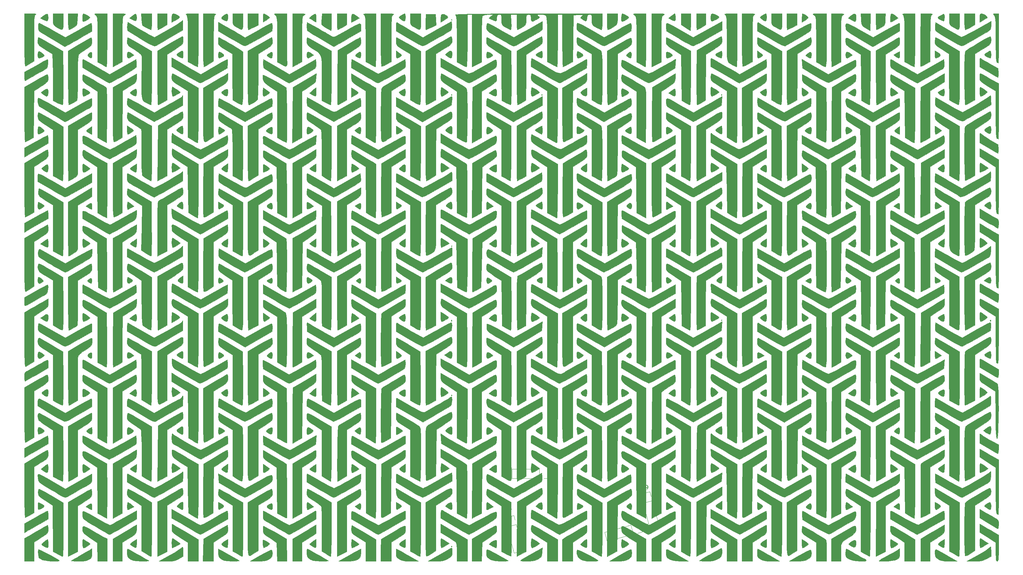
<source format=gbr>
G04 #@! TF.GenerationSoftware,KiCad,Pcbnew,(5.1.4)-1*
G04 #@! TF.CreationDate,2023-05-19T09:14:30-04:00*
G04 #@! TF.ProjectId,ThumbsUp,5468756d-6273-4557-902e-6b696361645f,rev?*
G04 #@! TF.SameCoordinates,Original*
G04 #@! TF.FileFunction,Legend,Top*
G04 #@! TF.FilePolarity,Positive*
%FSLAX46Y46*%
G04 Gerber Fmt 4.6, Leading zero omitted, Abs format (unit mm)*
G04 Created by KiCad (PCBNEW (5.1.4)-1) date 2023-05-19 09:14:30*
%MOMM*%
%LPD*%
G04 APERTURE LIST*
%ADD10C,0.120000*%
%ADD11C,0.010000*%
%ADD12C,0.150000*%
G04 APERTURE END LIST*
D10*
X154074700Y-463169942D02*
X155359381Y-462825712D01*
X155359381Y-462825712D02*
X155703610Y-464110394D01*
X156032311Y-465337119D02*
X158020041Y-472755430D01*
X155450678Y-473443888D02*
X158020041Y-472755430D01*
X153462948Y-466025578D02*
X155450678Y-473443888D01*
X153462948Y-466025578D02*
X156032311Y-465337119D01*
X191196705Y-466166094D02*
X191540935Y-467450775D01*
X191540935Y-467450775D02*
X190256253Y-467795004D01*
X189029528Y-468123705D02*
X181611217Y-470111435D01*
X180922759Y-467542072D02*
X181611217Y-470111435D01*
X188341069Y-465554342D02*
X180922759Y-467542072D01*
X188341069Y-465554342D02*
X189029528Y-468123705D01*
X192382196Y-456523222D02*
X193666877Y-456178992D01*
X193666877Y-456178992D02*
X194011106Y-457463674D01*
X194339807Y-458690399D02*
X196327537Y-466108710D01*
X193758174Y-466797168D02*
X196327537Y-466108710D01*
X191770444Y-459378858D02*
X193758174Y-466797168D01*
X191770444Y-459378858D02*
X194339807Y-458690399D01*
X165145921Y-451084972D02*
X165145921Y-452414972D01*
X165145921Y-452414972D02*
X163815921Y-452414972D01*
X162545921Y-452414972D02*
X154865921Y-452414972D01*
X154865921Y-449754972D02*
X154865921Y-452414972D01*
X162545921Y-449754972D02*
X154865921Y-449754972D01*
X162545921Y-449754972D02*
X162545921Y-452414972D01*
D11*
G36*
X138023158Y-323435789D02*
G01*
X137889474Y-323569473D01*
X137755790Y-323435789D01*
X137889474Y-323302105D01*
X138023158Y-323435789D01*
X138023158Y-323435789D01*
G37*
X138023158Y-323435789D02*
X137889474Y-323569473D01*
X137755790Y-323435789D01*
X137889474Y-323302105D01*
X138023158Y-323435789D01*
G36*
X276443010Y-321924160D02*
G01*
X276513611Y-322475187D01*
X276520000Y-322745087D01*
X276484119Y-323489296D01*
X276299119Y-323770217D01*
X275848965Y-323656416D01*
X275383684Y-323416545D01*
X274860354Y-323097648D01*
X274675105Y-322831070D01*
X274867414Y-322546546D01*
X275476762Y-322173812D01*
X276319474Y-321751035D01*
X276443010Y-321924160D01*
X276443010Y-321924160D01*
G37*
X276443010Y-321924160D02*
X276513611Y-322475187D01*
X276520000Y-322745087D01*
X276484119Y-323489296D01*
X276299119Y-323770217D01*
X275848965Y-323656416D01*
X275383684Y-323416545D01*
X274860354Y-323097648D01*
X274675105Y-322831070D01*
X274867414Y-322546546D01*
X275476762Y-322173812D01*
X276319474Y-321751035D01*
X276443010Y-321924160D01*
G36*
X226444434Y-321935226D02*
G01*
X226516824Y-322528068D01*
X226522105Y-322767368D01*
X226442098Y-323525429D01*
X226167598Y-323806844D01*
X225646884Y-323632841D01*
X225189258Y-323314446D01*
X224767852Y-322933629D01*
X224648484Y-322703510D01*
X224654521Y-322696997D01*
X225171870Y-322320723D01*
X225761543Y-321954509D01*
X226214800Y-321724008D01*
X226314228Y-321697895D01*
X226444434Y-321935226D01*
X226444434Y-321935226D01*
G37*
X226444434Y-321935226D02*
X226516824Y-322528068D01*
X226522105Y-322767368D01*
X226442098Y-323525429D01*
X226167598Y-323806844D01*
X225646884Y-323632841D01*
X225189258Y-323314446D01*
X224767852Y-322933629D01*
X224648484Y-322703510D01*
X224654521Y-322696997D01*
X225171870Y-322320723D01*
X225761543Y-321954509D01*
X226214800Y-321724008D01*
X226314228Y-321697895D01*
X226444434Y-321935226D01*
G36*
X211838829Y-321822603D02*
G01*
X212467115Y-322120034D01*
X212972476Y-322475144D01*
X213153684Y-322748598D01*
X212936444Y-322964767D01*
X212412963Y-323276722D01*
X211775599Y-323587011D01*
X211216711Y-323798180D01*
X211005666Y-323836842D01*
X210843913Y-323599623D01*
X210753951Y-323007028D01*
X210747369Y-322767368D01*
X210791404Y-322068940D01*
X210971484Y-321759966D01*
X211291512Y-321697895D01*
X211838829Y-321822603D01*
X211838829Y-321822603D01*
G37*
X211838829Y-321822603D02*
X212467115Y-322120034D01*
X212972476Y-322475144D01*
X213153684Y-322748598D01*
X212936444Y-322964767D01*
X212412963Y-323276722D01*
X211775599Y-323587011D01*
X211216711Y-323798180D01*
X211005666Y-323836842D01*
X210843913Y-323599623D01*
X210753951Y-323007028D01*
X210747369Y-322767368D01*
X210791404Y-322068940D01*
X210971484Y-321759966D01*
X211291512Y-321697895D01*
X211838829Y-321822603D01*
G36*
X200779801Y-321935675D02*
G01*
X200849636Y-322527952D01*
X200854737Y-322767368D01*
X200820735Y-323488192D01*
X200642259Y-323767381D01*
X200204603Y-323664862D01*
X199665366Y-323388747D01*
X198877048Y-322962062D01*
X199665366Y-322331306D01*
X200226862Y-321920573D01*
X200612152Y-321707503D01*
X200654211Y-321699223D01*
X200779801Y-321935675D01*
X200779801Y-321935675D01*
G37*
X200779801Y-321935675D02*
X200849636Y-322527952D01*
X200854737Y-322767368D01*
X200820735Y-323488192D01*
X200642259Y-323767381D01*
X200204603Y-323664862D01*
X199665366Y-323388747D01*
X198877048Y-322962062D01*
X199665366Y-322331306D01*
X200226862Y-321920573D01*
X200612152Y-321707503D01*
X200654211Y-321699223D01*
X200779801Y-321935675D01*
G36*
X124844434Y-321935226D02*
G01*
X124916824Y-322528068D01*
X124922105Y-322767368D01*
X124842098Y-323525429D01*
X124567598Y-323806844D01*
X124046884Y-323632841D01*
X123589258Y-323314446D01*
X123167852Y-322933629D01*
X123048484Y-322703510D01*
X123054521Y-322696997D01*
X123571870Y-322320723D01*
X124161543Y-321954509D01*
X124614800Y-321724008D01*
X124714228Y-321697895D01*
X124844434Y-321935226D01*
X124844434Y-321935226D01*
G37*
X124844434Y-321935226D02*
X124916824Y-322528068D01*
X124922105Y-322767368D01*
X124842098Y-323525429D01*
X124567598Y-323806844D01*
X124046884Y-323632841D01*
X123589258Y-323314446D01*
X123167852Y-322933629D01*
X123048484Y-322703510D01*
X123054521Y-322696997D01*
X123571870Y-322320723D01*
X124161543Y-321954509D01*
X124614800Y-321724008D01*
X124714228Y-321697895D01*
X124844434Y-321935226D01*
G36*
X74914161Y-322208609D02*
G01*
X74924211Y-322767368D01*
X74860843Y-323495672D01*
X74606267Y-323775812D01*
X74063770Y-323661543D01*
X73654211Y-323473244D01*
X73148309Y-323099867D01*
X73154133Y-322705544D01*
X73677056Y-322249823D01*
X73829148Y-322156594D01*
X74485204Y-321800684D01*
X74807377Y-321795992D01*
X74914161Y-322208609D01*
X74914161Y-322208609D01*
G37*
X74914161Y-322208609D02*
X74924211Y-322767368D01*
X74860843Y-323495672D01*
X74606267Y-323775812D01*
X74063770Y-323661543D01*
X73654211Y-323473244D01*
X73148309Y-323099867D01*
X73154133Y-322705544D01*
X73677056Y-322249823D01*
X73829148Y-322156594D01*
X74485204Y-321800684D01*
X74807377Y-321795992D01*
X74914161Y-322208609D01*
G36*
X49226697Y-322171043D02*
G01*
X49256842Y-322767368D01*
X49222799Y-323488368D01*
X49044184Y-323767462D01*
X48606270Y-323664685D01*
X48068431Y-323389250D01*
X47281073Y-322963068D01*
X48016499Y-322330481D01*
X48674344Y-321835800D01*
X49055661Y-321774876D01*
X49226697Y-322171043D01*
X49226697Y-322171043D01*
G37*
X49226697Y-322171043D02*
X49256842Y-322767368D01*
X49222799Y-323488368D01*
X49044184Y-323767462D01*
X48606270Y-323664685D01*
X48068431Y-323389250D01*
X47281073Y-322963068D01*
X48016499Y-322330481D01*
X48674344Y-321835800D01*
X49055661Y-321774876D01*
X49226697Y-322171043D01*
G36*
X24344625Y-322132245D02*
G01*
X24391579Y-322767368D01*
X24334204Y-323477636D01*
X24099756Y-323769215D01*
X23594749Y-323681773D01*
X22954833Y-323376992D01*
X22186507Y-322973865D01*
X22954833Y-322345495D01*
X23680371Y-321835130D01*
X24126014Y-321758872D01*
X24344625Y-322132245D01*
X24344625Y-322132245D01*
G37*
X24344625Y-322132245D02*
X24391579Y-322767368D01*
X24334204Y-323477636D01*
X24099756Y-323769215D01*
X23594749Y-323681773D01*
X22954833Y-323376992D01*
X22186507Y-322973865D01*
X22954833Y-322345495D01*
X23680371Y-321835130D01*
X24126014Y-321758872D01*
X24344625Y-322132245D01*
G36*
X287506529Y-321829176D02*
G01*
X288023440Y-322139745D01*
X288429885Y-322504693D01*
X288565405Y-322799109D01*
X288527659Y-322856261D01*
X288250790Y-323034735D01*
X287684085Y-323382484D01*
X287415263Y-323544850D01*
X286412632Y-324147823D01*
X286412632Y-322922859D01*
X286440984Y-322170229D01*
X286574143Y-321810372D01*
X286884260Y-321702320D01*
X287039614Y-321697895D01*
X287506529Y-321829176D01*
X287506529Y-321829176D01*
G37*
X287506529Y-321829176D02*
X288023440Y-322139745D01*
X288429885Y-322504693D01*
X288565405Y-322799109D01*
X288527659Y-322856261D01*
X288250790Y-323034735D01*
X287684085Y-323382484D01*
X287415263Y-323544850D01*
X286412632Y-324147823D01*
X286412632Y-322922859D01*
X286440984Y-322170229D01*
X286574143Y-321810372D01*
X286884260Y-321702320D01*
X287039614Y-321697895D01*
X287506529Y-321829176D01*
G36*
X262126369Y-321838008D02*
G01*
X262773016Y-322317840D01*
X263493746Y-322937785D01*
X262505274Y-323520998D01*
X261873663Y-323878863D01*
X261461843Y-324084680D01*
X261398401Y-324104210D01*
X261327761Y-323865019D01*
X261285411Y-323259901D01*
X261280000Y-322901052D01*
X261361249Y-322064838D01*
X261630580Y-321715487D01*
X262126369Y-321838008D01*
X262126369Y-321838008D01*
G37*
X262126369Y-321838008D02*
X262773016Y-322317840D01*
X263493746Y-322937785D01*
X262505274Y-323520998D01*
X261873663Y-323878863D01*
X261461843Y-324084680D01*
X261398401Y-324104210D01*
X261327761Y-323865019D01*
X261285411Y-323259901D01*
X261280000Y-322901052D01*
X261361249Y-322064838D01*
X261630580Y-321715487D01*
X262126369Y-321838008D01*
G36*
X251609551Y-322135648D02*
G01*
X251654737Y-322751589D01*
X251608605Y-323447500D01*
X251493878Y-323873135D01*
X251454211Y-323915856D01*
X251118529Y-323861517D01*
X250531363Y-323589589D01*
X250345624Y-323483127D01*
X249437564Y-322939827D01*
X250211940Y-322320189D01*
X250942209Y-321820400D01*
X251390613Y-321753664D01*
X251609551Y-322135648D01*
X251609551Y-322135648D01*
G37*
X251609551Y-322135648D02*
X251654737Y-322751589D01*
X251608605Y-323447500D01*
X251493878Y-323873135D01*
X251454211Y-323915856D01*
X251118529Y-323861517D01*
X250531363Y-323589589D01*
X250345624Y-323483127D01*
X249437564Y-322939827D01*
X250211940Y-322320189D01*
X250942209Y-321820400D01*
X251390613Y-321753664D01*
X251609551Y-322135648D01*
G36*
X236964805Y-321832967D02*
G01*
X237495715Y-322149965D01*
X237976361Y-322516561D01*
X238216366Y-322800424D01*
X238217466Y-322840235D01*
X237961824Y-323115623D01*
X237423190Y-323515801D01*
X237279115Y-323609437D01*
X236414737Y-324156722D01*
X236414737Y-322927308D01*
X236445759Y-322200491D01*
X236524415Y-321759280D01*
X236574010Y-321697895D01*
X236964805Y-321832967D01*
X236964805Y-321832967D01*
G37*
X236964805Y-321832967D02*
X237495715Y-322149965D01*
X237976361Y-322516561D01*
X238216366Y-322800424D01*
X238217466Y-322840235D01*
X237961824Y-323115623D01*
X237423190Y-323515801D01*
X237279115Y-323609437D01*
X236414737Y-324156722D01*
X236414737Y-322927308D01*
X236445759Y-322200491D01*
X236524415Y-321759280D01*
X236574010Y-321697895D01*
X236964805Y-321832967D01*
G36*
X186330717Y-321824023D02*
G01*
X186911477Y-322122483D01*
X187448914Y-322473392D01*
X187741973Y-322756864D01*
X187753684Y-322798605D01*
X187545824Y-323053143D01*
X187050220Y-323394095D01*
X186458835Y-323714471D01*
X185963634Y-323907282D01*
X185770776Y-323903758D01*
X185642306Y-323530076D01*
X185611847Y-322914026D01*
X185666245Y-322267524D01*
X185792346Y-321802487D01*
X185907695Y-321697895D01*
X186330717Y-321824023D01*
X186330717Y-321824023D01*
G37*
X186330717Y-321824023D02*
X186911477Y-322122483D01*
X187448914Y-322473392D01*
X187741973Y-322756864D01*
X187753684Y-322798605D01*
X187545824Y-323053143D01*
X187050220Y-323394095D01*
X186458835Y-323714471D01*
X185963634Y-323907282D01*
X185770776Y-323903758D01*
X185642306Y-323530076D01*
X185611847Y-322914026D01*
X185666245Y-322267524D01*
X185792346Y-321802487D01*
X185907695Y-321697895D01*
X186330717Y-321824023D01*
G36*
X135716329Y-321868962D02*
G01*
X136063909Y-322016996D01*
X136674844Y-322397333D01*
X136800762Y-322755770D01*
X136433132Y-323162359D01*
X135881972Y-323510615D01*
X134814737Y-324120177D01*
X134814737Y-323058499D01*
X134896535Y-322208639D01*
X135178687Y-321827450D01*
X135716329Y-321868962D01*
X135716329Y-321868962D01*
G37*
X135716329Y-321868962D02*
X136063909Y-322016996D01*
X136674844Y-322397333D01*
X136800762Y-322755770D01*
X136433132Y-323162359D01*
X135881972Y-323510615D01*
X134814737Y-324120177D01*
X134814737Y-323058499D01*
X134896535Y-322208639D01*
X135178687Y-321827450D01*
X135716329Y-321868962D01*
G36*
X110454023Y-321849762D02*
G01*
X111141779Y-322333646D01*
X111933032Y-322966741D01*
X110807569Y-323540910D01*
X109682105Y-324115078D01*
X109682105Y-322906486D01*
X109748212Y-322084863D01*
X109985855Y-321740338D01*
X110454023Y-321849762D01*
X110454023Y-321849762D01*
G37*
X110454023Y-321849762D02*
X111141779Y-322333646D01*
X111933032Y-322966741D01*
X110807569Y-323540910D01*
X109682105Y-324115078D01*
X109682105Y-322906486D01*
X109748212Y-322084863D01*
X109985855Y-321740338D01*
X110454023Y-321849762D01*
G36*
X99756816Y-322205870D02*
G01*
X99789474Y-322901052D01*
X99776234Y-323613315D01*
X99742727Y-324032832D01*
X99722632Y-324082060D01*
X99475569Y-323941720D01*
X98941687Y-323619050D01*
X98748043Y-323500052D01*
X97840297Y-322940194D01*
X98562426Y-322319044D01*
X99211595Y-321832213D01*
X99587231Y-321783820D01*
X99756816Y-322205870D01*
X99756816Y-322205870D01*
G37*
X99756816Y-322205870D02*
X99789474Y-322901052D01*
X99776234Y-323613315D01*
X99742727Y-324032832D01*
X99722632Y-324082060D01*
X99475569Y-323941720D01*
X98941687Y-323619050D01*
X98748043Y-323500052D01*
X97840297Y-322940194D01*
X98562426Y-322319044D01*
X99211595Y-321832213D01*
X99587231Y-321783820D01*
X99756816Y-322205870D01*
G36*
X85337625Y-321829269D02*
G01*
X85876051Y-322136850D01*
X86389451Y-322490823D01*
X86675878Y-322761373D01*
X86688421Y-322798605D01*
X86480015Y-323036567D01*
X85959649Y-323407353D01*
X85752632Y-323534047D01*
X84816842Y-324086176D01*
X84816842Y-322892035D01*
X84848725Y-322177395D01*
X84929323Y-321750799D01*
X84976116Y-321697895D01*
X85337625Y-321829269D01*
X85337625Y-321829269D01*
G37*
X85337625Y-321829269D02*
X85876051Y-322136850D01*
X86389451Y-322490823D01*
X86675878Y-322761373D01*
X86688421Y-322798605D01*
X86480015Y-323036567D01*
X85959649Y-323407353D01*
X85752632Y-323534047D01*
X84816842Y-324086176D01*
X84816842Y-322892035D01*
X84848725Y-322177395D01*
X84929323Y-321750799D01*
X84976116Y-321697895D01*
X85337625Y-321829269D01*
G36*
X60323303Y-321859271D02*
G01*
X60909332Y-322202140D01*
X61273953Y-322547080D01*
X61312084Y-322835276D01*
X60972234Y-323151946D01*
X60202911Y-323582306D01*
X60018421Y-323676608D01*
X59149474Y-324117942D01*
X59149474Y-322907918D01*
X59182339Y-322156192D01*
X59323476Y-321799324D01*
X59636696Y-321699289D01*
X59708881Y-321697895D01*
X60323303Y-321859271D01*
X60323303Y-321859271D01*
G37*
X60323303Y-321859271D02*
X60909332Y-322202140D01*
X61273953Y-322547080D01*
X61312084Y-322835276D01*
X60972234Y-323151946D01*
X60202911Y-323582306D01*
X60018421Y-323676608D01*
X59149474Y-324117942D01*
X59149474Y-322907918D01*
X59182339Y-322156192D01*
X59323476Y-321799324D01*
X59636696Y-321699289D01*
X59708881Y-321697895D01*
X60323303Y-321859271D01*
G36*
X34732823Y-321824023D02*
G01*
X35313582Y-322122483D01*
X35851020Y-322473392D01*
X36144078Y-322756864D01*
X36155790Y-322798605D01*
X35947929Y-323053143D01*
X35452325Y-323394095D01*
X34860940Y-323714471D01*
X34365740Y-323907282D01*
X34172881Y-323903758D01*
X34044411Y-323530076D01*
X34013952Y-322914026D01*
X34068350Y-322267524D01*
X34194451Y-321802487D01*
X34309800Y-321697895D01*
X34732823Y-321824023D01*
X34732823Y-321824023D01*
G37*
X34732823Y-321824023D02*
X35313582Y-322122483D01*
X35851020Y-322473392D01*
X36144078Y-322756864D01*
X36155790Y-322798605D01*
X35947929Y-323053143D01*
X35452325Y-323394095D01*
X34860940Y-323714471D01*
X34365740Y-323907282D01*
X34172881Y-323903758D01*
X34044411Y-323530076D01*
X34013952Y-322914026D01*
X34068350Y-322267524D01*
X34194451Y-321802487D01*
X34309800Y-321697895D01*
X34732823Y-321824023D01*
G36*
X285075790Y-324860598D02*
G01*
X283838956Y-325551878D01*
X283099792Y-325942055D01*
X282546073Y-326192718D01*
X282368429Y-326243158D01*
X282262827Y-325996314D01*
X282182060Y-325337603D01*
X282138750Y-324389753D01*
X282134737Y-323970526D01*
X282134737Y-321697895D01*
X285075790Y-321697895D01*
X285075790Y-324860598D01*
X285075790Y-324860598D01*
G37*
X285075790Y-324860598D02*
X283838956Y-325551878D01*
X283099792Y-325942055D01*
X282546073Y-326192718D01*
X282368429Y-326243158D01*
X282262827Y-325996314D01*
X282182060Y-325337603D01*
X282138750Y-324389753D01*
X282134737Y-323970526D01*
X282134737Y-321697895D01*
X285075790Y-321697895D01*
X285075790Y-324860598D01*
G36*
X280797895Y-323970526D02*
G01*
X280783111Y-325153972D01*
X280693720Y-325861028D01*
X280462165Y-326149994D01*
X280020887Y-326079172D01*
X279302328Y-325706862D01*
X278993158Y-325527960D01*
X278361060Y-325138291D01*
X278021710Y-324791299D01*
X277884042Y-324306996D01*
X277856992Y-323505396D01*
X277856842Y-323282073D01*
X277856842Y-321697895D01*
X280797895Y-321697895D01*
X280797895Y-323970526D01*
X280797895Y-323970526D01*
G37*
X280797895Y-323970526D02*
X280783111Y-325153972D01*
X280693720Y-325861028D01*
X280462165Y-326149994D01*
X280020887Y-326079172D01*
X279302328Y-325706862D01*
X278993158Y-325527960D01*
X278361060Y-325138291D01*
X278021710Y-324791299D01*
X277884042Y-324306996D01*
X277856992Y-323505396D01*
X277856842Y-323282073D01*
X277856842Y-321697895D01*
X280797895Y-321697895D01*
X280797895Y-323970526D01*
G36*
X259889074Y-323329512D02*
G01*
X259828648Y-324237384D01*
X259696433Y-324785859D01*
X259398315Y-325149809D01*
X258840179Y-325504109D01*
X258665981Y-325602144D01*
X257979051Y-325973980D01*
X257506260Y-326205294D01*
X257395981Y-326243158D01*
X257338810Y-325996270D01*
X257295086Y-325337451D01*
X257271643Y-324389462D01*
X257269474Y-323970526D01*
X257269474Y-321697895D01*
X259968674Y-321697895D01*
X259889074Y-323329512D01*
X259889074Y-323329512D01*
G37*
X259889074Y-323329512D02*
X259828648Y-324237384D01*
X259696433Y-324785859D01*
X259398315Y-325149809D01*
X258840179Y-325504109D01*
X258665981Y-325602144D01*
X257979051Y-325973980D01*
X257506260Y-326205294D01*
X257395981Y-326243158D01*
X257338810Y-325996270D01*
X257295086Y-325337451D01*
X257271643Y-324389462D01*
X257269474Y-323970526D01*
X257269474Y-321697895D01*
X259968674Y-321697895D01*
X259889074Y-323329512D01*
G36*
X235077895Y-324897307D02*
G01*
X233749941Y-325570233D01*
X232996700Y-325939965D01*
X232453507Y-326184384D01*
X232279415Y-326243158D01*
X232214983Y-325996275D01*
X232165707Y-325337468D01*
X232139288Y-324389495D01*
X232136842Y-323970526D01*
X232136842Y-321697895D01*
X235077895Y-321697895D01*
X235077895Y-324897307D01*
X235077895Y-324897307D01*
G37*
X235077895Y-324897307D02*
X233749941Y-325570233D01*
X232996700Y-325939965D01*
X232453507Y-326184384D01*
X232279415Y-326243158D01*
X232214983Y-325996275D01*
X232165707Y-325337468D01*
X232139288Y-324389495D01*
X232136842Y-323970526D01*
X232136842Y-321697895D01*
X235077895Y-321697895D01*
X235077895Y-324897307D01*
G36*
X230800000Y-323970526D02*
G01*
X230785216Y-325153972D01*
X230695825Y-325861028D01*
X230464270Y-326149994D01*
X230022992Y-326079172D01*
X229304433Y-325706862D01*
X228995263Y-325527960D01*
X228363165Y-325138291D01*
X228023815Y-324791299D01*
X227886148Y-324306996D01*
X227859097Y-323505396D01*
X227858947Y-323282073D01*
X227858947Y-321697895D01*
X230800000Y-321697895D01*
X230800000Y-323970526D01*
X230800000Y-323970526D01*
G37*
X230800000Y-323970526D02*
X230785216Y-325153972D01*
X230695825Y-325861028D01*
X230464270Y-326149994D01*
X230022992Y-326079172D01*
X229304433Y-325706862D01*
X228995263Y-325527960D01*
X228363165Y-325138291D01*
X228023815Y-324791299D01*
X227886148Y-324306996D01*
X227859097Y-323505396D01*
X227858947Y-323282073D01*
X227858947Y-321697895D01*
X230800000Y-321697895D01*
X230800000Y-323970526D01*
G36*
X209410526Y-324855504D02*
G01*
X208226600Y-325549331D01*
X207524874Y-325944506D01*
X207025991Y-326195783D01*
X206889758Y-326243158D01*
X206820653Y-325996279D01*
X206767802Y-325337480D01*
X206739465Y-324389518D01*
X206736842Y-323970526D01*
X206736842Y-321697895D01*
X209410526Y-321697895D01*
X209410526Y-324855504D01*
X209410526Y-324855504D01*
G37*
X209410526Y-324855504D02*
X208226600Y-325549331D01*
X207524874Y-325944506D01*
X207025991Y-326195783D01*
X206889758Y-326243158D01*
X206820653Y-325996279D01*
X206767802Y-325337480D01*
X206739465Y-324389518D01*
X206736842Y-323970526D01*
X206736842Y-321697895D01*
X209410526Y-321697895D01*
X209410526Y-324855504D01*
G36*
X184545263Y-323126982D02*
G01*
X184473091Y-324156703D01*
X184236309Y-324788301D01*
X184077369Y-324966319D01*
X183585687Y-325319619D01*
X182910326Y-325721438D01*
X182248362Y-326063602D01*
X181796874Y-326237935D01*
X181751172Y-326243158D01*
X181684757Y-325996277D01*
X181633964Y-325337473D01*
X181606731Y-324389504D01*
X181604211Y-323970526D01*
X181604211Y-321697895D01*
X184545263Y-321697895D01*
X184545263Y-323126982D01*
X184545263Y-323126982D01*
G37*
X184545263Y-323126982D02*
X184473091Y-324156703D01*
X184236309Y-324788301D01*
X184077369Y-324966319D01*
X183585687Y-325319619D01*
X182910326Y-325721438D01*
X182248362Y-326063602D01*
X181796874Y-326237935D01*
X181751172Y-326243158D01*
X181684757Y-325996277D01*
X181633964Y-325337473D01*
X181606731Y-324389504D01*
X181604211Y-323970526D01*
X181604211Y-321697895D01*
X184545263Y-321697895D01*
X184545263Y-323126982D01*
G36*
X133424064Y-323357850D02*
G01*
X133503918Y-324884120D01*
X132162953Y-325563639D01*
X131403670Y-325935630D01*
X130851601Y-326182447D01*
X130668602Y-326243158D01*
X130607053Y-325996862D01*
X130576829Y-325340900D01*
X130582200Y-324399655D01*
X130592871Y-324037368D01*
X130670526Y-321831579D01*
X133344211Y-321831579D01*
X133424064Y-323357850D01*
X133424064Y-323357850D01*
G37*
X133424064Y-323357850D02*
X133503918Y-324884120D01*
X132162953Y-325563639D01*
X131403670Y-325935630D01*
X130851601Y-326182447D01*
X130668602Y-326243158D01*
X130607053Y-325996862D01*
X130576829Y-325340900D01*
X130582200Y-324399655D01*
X130592871Y-324037368D01*
X130670526Y-321831579D01*
X133344211Y-321831579D01*
X133424064Y-323357850D01*
G36*
X129200000Y-323970526D02*
G01*
X129185216Y-325153972D01*
X129095825Y-325861028D01*
X128864270Y-326149994D01*
X128422992Y-326079172D01*
X127704433Y-325706862D01*
X127395263Y-325527960D01*
X126763165Y-325138291D01*
X126423815Y-324791299D01*
X126286148Y-324306996D01*
X126259097Y-323505396D01*
X126258947Y-323282073D01*
X126258947Y-321697895D01*
X129200000Y-321697895D01*
X129200000Y-323970526D01*
X129200000Y-323970526D01*
G37*
X129200000Y-323970526D02*
X129185216Y-325153972D01*
X129095825Y-325861028D01*
X128864270Y-326149994D01*
X128422992Y-326079172D01*
X127704433Y-325706862D01*
X127395263Y-325527960D01*
X126763165Y-325138291D01*
X126423815Y-324791299D01*
X126286148Y-324306996D01*
X126259097Y-323505396D01*
X126258947Y-323282073D01*
X126258947Y-321697895D01*
X129200000Y-321697895D01*
X129200000Y-323970526D01*
G36*
X108345263Y-324855504D02*
G01*
X107161337Y-325549331D01*
X106459611Y-325944506D01*
X105960728Y-326195783D01*
X105824495Y-326243158D01*
X105755390Y-325996279D01*
X105702539Y-325337480D01*
X105674202Y-324389518D01*
X105671579Y-323970526D01*
X105671579Y-321697895D01*
X108345263Y-321697895D01*
X108345263Y-324855504D01*
X108345263Y-324855504D01*
G37*
X108345263Y-324855504D02*
X107161337Y-325549331D01*
X106459611Y-325944506D01*
X105960728Y-326195783D01*
X105824495Y-326243158D01*
X105755390Y-325996279D01*
X105702539Y-325337480D01*
X105674202Y-324389518D01*
X105671579Y-323970526D01*
X105671579Y-321697895D01*
X108345263Y-321697895D01*
X108345263Y-324855504D01*
G36*
X83480000Y-324897307D02*
G01*
X82152046Y-325570233D01*
X81398806Y-325939965D01*
X80855612Y-326184384D01*
X80681520Y-326243158D01*
X80617089Y-325996275D01*
X80567812Y-325337468D01*
X80541393Y-324389495D01*
X80538947Y-323970526D01*
X80538947Y-321697895D01*
X83480000Y-321697895D01*
X83480000Y-324897307D01*
X83480000Y-324897307D01*
G37*
X83480000Y-324897307D02*
X82152046Y-325570233D01*
X81398806Y-325939965D01*
X80855612Y-326184384D01*
X80681520Y-326243158D01*
X80617089Y-325996275D01*
X80567812Y-325337468D01*
X80541393Y-324389495D01*
X80538947Y-323970526D01*
X80538947Y-321697895D01*
X83480000Y-321697895D01*
X83480000Y-324897307D01*
G36*
X79202105Y-323970526D02*
G01*
X79187321Y-325153972D01*
X79097931Y-325861028D01*
X78866375Y-326149994D01*
X78425097Y-326079172D01*
X77706538Y-325706862D01*
X77397369Y-325527960D01*
X76765270Y-325138291D01*
X76425920Y-324791299D01*
X76288253Y-324306996D01*
X76261203Y-323505396D01*
X76261053Y-323282073D01*
X76261053Y-321697895D01*
X79202105Y-321697895D01*
X79202105Y-323970526D01*
X79202105Y-323970526D01*
G37*
X79202105Y-323970526D02*
X79187321Y-325153972D01*
X79097931Y-325861028D01*
X78866375Y-326149994D01*
X78425097Y-326079172D01*
X77706538Y-325706862D01*
X77397369Y-325527960D01*
X76765270Y-325138291D01*
X76425920Y-324791299D01*
X76288253Y-324306996D01*
X76261203Y-323505396D01*
X76261053Y-323282073D01*
X76261053Y-321697895D01*
X79202105Y-321697895D01*
X79202105Y-323970526D01*
G36*
X57812632Y-324860598D02*
G01*
X56575798Y-325551878D01*
X55865963Y-325938962D01*
X55372794Y-326189825D01*
X55238956Y-326243158D01*
X55193759Y-325996263D01*
X55159194Y-325337427D01*
X55140662Y-324389417D01*
X55138947Y-323970526D01*
X55138947Y-321697895D01*
X57812632Y-321697895D01*
X57812632Y-324860598D01*
X57812632Y-324860598D01*
G37*
X57812632Y-324860598D02*
X56575798Y-325551878D01*
X55865963Y-325938962D01*
X55372794Y-326189825D01*
X55238956Y-326243158D01*
X55193759Y-325996263D01*
X55159194Y-325337427D01*
X55140662Y-324389417D01*
X55138947Y-323970526D01*
X55138947Y-321697895D01*
X57812632Y-321697895D01*
X57812632Y-324860598D01*
G36*
X53534737Y-323970526D02*
G01*
X53512979Y-324995714D01*
X53454914Y-325777562D01*
X53371352Y-326194177D01*
X53334211Y-326231341D01*
X52993725Y-326110133D01*
X52369740Y-325818356D01*
X52064211Y-325663047D01*
X51399700Y-325309789D01*
X50967198Y-325065830D01*
X50894283Y-325017392D01*
X50824757Y-324724638D01*
X50745637Y-324054132D01*
X50685733Y-323313055D01*
X50577637Y-321697895D01*
X53534737Y-321697895D01*
X53534737Y-323970526D01*
X53534737Y-323970526D01*
G37*
X53534737Y-323970526D02*
X53512979Y-324995714D01*
X53454914Y-325777562D01*
X53371352Y-326194177D01*
X53334211Y-326231341D01*
X52993725Y-326110133D01*
X52369740Y-325818356D01*
X52064211Y-325663047D01*
X51399700Y-325309789D01*
X50967198Y-325065830D01*
X50894283Y-325017392D01*
X50824757Y-324724638D01*
X50745637Y-324054132D01*
X50685733Y-323313055D01*
X50577637Y-321697895D01*
X53534737Y-321697895D01*
X53534737Y-323970526D01*
G36*
X32625916Y-323361682D02*
G01*
X32565637Y-324281968D01*
X32438211Y-324838108D01*
X32157391Y-325200350D01*
X31636929Y-325538944D01*
X31476842Y-325629916D01*
X30795311Y-325993206D01*
X30311695Y-326211206D01*
X30206842Y-326238759D01*
X30116242Y-325993988D01*
X30046943Y-325337009D01*
X30009769Y-324390247D01*
X30006316Y-323970526D01*
X30006316Y-321697895D01*
X32705516Y-321697895D01*
X32625916Y-323361682D01*
X32625916Y-323361682D01*
G37*
X32625916Y-323361682D02*
X32565637Y-324281968D01*
X32438211Y-324838108D01*
X32157391Y-325200350D01*
X31636929Y-325538944D01*
X31476842Y-325629916D01*
X30795311Y-325993206D01*
X30311695Y-326211206D01*
X30206842Y-326238759D01*
X30116242Y-325993988D01*
X30046943Y-325337009D01*
X30009769Y-324390247D01*
X30006316Y-323970526D01*
X30006316Y-321697895D01*
X32705516Y-321697895D01*
X32625916Y-323361682D01*
G36*
X28669474Y-323970526D02*
G01*
X28652228Y-325165614D01*
X28557484Y-325882832D01*
X28320730Y-326178893D01*
X27877458Y-326110506D01*
X27163155Y-325734381D01*
X26864737Y-325557053D01*
X26233217Y-325156619D01*
X25893837Y-324802824D01*
X25755867Y-324314413D01*
X25728581Y-323510133D01*
X25728421Y-323286951D01*
X25728421Y-321697895D01*
X28669474Y-321697895D01*
X28669474Y-323970526D01*
X28669474Y-323970526D01*
G37*
X28669474Y-323970526D02*
X28652228Y-325165614D01*
X28557484Y-325882832D01*
X28320730Y-326178893D01*
X27877458Y-326110506D01*
X27163155Y-325734381D01*
X26864737Y-325557053D01*
X26233217Y-325156619D01*
X25893837Y-324802824D01*
X25755867Y-324314413D01*
X25728581Y-323510133D01*
X25728421Y-323286951D01*
X25728421Y-321697895D01*
X28669474Y-321697895D01*
X28669474Y-323970526D01*
G36*
X255665263Y-324104210D02*
G01*
X255658402Y-325160876D01*
X255640020Y-325976353D01*
X255613423Y-326432712D01*
X255598421Y-326489510D01*
X255352507Y-326351160D01*
X254793320Y-326018707D01*
X254328421Y-325737901D01*
X253668737Y-325315906D01*
X253301835Y-324948404D01*
X253131337Y-324456181D01*
X253060866Y-323660020D01*
X253045663Y-323352602D01*
X252966063Y-321697895D01*
X255665263Y-321697895D01*
X255665263Y-324104210D01*
X255665263Y-324104210D01*
G37*
X255665263Y-324104210D02*
X255658402Y-325160876D01*
X255640020Y-325976353D01*
X255613423Y-326432712D01*
X255598421Y-326489510D01*
X255352507Y-326351160D01*
X254793320Y-326018707D01*
X254328421Y-325737901D01*
X253668737Y-325315906D01*
X253301835Y-324948404D01*
X253131337Y-324456181D01*
X253060866Y-323660020D01*
X253045663Y-323352602D01*
X252966063Y-321697895D01*
X255665263Y-321697895D01*
X255665263Y-324104210D01*
G36*
X205132632Y-324104210D02*
G01*
X205125769Y-325161230D01*
X205107383Y-325977410D01*
X205080781Y-326434663D01*
X205065790Y-326491922D01*
X204822955Y-326350766D01*
X204265628Y-326005666D01*
X203728947Y-325667209D01*
X202458947Y-324861101D01*
X202458947Y-321697895D01*
X205132632Y-321697895D01*
X205132632Y-324104210D01*
X205132632Y-324104210D01*
G37*
X205132632Y-324104210D02*
X205125769Y-325161230D01*
X205107383Y-325977410D01*
X205080781Y-326434663D01*
X205065790Y-326491922D01*
X204822955Y-326350766D01*
X204265628Y-326005666D01*
X203728947Y-325667209D01*
X202458947Y-324861101D01*
X202458947Y-321697895D01*
X205132632Y-321697895D01*
X205132632Y-324104210D01*
G36*
X104067369Y-324104210D02*
G01*
X104060513Y-325159290D01*
X104042148Y-325971618D01*
X104015572Y-326423974D01*
X104000526Y-326478691D01*
X103749857Y-326342423D01*
X103175841Y-326025592D01*
X102666920Y-325743428D01*
X101940289Y-325303360D01*
X101434599Y-324928640D01*
X101296304Y-324770097D01*
X101261302Y-324366860D01*
X101285120Y-323629639D01*
X101327086Y-323099044D01*
X101461718Y-321697895D01*
X104067369Y-321697895D01*
X104067369Y-324104210D01*
X104067369Y-324104210D01*
G37*
X104067369Y-324104210D02*
X104060513Y-325159290D01*
X104042148Y-325971618D01*
X104015572Y-326423974D01*
X104000526Y-326478691D01*
X103749857Y-326342423D01*
X103175841Y-326025592D01*
X102666920Y-325743428D01*
X101940289Y-325303360D01*
X101434599Y-324928640D01*
X101296304Y-324770097D01*
X101261302Y-324366860D01*
X101285120Y-323629639D01*
X101327086Y-323099044D01*
X101461718Y-321697895D01*
X104067369Y-321697895D01*
X104067369Y-324104210D01*
G36*
X289621053Y-324995235D02*
G01*
X289599327Y-325651613D01*
X289465517Y-326094197D01*
X289116674Y-326466154D01*
X288449848Y-326910650D01*
X288083684Y-327133180D01*
X286225163Y-328240393D01*
X284592493Y-329182095D01*
X283235160Y-329931391D01*
X282202648Y-330461389D01*
X281544442Y-330745196D01*
X281361107Y-330786618D01*
X280986595Y-330654073D01*
X280251351Y-330291206D01*
X279249949Y-329748119D01*
X278076967Y-329074913D01*
X277633242Y-328811754D01*
X276433377Y-328086978D01*
X275390735Y-327443991D01*
X274595551Y-326939434D01*
X274138056Y-326629946D01*
X274073462Y-326577251D01*
X273926627Y-326163064D01*
X273884484Y-325455717D01*
X273896010Y-325233282D01*
X273980000Y-324150755D01*
X277455790Y-326155927D01*
X278692141Y-326866464D01*
X279772674Y-327482358D01*
X280608816Y-327953515D01*
X281111996Y-328229840D01*
X281207672Y-328277905D01*
X281545098Y-328194945D01*
X282281155Y-327866543D01*
X283356736Y-327323704D01*
X284712738Y-326597433D01*
X286290056Y-325718736D01*
X288029586Y-324718617D01*
X288351053Y-324530622D01*
X289621053Y-323786030D01*
X289621053Y-324995235D01*
X289621053Y-324995235D01*
G37*
X289621053Y-324995235D02*
X289599327Y-325651613D01*
X289465517Y-326094197D01*
X289116674Y-326466154D01*
X288449848Y-326910650D01*
X288083684Y-327133180D01*
X286225163Y-328240393D01*
X284592493Y-329182095D01*
X283235160Y-329931391D01*
X282202648Y-330461389D01*
X281544442Y-330745196D01*
X281361107Y-330786618D01*
X280986595Y-330654073D01*
X280251351Y-330291206D01*
X279249949Y-329748119D01*
X278076967Y-329074913D01*
X277633242Y-328811754D01*
X276433377Y-328086978D01*
X275390735Y-327443991D01*
X274595551Y-326939434D01*
X274138056Y-326629946D01*
X274073462Y-326577251D01*
X273926627Y-326163064D01*
X273884484Y-325455717D01*
X273896010Y-325233282D01*
X273980000Y-324150755D01*
X277455790Y-326155927D01*
X278692141Y-326866464D01*
X279772674Y-327482358D01*
X280608816Y-327953515D01*
X281111996Y-328229840D01*
X281207672Y-328277905D01*
X281545098Y-328194945D01*
X282281155Y-327866543D01*
X283356736Y-327323704D01*
X284712738Y-326597433D01*
X286290056Y-325718736D01*
X288029586Y-324718617D01*
X288351053Y-324530622D01*
X289621053Y-323786030D01*
X289621053Y-324995235D01*
G36*
X213944064Y-325129415D02*
G01*
X213932339Y-326376842D01*
X210097898Y-328582631D01*
X208781489Y-329322021D01*
X207597742Y-329953525D01*
X206635662Y-330432245D01*
X205984254Y-330713276D01*
X205764886Y-330768577D01*
X205368437Y-330629554D01*
X204610053Y-330260027D01*
X203583481Y-329709306D01*
X202382468Y-329026704D01*
X201790526Y-328678003D01*
X198314737Y-326607272D01*
X198232522Y-325489426D01*
X198243969Y-324704785D01*
X198418687Y-324378186D01*
X198461412Y-324371579D01*
X198791849Y-324497979D01*
X199496327Y-324846321D01*
X200486290Y-325370314D01*
X201673185Y-326023668D01*
X202321762Y-326389481D01*
X205871006Y-328407383D01*
X213955790Y-323881989D01*
X213944064Y-325129415D01*
X213944064Y-325129415D01*
G37*
X213944064Y-325129415D02*
X213932339Y-326376842D01*
X210097898Y-328582631D01*
X208781489Y-329322021D01*
X207597742Y-329953525D01*
X206635662Y-330432245D01*
X205984254Y-330713276D01*
X205764886Y-330768577D01*
X205368437Y-330629554D01*
X204610053Y-330260027D01*
X203583481Y-329709306D01*
X202382468Y-329026704D01*
X201790526Y-328678003D01*
X198314737Y-326607272D01*
X198232522Y-325489426D01*
X198243969Y-324704785D01*
X198418687Y-324378186D01*
X198461412Y-324371579D01*
X198791849Y-324497979D01*
X199496327Y-324846321D01*
X200486290Y-325370314D01*
X201673185Y-326023668D01*
X202321762Y-326389481D01*
X205871006Y-328407383D01*
X213955790Y-323881989D01*
X213944064Y-325129415D01*
G36*
X173537042Y-324367949D02*
G01*
X174202873Y-324682763D01*
X175163665Y-325184131D01*
X176336649Y-325829432D01*
X177132439Y-326282117D01*
X180815404Y-328402742D01*
X182212439Y-327634784D01*
X183106070Y-327138990D01*
X184256263Y-326494592D01*
X185455215Y-325818145D01*
X185805989Y-325619202D01*
X186785347Y-325077033D01*
X187596994Y-324653876D01*
X188124938Y-324408921D01*
X188250930Y-324371579D01*
X188394802Y-324609146D01*
X188462184Y-325206315D01*
X188460730Y-325500595D01*
X188422105Y-326629612D01*
X184812632Y-328704604D01*
X183542666Y-329420630D01*
X182415060Y-330030133D01*
X181519686Y-330486546D01*
X180946417Y-330743304D01*
X180802105Y-330782546D01*
X180394294Y-330654700D01*
X179670249Y-330312820D01*
X178768683Y-329823887D01*
X178529474Y-329685154D01*
X176802658Y-328671411D01*
X175480391Y-327891734D01*
X174509054Y-327304460D01*
X173835030Y-326867926D01*
X173404701Y-326540467D01*
X173164448Y-326280421D01*
X173060653Y-326046125D01*
X173039699Y-325795914D01*
X173047966Y-325488125D01*
X173048421Y-325426156D01*
X173095976Y-324737885D01*
X173213790Y-324319350D01*
X173248947Y-324282315D01*
X173537042Y-324367949D01*
X173537042Y-324367949D01*
G37*
X173537042Y-324367949D02*
X174202873Y-324682763D01*
X175163665Y-325184131D01*
X176336649Y-325829432D01*
X177132439Y-326282117D01*
X180815404Y-328402742D01*
X182212439Y-327634784D01*
X183106070Y-327138990D01*
X184256263Y-326494592D01*
X185455215Y-325818145D01*
X185805989Y-325619202D01*
X186785347Y-325077033D01*
X187596994Y-324653876D01*
X188124938Y-324408921D01*
X188250930Y-324371579D01*
X188394802Y-324609146D01*
X188462184Y-325206315D01*
X188460730Y-325500595D01*
X188422105Y-326629612D01*
X184812632Y-328704604D01*
X183542666Y-329420630D01*
X182415060Y-330030133D01*
X181519686Y-330486546D01*
X180946417Y-330743304D01*
X180802105Y-330782546D01*
X180394294Y-330654700D01*
X179670249Y-330312820D01*
X178768683Y-329823887D01*
X178529474Y-329685154D01*
X176802658Y-328671411D01*
X175480391Y-327891734D01*
X174509054Y-327304460D01*
X173835030Y-326867926D01*
X173404701Y-326540467D01*
X173164448Y-326280421D01*
X173060653Y-326046125D01*
X173039699Y-325795914D01*
X173047966Y-325488125D01*
X173048421Y-325426156D01*
X173095976Y-324737885D01*
X173213790Y-324319350D01*
X173248947Y-324282315D01*
X173537042Y-324367949D01*
G36*
X137974926Y-324985636D02*
G01*
X137973844Y-325774960D01*
X137771037Y-326251350D01*
X137470304Y-326509939D01*
X136733023Y-326982588D01*
X135739262Y-327579676D01*
X134586148Y-328247447D01*
X133370809Y-328932147D01*
X132190371Y-329580022D01*
X131141962Y-330137316D01*
X130322710Y-330550275D01*
X129829741Y-330765143D01*
X129748259Y-330783674D01*
X129382243Y-330652173D01*
X128648764Y-330292972D01*
X127638703Y-329753804D01*
X126442942Y-329082402D01*
X125803036Y-328711568D01*
X122272388Y-326644210D01*
X122260404Y-325358431D01*
X122290266Y-324639105D01*
X122379731Y-324226319D01*
X122448947Y-324183909D01*
X122739374Y-324350613D01*
X123406841Y-324736283D01*
X124365899Y-325291472D01*
X125531098Y-325966730D01*
X126172405Y-326338636D01*
X127399894Y-327046486D01*
X128456624Y-327647993D01*
X129259996Y-328096760D01*
X129727415Y-328346394D01*
X129810387Y-328382105D01*
X130069143Y-328256676D01*
X130714270Y-327909059D01*
X131667794Y-327382256D01*
X132851742Y-326719270D01*
X133907456Y-326122538D01*
X137889474Y-323862972D01*
X137974926Y-324985636D01*
X137974926Y-324985636D01*
G37*
X137974926Y-324985636D02*
X137973844Y-325774960D01*
X137771037Y-326251350D01*
X137470304Y-326509939D01*
X136733023Y-326982588D01*
X135739262Y-327579676D01*
X134586148Y-328247447D01*
X133370809Y-328932147D01*
X132190371Y-329580022D01*
X131141962Y-330137316D01*
X130322710Y-330550275D01*
X129829741Y-330765143D01*
X129748259Y-330783674D01*
X129382243Y-330652173D01*
X128648764Y-330292972D01*
X127638703Y-329753804D01*
X126442942Y-329082402D01*
X125803036Y-328711568D01*
X122272388Y-326644210D01*
X122260404Y-325358431D01*
X122290266Y-324639105D01*
X122379731Y-324226319D01*
X122448947Y-324183909D01*
X122739374Y-324350613D01*
X123406841Y-324736283D01*
X124365899Y-325291472D01*
X125531098Y-325966730D01*
X126172405Y-326338636D01*
X127399894Y-327046486D01*
X128456624Y-327647993D01*
X129259996Y-328096760D01*
X129727415Y-328346394D01*
X129810387Y-328382105D01*
X130069143Y-328256676D01*
X130714270Y-327909059D01*
X131667794Y-327382256D01*
X132851742Y-326719270D01*
X133907456Y-326122538D01*
X137889474Y-323862972D01*
X137974926Y-324985636D01*
G36*
X73119474Y-324590735D02*
G01*
X73933873Y-325073066D01*
X74857844Y-325600787D01*
X75057895Y-325712152D01*
X75831902Y-326147252D01*
X76852278Y-326730242D01*
X77904212Y-327338355D01*
X77950400Y-327365247D01*
X79773432Y-328427062D01*
X83401483Y-326399320D01*
X84664972Y-325701581D01*
X85769434Y-325107554D01*
X86628772Y-324662306D01*
X87156890Y-324410901D01*
X87275403Y-324371579D01*
X87408306Y-324608310D01*
X87452010Y-325203704D01*
X87439057Y-325501990D01*
X87356842Y-326632401D01*
X83747369Y-328705999D01*
X82477340Y-329421423D01*
X81349690Y-330030108D01*
X80454306Y-330485569D01*
X79881074Y-330741320D01*
X79736842Y-330780023D01*
X79375771Y-330650465D01*
X78646691Y-330293158D01*
X77640034Y-329755627D01*
X76446232Y-329085395D01*
X75802223Y-328712331D01*
X72268655Y-326644210D01*
X72259591Y-325352404D01*
X72250526Y-324060597D01*
X73119474Y-324590735D01*
X73119474Y-324590735D01*
G37*
X73119474Y-324590735D02*
X73933873Y-325073066D01*
X74857844Y-325600787D01*
X75057895Y-325712152D01*
X75831902Y-326147252D01*
X76852278Y-326730242D01*
X77904212Y-327338355D01*
X77950400Y-327365247D01*
X79773432Y-328427062D01*
X83401483Y-326399320D01*
X84664972Y-325701581D01*
X85769434Y-325107554D01*
X86628772Y-324662306D01*
X87156890Y-324410901D01*
X87275403Y-324371579D01*
X87408306Y-324608310D01*
X87452010Y-325203704D01*
X87439057Y-325501990D01*
X87356842Y-326632401D01*
X83747369Y-328705999D01*
X82477340Y-329421423D01*
X81349690Y-330030108D01*
X80454306Y-330485569D01*
X79881074Y-330741320D01*
X79736842Y-330780023D01*
X79375771Y-330650465D01*
X78646691Y-330293158D01*
X77640034Y-329755627D01*
X76446232Y-329085395D01*
X75802223Y-328712331D01*
X72268655Y-326644210D01*
X72259591Y-325352404D01*
X72250526Y-324060597D01*
X73119474Y-324590735D01*
G36*
X263894874Y-324609899D02*
G01*
X263946833Y-325209189D01*
X263951570Y-325507895D01*
X263949455Y-326644210D01*
X260943675Y-328371219D01*
X259730396Y-329068319D01*
X258614802Y-329709283D01*
X257716578Y-330225347D01*
X257155407Y-330547749D01*
X257135790Y-330559019D01*
X256333684Y-331019810D01*
X252590526Y-328813740D01*
X251191787Y-327983092D01*
X250189213Y-327363602D01*
X249514957Y-326900652D01*
X249101170Y-326539626D01*
X248880006Y-326225908D01*
X248783617Y-325904879D01*
X248761688Y-325731540D01*
X248719474Y-325103991D01*
X248776638Y-324696841D01*
X248993266Y-324518470D01*
X249429444Y-324577255D01*
X250145257Y-324881574D01*
X251200792Y-325439806D01*
X252656133Y-326260330D01*
X252689240Y-326279193D01*
X256430701Y-328411202D01*
X260042162Y-326391390D01*
X261294033Y-325696395D01*
X262377392Y-325104701D01*
X263208647Y-324661193D01*
X263704206Y-324410760D01*
X263803653Y-324371579D01*
X263894874Y-324609899D01*
X263894874Y-324609899D01*
G37*
X263894874Y-324609899D02*
X263946833Y-325209189D01*
X263951570Y-325507895D01*
X263949455Y-326644210D01*
X260943675Y-328371219D01*
X259730396Y-329068319D01*
X258614802Y-329709283D01*
X257716578Y-330225347D01*
X257155407Y-330547749D01*
X257135790Y-330559019D01*
X256333684Y-331019810D01*
X252590526Y-328813740D01*
X251191787Y-327983092D01*
X250189213Y-327363602D01*
X249514957Y-326900652D01*
X249101170Y-326539626D01*
X248880006Y-326225908D01*
X248783617Y-325904879D01*
X248761688Y-325731540D01*
X248719474Y-325103991D01*
X248776638Y-324696841D01*
X248993266Y-324518470D01*
X249429444Y-324577255D01*
X250145257Y-324881574D01*
X251200792Y-325439806D01*
X252656133Y-326260330D01*
X252689240Y-326279193D01*
X256430701Y-328411202D01*
X260042162Y-326391390D01*
X261294033Y-325696395D01*
X262377392Y-325104701D01*
X263208647Y-324661193D01*
X263704206Y-324410760D01*
X263803653Y-324371579D01*
X263894874Y-324609899D01*
G36*
X224339244Y-324356528D02*
G01*
X225007210Y-324743267D01*
X225967771Y-325299467D01*
X227135853Y-325975868D01*
X227804725Y-326363206D01*
X231359976Y-328422044D01*
X234889988Y-326463653D01*
X236148215Y-325772286D01*
X237256677Y-325175714D01*
X238124195Y-324722056D01*
X238659590Y-324459431D01*
X238770697Y-324415641D01*
X238991675Y-324511421D01*
X239058650Y-325006834D01*
X239038065Y-325464933D01*
X238976291Y-326025834D01*
X238825987Y-326436303D01*
X238492339Y-326801795D01*
X237880532Y-327227768D01*
X236949474Y-327787962D01*
X235795713Y-328461930D01*
X234596932Y-329150456D01*
X233588320Y-329718616D01*
X233473684Y-329781971D01*
X232653333Y-330244000D01*
X232007339Y-330626337D01*
X231716860Y-330816801D01*
X231381330Y-330770765D01*
X230648950Y-330462677D01*
X229573366Y-329918573D01*
X228208227Y-329164489D01*
X227649936Y-328842974D01*
X223869312Y-326644210D01*
X223858866Y-325358431D01*
X223889589Y-324640163D01*
X223979552Y-324229466D01*
X224048947Y-324188510D01*
X224339244Y-324356528D01*
X224339244Y-324356528D01*
G37*
X224339244Y-324356528D02*
X225007210Y-324743267D01*
X225967771Y-325299467D01*
X227135853Y-325975868D01*
X227804725Y-326363206D01*
X231359976Y-328422044D01*
X234889988Y-326463653D01*
X236148215Y-325772286D01*
X237256677Y-325175714D01*
X238124195Y-324722056D01*
X238659590Y-324459431D01*
X238770697Y-324415641D01*
X238991675Y-324511421D01*
X239058650Y-325006834D01*
X239038065Y-325464933D01*
X238976291Y-326025834D01*
X238825987Y-326436303D01*
X238492339Y-326801795D01*
X237880532Y-327227768D01*
X236949474Y-327787962D01*
X235795713Y-328461930D01*
X234596932Y-329150456D01*
X233588320Y-329718616D01*
X233473684Y-329781971D01*
X232653333Y-330244000D01*
X232007339Y-330626337D01*
X231716860Y-330816801D01*
X231381330Y-330770765D01*
X230648950Y-330462677D01*
X229573366Y-329918573D01*
X228208227Y-329164489D01*
X227649936Y-328842974D01*
X223869312Y-326644210D01*
X223858866Y-325358431D01*
X223889589Y-324640163D01*
X223979552Y-324229466D01*
X224048947Y-324188510D01*
X224339244Y-324356528D01*
G36*
X163421468Y-325121360D02*
G01*
X163424142Y-325629975D01*
X163386305Y-326004662D01*
X163236750Y-326313436D01*
X162904271Y-326624313D01*
X162317662Y-327005310D01*
X161405716Y-327524444D01*
X160214737Y-328184428D01*
X159243784Y-328734831D01*
X158304748Y-329285072D01*
X157808421Y-329587204D01*
X156716255Y-330257798D01*
X155955836Y-330662337D01*
X155410800Y-330826549D01*
X154964779Y-330776163D01*
X154501408Y-330536906D01*
X154254114Y-330373042D01*
X153638113Y-329973725D01*
X153226138Y-329742240D01*
X153156094Y-329718947D01*
X152887419Y-329588671D01*
X152257535Y-329234307D01*
X151361550Y-328710552D01*
X150334541Y-328096256D01*
X149192102Y-327400610D01*
X148430541Y-326903915D01*
X147972624Y-326529297D01*
X147741119Y-326199880D01*
X147658795Y-325838791D01*
X147648421Y-325422572D01*
X147716870Y-324739517D01*
X147891894Y-324388714D01*
X147948567Y-324371579D01*
X148275092Y-324497247D01*
X148977187Y-324843709D01*
X149966888Y-325365148D01*
X151156229Y-326015752D01*
X151832317Y-326394379D01*
X155415922Y-328417179D01*
X156277961Y-327897619D01*
X156996836Y-327477260D01*
X157939778Y-326942219D01*
X158610526Y-326569457D01*
X159660235Y-325987767D01*
X160872394Y-325309612D01*
X161752105Y-324813367D01*
X163423158Y-323865878D01*
X163421468Y-325121360D01*
X163421468Y-325121360D01*
G37*
X163421468Y-325121360D02*
X163424142Y-325629975D01*
X163386305Y-326004662D01*
X163236750Y-326313436D01*
X162904271Y-326624313D01*
X162317662Y-327005310D01*
X161405716Y-327524444D01*
X160214737Y-328184428D01*
X159243784Y-328734831D01*
X158304748Y-329285072D01*
X157808421Y-329587204D01*
X156716255Y-330257798D01*
X155955836Y-330662337D01*
X155410800Y-330826549D01*
X154964779Y-330776163D01*
X154501408Y-330536906D01*
X154254114Y-330373042D01*
X153638113Y-329973725D01*
X153226138Y-329742240D01*
X153156094Y-329718947D01*
X152887419Y-329588671D01*
X152257535Y-329234307D01*
X151361550Y-328710552D01*
X150334541Y-328096256D01*
X149192102Y-327400610D01*
X148430541Y-326903915D01*
X147972624Y-326529297D01*
X147741119Y-326199880D01*
X147658795Y-325838791D01*
X147648421Y-325422572D01*
X147716870Y-324739517D01*
X147891894Y-324388714D01*
X147948567Y-324371579D01*
X148275092Y-324497247D01*
X148977187Y-324843709D01*
X149966888Y-325365148D01*
X151156229Y-326015752D01*
X151832317Y-326394379D01*
X155415922Y-328417179D01*
X156277961Y-327897619D01*
X156996836Y-327477260D01*
X157939778Y-326942219D01*
X158610526Y-326569457D01*
X159660235Y-325987767D01*
X160872394Y-325309612D01*
X161752105Y-324813367D01*
X163423158Y-323865878D01*
X163421468Y-325121360D01*
G36*
X99388421Y-325334712D02*
G01*
X100494892Y-325967153D01*
X101566970Y-326577695D01*
X102419834Y-327061151D01*
X102617912Y-327172761D01*
X103402331Y-327620641D01*
X104068129Y-328012449D01*
X104233852Y-328113782D01*
X104496186Y-328214624D01*
X104847280Y-328189856D01*
X105367475Y-328007058D01*
X106137114Y-327633805D01*
X107236538Y-327037677D01*
X108094476Y-326555820D01*
X109603940Y-325701799D01*
X110707953Y-325089398D01*
X111469675Y-324702657D01*
X111952263Y-324525612D01*
X112218877Y-324542301D01*
X112332676Y-324736762D01*
X112356817Y-325093033D01*
X112354025Y-325479289D01*
X112352261Y-326644210D01*
X110020500Y-327981052D01*
X108816417Y-328671257D01*
X107591273Y-329373339D01*
X106545872Y-329972233D01*
X106212264Y-330163280D01*
X104735790Y-331008666D01*
X101147455Y-328901051D01*
X99895211Y-328159467D01*
X98801691Y-327500429D01*
X97952569Y-326976462D01*
X97433519Y-326640095D01*
X97320307Y-326554623D01*
X97188886Y-326157082D01*
X97152973Y-325457230D01*
X97165484Y-325212689D01*
X97249474Y-324109569D01*
X99388421Y-325334712D01*
X99388421Y-325334712D01*
G37*
X99388421Y-325334712D02*
X100494892Y-325967153D01*
X101566970Y-326577695D01*
X102419834Y-327061151D01*
X102617912Y-327172761D01*
X103402331Y-327620641D01*
X104068129Y-328012449D01*
X104233852Y-328113782D01*
X104496186Y-328214624D01*
X104847280Y-328189856D01*
X105367475Y-328007058D01*
X106137114Y-327633805D01*
X107236538Y-327037677D01*
X108094476Y-326555820D01*
X109603940Y-325701799D01*
X110707953Y-325089398D01*
X111469675Y-324702657D01*
X111952263Y-324525612D01*
X112218877Y-324542301D01*
X112332676Y-324736762D01*
X112356817Y-325093033D01*
X112354025Y-325479289D01*
X112352261Y-326644210D01*
X110020500Y-327981052D01*
X108816417Y-328671257D01*
X107591273Y-329373339D01*
X106545872Y-329972233D01*
X106212264Y-330163280D01*
X104735790Y-331008666D01*
X101147455Y-328901051D01*
X99895211Y-328159467D01*
X98801691Y-327500429D01*
X97952569Y-326976462D01*
X97433519Y-326640095D01*
X97320307Y-326554623D01*
X97188886Y-326157082D01*
X97152973Y-325457230D01*
X97165484Y-325212689D01*
X97249474Y-324109569D01*
X99388421Y-325334712D01*
G36*
X62246550Y-323602155D02*
G01*
X62273841Y-324049838D01*
X62267828Y-324758805D01*
X62224211Y-326349189D01*
X58882105Y-328311121D01*
X57628316Y-329045113D01*
X56487533Y-329709230D01*
X55564378Y-330242832D01*
X54963471Y-330585278D01*
X54855369Y-330645105D01*
X54571199Y-330771625D01*
X54268337Y-330801361D01*
X53866395Y-330701311D01*
X53284983Y-330438472D01*
X52443712Y-329979843D01*
X51262193Y-329292420D01*
X50585505Y-328892188D01*
X49336593Y-328146303D01*
X48247170Y-327485004D01*
X47402232Y-326960720D01*
X46886777Y-326625879D01*
X46774567Y-326541514D01*
X46651758Y-326153239D01*
X46619832Y-325458329D01*
X46632852Y-325205603D01*
X46716842Y-324095398D01*
X49524211Y-325726165D01*
X50725350Y-326418574D01*
X51857195Y-327061611D01*
X52784141Y-327578784D01*
X53327201Y-327871377D01*
X54322823Y-328385821D01*
X58196015Y-326198568D01*
X59496497Y-325443798D01*
X60625992Y-324749607D01*
X61503826Y-324168684D01*
X62049323Y-323753719D01*
X62190327Y-323589867D01*
X62246550Y-323602155D01*
X62246550Y-323602155D01*
G37*
X62246550Y-323602155D02*
X62273841Y-324049838D01*
X62267828Y-324758805D01*
X62224211Y-326349189D01*
X58882105Y-328311121D01*
X57628316Y-329045113D01*
X56487533Y-329709230D01*
X55564378Y-330242832D01*
X54963471Y-330585278D01*
X54855369Y-330645105D01*
X54571199Y-330771625D01*
X54268337Y-330801361D01*
X53866395Y-330701311D01*
X53284983Y-330438472D01*
X52443712Y-329979843D01*
X51262193Y-329292420D01*
X50585505Y-328892188D01*
X49336593Y-328146303D01*
X48247170Y-327485004D01*
X47402232Y-326960720D01*
X46886777Y-326625879D01*
X46774567Y-326541514D01*
X46651758Y-326153239D01*
X46619832Y-325458329D01*
X46632852Y-325205603D01*
X46716842Y-324095398D01*
X49524211Y-325726165D01*
X50725350Y-326418574D01*
X51857195Y-327061611D01*
X52784141Y-327578784D01*
X53327201Y-327871377D01*
X54322823Y-328385821D01*
X58196015Y-326198568D01*
X59496497Y-325443798D01*
X60625992Y-324749607D01*
X61503826Y-324168684D01*
X62049323Y-323753719D01*
X62190327Y-323589867D01*
X62246550Y-323602155D01*
G36*
X22102583Y-324449579D02*
G01*
X22775891Y-324789092D01*
X23740681Y-325308465D01*
X24912007Y-325962458D01*
X25610885Y-326361644D01*
X29194582Y-328424543D01*
X32784709Y-326398061D01*
X34032127Y-325699434D01*
X35112112Y-325104966D01*
X35940861Y-324659969D01*
X36434569Y-324409755D01*
X36532682Y-324371579D01*
X36628440Y-324610150D01*
X36684482Y-325211170D01*
X36690526Y-325527417D01*
X36690526Y-326683256D01*
X33950000Y-328252264D01*
X32746920Y-328938883D01*
X31602319Y-329588315D01*
X30659973Y-330119193D01*
X30140000Y-330408438D01*
X29070526Y-330995604D01*
X25995790Y-329158984D01*
X24792579Y-328441024D01*
X23701741Y-327791487D01*
X22833315Y-327275802D01*
X22297344Y-326959400D01*
X22252632Y-326933293D01*
X21797222Y-326549935D01*
X21608776Y-325982183D01*
X21584211Y-325457901D01*
X21632983Y-324771763D01*
X21754927Y-324372500D01*
X21805699Y-324335162D01*
X22102583Y-324449579D01*
X22102583Y-324449579D01*
G37*
X22102583Y-324449579D02*
X22775891Y-324789092D01*
X23740681Y-325308465D01*
X24912007Y-325962458D01*
X25610885Y-326361644D01*
X29194582Y-328424543D01*
X32784709Y-326398061D01*
X34032127Y-325699434D01*
X35112112Y-325104966D01*
X35940861Y-324659969D01*
X36434569Y-324409755D01*
X36532682Y-324371579D01*
X36628440Y-324610150D01*
X36684482Y-325211170D01*
X36690526Y-325527417D01*
X36690526Y-326683256D01*
X33950000Y-328252264D01*
X32746920Y-328938883D01*
X31602319Y-329588315D01*
X30659973Y-330119193D01*
X30140000Y-330408438D01*
X29070526Y-330995604D01*
X25995790Y-329158984D01*
X24792579Y-328441024D01*
X23701741Y-327791487D01*
X22833315Y-327275802D01*
X22297344Y-326959400D01*
X22252632Y-326933293D01*
X21797222Y-326549935D01*
X21608776Y-325982183D01*
X21584211Y-325457901D01*
X21632983Y-324771763D01*
X21754927Y-324372500D01*
X21805699Y-324335162D01*
X22102583Y-324449579D01*
G36*
X289611004Y-332635977D02*
G01*
X289621053Y-333194737D01*
X289584682Y-333925456D01*
X289398311Y-334199120D01*
X288946046Y-334081937D01*
X288484737Y-333843914D01*
X287908847Y-333463932D01*
X287821302Y-333141514D01*
X288225587Y-332770169D01*
X288525990Y-332583962D01*
X289182046Y-332228052D01*
X289504219Y-332223360D01*
X289611004Y-332635977D01*
X289611004Y-332635977D01*
G37*
X289611004Y-332635977D02*
X289621053Y-333194737D01*
X289584682Y-333925456D01*
X289398311Y-334199120D01*
X288946046Y-334081937D01*
X288484737Y-333843914D01*
X287908847Y-333463932D01*
X287821302Y-333141514D01*
X288225587Y-332770169D01*
X288525990Y-332583962D01*
X289182046Y-332228052D01*
X289504219Y-332223360D01*
X289611004Y-332635977D01*
G36*
X274646731Y-332605593D02*
G01*
X275279900Y-333072286D01*
X275390253Y-333475434D01*
X274980835Y-333848500D01*
X274769525Y-333953925D01*
X274195107Y-334194787D01*
X273928069Y-334154631D01*
X273850683Y-333738232D01*
X273846316Y-333207172D01*
X273846316Y-332150134D01*
X274646731Y-332605593D01*
X274646731Y-332605593D01*
G37*
X274646731Y-332605593D02*
X275279900Y-333072286D01*
X275390253Y-333475434D01*
X274980835Y-333848500D01*
X274769525Y-333953925D01*
X274195107Y-334194787D01*
X273928069Y-334154631D01*
X273850683Y-333738232D01*
X273846316Y-333207172D01*
X273846316Y-332150134D01*
X274646731Y-332605593D01*
G36*
X263953684Y-333321555D02*
G01*
X263887754Y-334012291D01*
X263644337Y-334225828D01*
X263154998Y-333989860D01*
X262860410Y-333763964D01*
X262242633Y-333263718D01*
X263098158Y-332821309D01*
X263953684Y-332378899D01*
X263953684Y-333321555D01*
X263953684Y-333321555D01*
G37*
X263953684Y-333321555D02*
X263887754Y-334012291D01*
X263644337Y-334225828D01*
X263154998Y-333989860D01*
X262860410Y-333763964D01*
X262242633Y-333263718D01*
X263098158Y-332821309D01*
X263953684Y-332378899D01*
X263953684Y-333321555D01*
G36*
X249682513Y-332653671D02*
G01*
X250008474Y-332886320D01*
X250634843Y-333368119D01*
X249951039Y-333816165D01*
X249262986Y-334190596D01*
X248880180Y-334159615D01*
X248727416Y-333693577D01*
X248713684Y-333328421D01*
X248808101Y-332640535D01*
X249117813Y-332420135D01*
X249682513Y-332653671D01*
X249682513Y-332653671D01*
G37*
X249682513Y-332653671D02*
X250008474Y-332886320D01*
X250634843Y-333368119D01*
X249951039Y-333816165D01*
X249262986Y-334190596D01*
X248880180Y-334159615D01*
X248727416Y-333693577D01*
X248713684Y-333328421D01*
X248808101Y-332640535D01*
X249117813Y-332420135D01*
X249682513Y-332653671D01*
G36*
X239077289Y-332922031D02*
G01*
X239088421Y-333328421D01*
X238988674Y-334022781D01*
X238668099Y-334239232D01*
X238094696Y-333991415D01*
X237885263Y-333841284D01*
X237540384Y-333541052D01*
X237565461Y-333304915D01*
X237987916Y-332943881D01*
X238018947Y-332919943D01*
X238635062Y-332501423D01*
X238958059Y-332490743D01*
X239077289Y-332922031D01*
X239077289Y-332922031D01*
G37*
X239077289Y-332922031D02*
X239088421Y-333328421D01*
X238988674Y-334022781D01*
X238668099Y-334239232D01*
X238094696Y-333991415D01*
X237885263Y-333841284D01*
X237540384Y-333541052D01*
X237565461Y-333304915D01*
X237987916Y-332943881D01*
X238018947Y-332919943D01*
X238635062Y-332501423D01*
X238958059Y-332490743D01*
X239077289Y-332922031D01*
G36*
X224650526Y-332660000D02*
G01*
X225257397Y-333153258D01*
X225399038Y-333499279D01*
X225084743Y-333797349D01*
X224771630Y-333953925D01*
X224202315Y-334193149D01*
X223934087Y-334156828D01*
X223853654Y-333749564D01*
X223848421Y-333176530D01*
X223848421Y-332088850D01*
X224650526Y-332660000D01*
X224650526Y-332660000D01*
G37*
X224650526Y-332660000D02*
X225257397Y-333153258D01*
X225399038Y-333499279D01*
X225084743Y-333797349D01*
X224771630Y-333953925D01*
X224202315Y-334193149D01*
X223934087Y-334156828D01*
X223853654Y-333749564D01*
X223848421Y-333176530D01*
X223848421Y-332088850D01*
X224650526Y-332660000D01*
G36*
X213878799Y-332351529D02*
G01*
X213949401Y-332902556D01*
X213955790Y-333172456D01*
X213919909Y-333916664D01*
X213734909Y-334197585D01*
X213284755Y-334083784D01*
X212819474Y-333843914D01*
X212296144Y-333525017D01*
X212110894Y-333258438D01*
X212303204Y-332973914D01*
X212912551Y-332601180D01*
X213755263Y-332178403D01*
X213878799Y-332351529D01*
X213878799Y-332351529D01*
G37*
X213878799Y-332351529D02*
X213949401Y-332902556D01*
X213955790Y-333172456D01*
X213919909Y-333916664D01*
X213734909Y-334197585D01*
X213284755Y-334083784D01*
X212819474Y-333843914D01*
X212296144Y-333525017D01*
X212110894Y-333258438D01*
X212303204Y-332973914D01*
X212912551Y-332601180D01*
X213755263Y-332178403D01*
X213878799Y-332351529D01*
G36*
X199072634Y-332626337D02*
G01*
X199393618Y-332824434D01*
X199923816Y-333236112D01*
X199963847Y-333536910D01*
X199506791Y-333844894D01*
X199328821Y-333930000D01*
X198642809Y-334204434D01*
X198302604Y-334151732D01*
X198189517Y-333709685D01*
X198181053Y-333328421D01*
X198255463Y-332650801D01*
X198528002Y-332427020D01*
X199072634Y-332626337D01*
X199072634Y-332626337D01*
G37*
X199072634Y-332626337D02*
X199393618Y-332824434D01*
X199923816Y-333236112D01*
X199963847Y-333536910D01*
X199506791Y-333844894D01*
X199328821Y-333930000D01*
X198642809Y-334204434D01*
X198302604Y-334151732D01*
X198189517Y-333709685D01*
X198181053Y-333328421D01*
X198255463Y-332650801D01*
X198528002Y-332427020D01*
X199072634Y-332626337D01*
G36*
X188352419Y-332493379D02*
G01*
X188481862Y-332958800D01*
X188504326Y-333328421D01*
X188434266Y-334021576D01*
X188134303Y-334240457D01*
X187575170Y-333997996D01*
X187352632Y-333837318D01*
X187002855Y-333530667D01*
X187026904Y-333289292D01*
X187445617Y-332912882D01*
X187449094Y-332910032D01*
X188038633Y-332489204D01*
X188352419Y-332493379D01*
X188352419Y-332493379D01*
G37*
X188352419Y-332493379D02*
X188481862Y-332958800D01*
X188504326Y-333328421D01*
X188434266Y-334021576D01*
X188134303Y-334240457D01*
X187575170Y-333997996D01*
X187352632Y-333837318D01*
X187002855Y-333530667D01*
X187026904Y-333289292D01*
X187445617Y-332912882D01*
X187449094Y-332910032D01*
X188038633Y-332489204D01*
X188352419Y-332493379D01*
G36*
X173777156Y-332438692D02*
G01*
X174136666Y-332673366D01*
X174734521Y-333162281D01*
X174864418Y-333507045D01*
X174534318Y-333807309D01*
X174238999Y-333953925D01*
X173567223Y-334213150D01*
X173235177Y-334146562D01*
X173118897Y-333694677D01*
X173105511Y-333410035D01*
X173139082Y-332622838D01*
X173341653Y-332314282D01*
X173777156Y-332438692D01*
X173777156Y-332438692D01*
G37*
X173777156Y-332438692D02*
X174136666Y-332673366D01*
X174734521Y-333162281D01*
X174864418Y-333507045D01*
X174534318Y-333807309D01*
X174238999Y-333953925D01*
X173567223Y-334213150D01*
X173235177Y-334146562D01*
X173118897Y-333694677D01*
X173105511Y-333410035D01*
X173139082Y-332622838D01*
X173341653Y-332314282D01*
X173777156Y-332438692D01*
G36*
X163346168Y-332351529D02*
G01*
X163416769Y-332902556D01*
X163423158Y-333172456D01*
X163387277Y-333916664D01*
X163202277Y-334197585D01*
X162752123Y-334083784D01*
X162286842Y-333843914D01*
X161763512Y-333525017D01*
X161578263Y-333258438D01*
X161770572Y-332973914D01*
X162379920Y-332601180D01*
X163222632Y-332178403D01*
X163346168Y-332351529D01*
X163346168Y-332351529D01*
G37*
X163346168Y-332351529D02*
X163416769Y-332902556D01*
X163423158Y-333172456D01*
X163387277Y-333916664D01*
X163202277Y-334197585D01*
X162752123Y-334083784D01*
X162286842Y-333843914D01*
X161763512Y-333525017D01*
X161578263Y-333258438D01*
X161770572Y-332973914D01*
X162379920Y-332601180D01*
X163222632Y-332178403D01*
X163346168Y-332351529D01*
G36*
X148540003Y-332626337D02*
G01*
X148860986Y-332824434D01*
X149391184Y-333236112D01*
X149431215Y-333536910D01*
X148974160Y-333844894D01*
X148796189Y-333930000D01*
X148110177Y-334204434D01*
X147769972Y-334151732D01*
X147656886Y-333709685D01*
X147648421Y-333328421D01*
X147722831Y-332650801D01*
X147995371Y-332427020D01*
X148540003Y-332626337D01*
X148540003Y-332626337D01*
G37*
X148540003Y-332626337D02*
X148860986Y-332824434D01*
X149391184Y-333236112D01*
X149431215Y-333536910D01*
X148974160Y-333844894D01*
X148796189Y-333930000D01*
X148110177Y-334204434D01*
X147769972Y-334151732D01*
X147656886Y-333709685D01*
X147648421Y-333328421D01*
X147722831Y-332650801D01*
X147995371Y-332427020D01*
X148540003Y-332626337D01*
G36*
X137992004Y-332659521D02*
G01*
X138023158Y-333194737D01*
X137942831Y-333953435D01*
X137667626Y-334234605D01*
X137146207Y-334059566D01*
X136695822Y-333745971D01*
X136036906Y-333239623D01*
X136695822Y-332691338D01*
X137377845Y-332222093D01*
X137795017Y-332205841D01*
X137992004Y-332659521D01*
X137992004Y-332659521D01*
G37*
X137992004Y-332659521D02*
X138023158Y-333194737D01*
X137942831Y-333953435D01*
X137667626Y-334234605D01*
X137146207Y-334059566D01*
X136695822Y-333745971D01*
X136036906Y-333239623D01*
X136695822Y-332691338D01*
X137377845Y-332222093D01*
X137795017Y-332205841D01*
X137992004Y-332659521D01*
G36*
X123050526Y-332660000D02*
G01*
X123657397Y-333153258D01*
X123799038Y-333499279D01*
X123484743Y-333797349D01*
X123171630Y-333953925D01*
X122602315Y-334193149D01*
X122334087Y-334156828D01*
X122253654Y-333749564D01*
X122248421Y-333176530D01*
X122248421Y-332088850D01*
X123050526Y-332660000D01*
X123050526Y-332660000D01*
G37*
X123050526Y-332660000D02*
X123657397Y-333153258D01*
X123799038Y-333499279D01*
X123484743Y-333797349D01*
X123171630Y-333953925D01*
X122602315Y-334193149D01*
X122334087Y-334156828D01*
X122253654Y-333749564D01*
X122248421Y-333176530D01*
X122248421Y-332088850D01*
X123050526Y-332660000D01*
G36*
X112272941Y-332504578D02*
G01*
X112351956Y-332972464D01*
X112355790Y-333328421D01*
X112312817Y-333990658D01*
X112099813Y-334205445D01*
X111590652Y-334049450D01*
X111353158Y-333937889D01*
X110855418Y-333615290D01*
X110843030Y-333296039D01*
X111320950Y-332884078D01*
X111410593Y-332824434D01*
X111999017Y-332476490D01*
X112272941Y-332504578D01*
X112272941Y-332504578D01*
G37*
X112272941Y-332504578D02*
X112351956Y-332972464D01*
X112355790Y-333328421D01*
X112312817Y-333990658D01*
X112099813Y-334205445D01*
X111590652Y-334049450D01*
X111353158Y-333937889D01*
X110855418Y-333615290D01*
X110843030Y-333296039D01*
X111320950Y-332884078D01*
X111410593Y-332824434D01*
X111999017Y-332476490D01*
X112272941Y-332504578D01*
G36*
X98084618Y-332653671D02*
G01*
X98410579Y-332886320D01*
X99036948Y-333368119D01*
X98353144Y-333816165D01*
X97665092Y-334190596D01*
X97282285Y-334159615D01*
X97129521Y-333693577D01*
X97115790Y-333328421D01*
X97210206Y-332640535D01*
X97519919Y-332420135D01*
X98084618Y-332653671D01*
X98084618Y-332653671D01*
G37*
X98084618Y-332653671D02*
X98410579Y-332886320D01*
X99036948Y-333368119D01*
X98353144Y-333816165D01*
X97665092Y-334190596D01*
X97282285Y-334159615D01*
X97129521Y-333693577D01*
X97115790Y-333328421D01*
X97210206Y-332640535D01*
X97519919Y-332420135D01*
X98084618Y-332653671D01*
G36*
X87479394Y-332922031D02*
G01*
X87490526Y-333328421D01*
X87390779Y-334022781D01*
X87070205Y-334239232D01*
X86496801Y-333991415D01*
X86287369Y-333841284D01*
X85942489Y-333541052D01*
X85967566Y-333304915D01*
X86390021Y-332943881D01*
X86421053Y-332919943D01*
X87037167Y-332501423D01*
X87360165Y-332490743D01*
X87479394Y-332922031D01*
X87479394Y-332922031D01*
G37*
X87479394Y-332922031D02*
X87490526Y-333328421D01*
X87390779Y-334022781D01*
X87070205Y-334239232D01*
X86496801Y-333991415D01*
X86287369Y-333841284D01*
X85942489Y-333541052D01*
X85967566Y-333304915D01*
X86390021Y-332943881D01*
X86421053Y-332919943D01*
X87037167Y-332501423D01*
X87360165Y-332490743D01*
X87479394Y-332922031D01*
G36*
X73029802Y-332652993D02*
G01*
X73260509Y-332808845D01*
X73758330Y-333250383D01*
X73751484Y-333591164D01*
X73232736Y-333926653D01*
X73173735Y-333953925D01*
X72577646Y-334201600D01*
X72316609Y-334144213D01*
X72252221Y-333687990D01*
X72250526Y-333328421D01*
X72306482Y-332639774D01*
X72535610Y-332430389D01*
X73029802Y-332652993D01*
X73029802Y-332652993D01*
G37*
X73029802Y-332652993D02*
X73260509Y-332808845D01*
X73758330Y-333250383D01*
X73751484Y-333591164D01*
X73232736Y-333926653D01*
X73173735Y-333953925D01*
X72577646Y-334201600D01*
X72316609Y-334144213D01*
X72252221Y-333687990D01*
X72250526Y-333328421D01*
X72306482Y-332639774D01*
X72535610Y-332430389D01*
X73029802Y-332652993D01*
G36*
X62347846Y-332635977D02*
G01*
X62357895Y-333194737D01*
X62321524Y-333925456D01*
X62135153Y-334199120D01*
X61682888Y-334081937D01*
X61221579Y-333843914D01*
X60645689Y-333463932D01*
X60558144Y-333141514D01*
X60962430Y-332770169D01*
X61262832Y-332583962D01*
X61918888Y-332228052D01*
X62241061Y-332223360D01*
X62347846Y-332635977D01*
X62347846Y-332635977D01*
G37*
X62347846Y-332635977D02*
X62357895Y-333194737D01*
X62321524Y-333925456D01*
X62135153Y-334199120D01*
X61682888Y-334081937D01*
X61221579Y-333843914D01*
X60645689Y-333463932D01*
X60558144Y-333141514D01*
X60962430Y-332770169D01*
X61262832Y-332583962D01*
X61918888Y-332228052D01*
X62241061Y-332223360D01*
X62347846Y-332635977D01*
G36*
X47551987Y-332653671D02*
G01*
X47877948Y-332886320D01*
X48504317Y-333368119D01*
X47820513Y-333816165D01*
X47132460Y-334190596D01*
X46749653Y-334159615D01*
X46596889Y-333693577D01*
X46583158Y-333328421D01*
X46677575Y-332640535D01*
X46987287Y-332420135D01*
X47551987Y-332653671D01*
X47551987Y-332653671D01*
G37*
X47551987Y-332653671D02*
X47877948Y-332886320D01*
X48504317Y-333368119D01*
X47820513Y-333816165D01*
X47132460Y-334190596D01*
X46749653Y-334159615D01*
X46596889Y-333693577D01*
X46583158Y-333328421D01*
X46677575Y-332640535D01*
X46987287Y-332420135D01*
X47551987Y-332653671D01*
G36*
X36661159Y-332716824D02*
G01*
X36690526Y-333319014D01*
X36636371Y-334009264D01*
X36421518Y-334219670D01*
X35967390Y-333998784D01*
X35794805Y-333872444D01*
X35466799Y-333435771D01*
X35660581Y-333000435D01*
X36170680Y-332652031D01*
X36515782Y-332523794D01*
X36661159Y-332716824D01*
X36661159Y-332716824D01*
G37*
X36661159Y-332716824D02*
X36690526Y-333319014D01*
X36636371Y-334009264D01*
X36421518Y-334219670D01*
X35967390Y-333998784D01*
X35794805Y-333872444D01*
X35466799Y-333435771D01*
X35660581Y-333000435D01*
X36170680Y-332652031D01*
X36515782Y-332523794D01*
X36661159Y-332716824D01*
G36*
X22190055Y-332477779D02*
G01*
X22550222Y-332724620D01*
X23132921Y-333205155D01*
X23265824Y-333524931D01*
X22957417Y-333798730D01*
X22641104Y-333953925D01*
X21939221Y-334216887D01*
X21581026Y-334141382D01*
X21458105Y-333674509D01*
X21450526Y-333372982D01*
X21508928Y-332604053D01*
X21731670Y-332319665D01*
X22190055Y-332477779D01*
X22190055Y-332477779D01*
G37*
X22190055Y-332477779D02*
X22550222Y-332724620D01*
X23132921Y-333205155D01*
X23265824Y-333524931D01*
X22957417Y-333798730D01*
X22641104Y-333953925D01*
X21939221Y-334216887D01*
X21581026Y-334141382D01*
X21458105Y-333674509D01*
X21450526Y-333372982D01*
X21508928Y-332604053D01*
X21731670Y-332319665D01*
X22190055Y-332477779D01*
G36*
X291760000Y-328649473D02*
G01*
X291757543Y-330513017D01*
X291750623Y-332186272D01*
X291739913Y-333599320D01*
X291726087Y-334682246D01*
X291709821Y-335365133D01*
X291693158Y-335579944D01*
X291423075Y-335476392D01*
X291292105Y-335423979D01*
X291179790Y-335246362D01*
X291093528Y-334782508D01*
X291030765Y-333983154D01*
X290988944Y-332799034D01*
X290965510Y-331180884D01*
X290957906Y-329079440D01*
X290957895Y-328982456D01*
X290953862Y-326949029D01*
X290938854Y-325383262D01*
X290908506Y-324218117D01*
X290858453Y-323386557D01*
X290784329Y-322821546D01*
X290681770Y-322456047D01*
X290546410Y-322223024D01*
X290515403Y-322186842D01*
X290253762Y-321850891D01*
X290372597Y-321719864D01*
X290916456Y-321697895D01*
X291760000Y-321697895D01*
X291760000Y-328649473D01*
X291760000Y-328649473D01*
G37*
X291760000Y-328649473D02*
X291757543Y-330513017D01*
X291750623Y-332186272D01*
X291739913Y-333599320D01*
X291726087Y-334682246D01*
X291709821Y-335365133D01*
X291693158Y-335579944D01*
X291423075Y-335476392D01*
X291292105Y-335423979D01*
X291179790Y-335246362D01*
X291093528Y-334782508D01*
X291030765Y-333983154D01*
X290988944Y-332799034D01*
X290965510Y-331180884D01*
X290957906Y-329079440D01*
X290957895Y-328982456D01*
X290953862Y-326949029D01*
X290938854Y-325383262D01*
X290908506Y-324218117D01*
X290858453Y-323386557D01*
X290784329Y-322821546D01*
X290681770Y-322456047D01*
X290546410Y-322223024D01*
X290515403Y-322186842D01*
X290253762Y-321850891D01*
X290372597Y-321719864D01*
X290916456Y-321697895D01*
X291760000Y-321697895D01*
X291760000Y-328649473D01*
G36*
X271648788Y-321706398D02*
G01*
X272581283Y-321723825D01*
X273057355Y-321779119D01*
X273155061Y-321893646D01*
X272977369Y-322070084D01*
X272829255Y-322225111D01*
X272715868Y-322480565D01*
X272632655Y-322902304D01*
X272575062Y-323556189D01*
X272538535Y-324508077D01*
X272518519Y-325823829D01*
X272510462Y-327569304D01*
X272509474Y-328836983D01*
X272509474Y-335248699D01*
X271212293Y-335954713D01*
X270483520Y-336324310D01*
X269967083Y-336535626D01*
X269808609Y-336554566D01*
X269783408Y-336270050D01*
X269765681Y-335520303D01*
X269755722Y-334374787D01*
X269753820Y-332902961D01*
X269760268Y-331174282D01*
X269775358Y-329258212D01*
X269777209Y-329073150D01*
X269852312Y-321697895D01*
X271648788Y-321706398D01*
X271648788Y-321706398D01*
G37*
X271648788Y-321706398D02*
X272581283Y-321723825D01*
X273057355Y-321779119D01*
X273155061Y-321893646D01*
X272977369Y-322070084D01*
X272829255Y-322225111D01*
X272715868Y-322480565D01*
X272632655Y-322902304D01*
X272575062Y-323556189D01*
X272538535Y-324508077D01*
X272518519Y-325823829D01*
X272510462Y-327569304D01*
X272509474Y-328836983D01*
X272509474Y-335248699D01*
X271212293Y-335954713D01*
X270483520Y-336324310D01*
X269967083Y-336535626D01*
X269808609Y-336554566D01*
X269783408Y-336270050D01*
X269765681Y-335520303D01*
X269755722Y-334374787D01*
X269753820Y-332902961D01*
X269760268Y-331174282D01*
X269775358Y-329258212D01*
X269777209Y-329073150D01*
X269852312Y-321697895D01*
X271648788Y-321706398D01*
G36*
X268231579Y-329184210D02*
G01*
X268224721Y-331122152D01*
X268205355Y-332873192D01*
X268175291Y-334369778D01*
X268136341Y-335544355D01*
X268090317Y-336329371D01*
X268039030Y-336657274D01*
X268031053Y-336662860D01*
X267704341Y-336535144D01*
X267077820Y-336214861D01*
X266561615Y-335927597D01*
X265292703Y-335200000D01*
X265291615Y-328812633D01*
X265288139Y-326784795D01*
X265275429Y-325225681D01*
X265248895Y-324069297D01*
X265203947Y-323249652D01*
X265135995Y-322700752D01*
X265040448Y-322356603D01*
X264912717Y-322151214D01*
X264822632Y-322070084D01*
X264648152Y-321887219D01*
X264772311Y-321778431D01*
X265272301Y-321724630D01*
X266225312Y-321706724D01*
X266293158Y-321706398D01*
X268231579Y-321697895D01*
X268231579Y-329184210D01*
X268231579Y-329184210D01*
G37*
X268231579Y-329184210D02*
X268224721Y-331122152D01*
X268205355Y-332873192D01*
X268175291Y-334369778D01*
X268136341Y-335544355D01*
X268090317Y-336329371D01*
X268039030Y-336657274D01*
X268031053Y-336662860D01*
X267704341Y-336535144D01*
X267077820Y-336214861D01*
X266561615Y-335927597D01*
X265292703Y-335200000D01*
X265291615Y-328812633D01*
X265288139Y-326784795D01*
X265275429Y-325225681D01*
X265248895Y-324069297D01*
X265203947Y-323249652D01*
X265135995Y-322700752D01*
X265040448Y-322356603D01*
X264912717Y-322151214D01*
X264822632Y-322070084D01*
X264648152Y-321887219D01*
X264772311Y-321778431D01*
X265272301Y-321724630D01*
X266225312Y-321706724D01*
X266293158Y-321706398D01*
X268231579Y-321697895D01*
X268231579Y-329184210D01*
G36*
X247614552Y-321705408D02*
G01*
X248137034Y-321743898D01*
X248278523Y-321837292D01*
X248115869Y-322009516D01*
X247971070Y-322114108D01*
X247784180Y-322259452D01*
X247641257Y-322445069D01*
X247536406Y-322738364D01*
X247463733Y-323206743D01*
X247417342Y-323917611D01*
X247391339Y-324938375D01*
X247379830Y-326336440D01*
X247376920Y-328179212D01*
X247376842Y-328909144D01*
X247376842Y-335287967D01*
X246140008Y-335979246D01*
X245430174Y-336366331D01*
X244937005Y-336617193D01*
X244803166Y-336670526D01*
X244777271Y-336414433D01*
X244753867Y-335691253D01*
X244733858Y-334568631D01*
X244718147Y-333114215D01*
X244707639Y-331395652D01*
X244703236Y-329480588D01*
X244703158Y-329184210D01*
X244703158Y-321697895D01*
X246634228Y-321697895D01*
X247614552Y-321705408D01*
X247614552Y-321705408D01*
G37*
X247614552Y-321705408D02*
X248137034Y-321743898D01*
X248278523Y-321837292D01*
X248115869Y-322009516D01*
X247971070Y-322114108D01*
X247784180Y-322259452D01*
X247641257Y-322445069D01*
X247536406Y-322738364D01*
X247463733Y-323206743D01*
X247417342Y-323917611D01*
X247391339Y-324938375D01*
X247379830Y-326336440D01*
X247376920Y-328179212D01*
X247376842Y-328909144D01*
X247376842Y-335287967D01*
X246140008Y-335979246D01*
X245430174Y-336366331D01*
X244937005Y-336617193D01*
X244803166Y-336670526D01*
X244777271Y-336414433D01*
X244753867Y-335691253D01*
X244733858Y-334568631D01*
X244718147Y-333114215D01*
X244707639Y-331395652D01*
X244703236Y-329480588D01*
X244703158Y-329184210D01*
X244703158Y-321697895D01*
X246634228Y-321697895D01*
X247614552Y-321705408D01*
G36*
X243366316Y-329184210D02*
G01*
X243361212Y-331479298D01*
X243344505Y-333286475D01*
X243314101Y-334652482D01*
X243267904Y-335624060D01*
X243203822Y-336247950D01*
X243119761Y-336570893D01*
X243032105Y-336643782D01*
X242617479Y-336500966D01*
X241943041Y-336168589D01*
X241561579Y-335955329D01*
X240425263Y-335293619D01*
X240425263Y-328911970D01*
X240423919Y-326904336D01*
X240415960Y-325364050D01*
X240395495Y-324223722D01*
X240356634Y-323415963D01*
X240293485Y-322873386D01*
X240200159Y-322528600D01*
X240070764Y-322314217D01*
X239899409Y-322162848D01*
X239831035Y-322114108D01*
X239568904Y-321905915D01*
X239568683Y-321781871D01*
X239906818Y-321720337D01*
X240659759Y-321699677D01*
X241301562Y-321697895D01*
X243366316Y-321697895D01*
X243366316Y-329184210D01*
X243366316Y-329184210D01*
G37*
X243366316Y-329184210D02*
X243361212Y-331479298D01*
X243344505Y-333286475D01*
X243314101Y-334652482D01*
X243267904Y-335624060D01*
X243203822Y-336247950D01*
X243119761Y-336570893D01*
X243032105Y-336643782D01*
X242617479Y-336500966D01*
X241943041Y-336168589D01*
X241561579Y-335955329D01*
X240425263Y-335293619D01*
X240425263Y-328911970D01*
X240423919Y-326904336D01*
X240415960Y-325364050D01*
X240395495Y-324223722D01*
X240356634Y-323415963D01*
X240293485Y-322873386D01*
X240200159Y-322528600D01*
X240070764Y-322314217D01*
X239899409Y-322162848D01*
X239831035Y-322114108D01*
X239568904Y-321905915D01*
X239568683Y-321781871D01*
X239906818Y-321720337D01*
X240659759Y-321699677D01*
X241301562Y-321697895D01*
X243366316Y-321697895D01*
X243366316Y-329184210D01*
G36*
X221508947Y-321706398D02*
G01*
X222489416Y-321722868D01*
X223012572Y-321774172D01*
X223155604Y-321879401D01*
X222995705Y-322057645D01*
X222979474Y-322070084D01*
X222831360Y-322225111D01*
X222717973Y-322480565D01*
X222634761Y-322902304D01*
X222577167Y-323556189D01*
X222540640Y-324508077D01*
X222520625Y-325823829D01*
X222512568Y-327569304D01*
X222511579Y-328836983D01*
X222511579Y-335248699D01*
X221214399Y-335954713D01*
X220473394Y-336313745D01*
X219928320Y-336496271D01*
X219743872Y-336487381D01*
X219698353Y-336184581D01*
X219657303Y-335417700D01*
X219622361Y-334257385D01*
X219595163Y-332774282D01*
X219577347Y-331039041D01*
X219570548Y-329122309D01*
X219570526Y-329005965D01*
X219570526Y-321697895D01*
X221508947Y-321706398D01*
X221508947Y-321706398D01*
G37*
X221508947Y-321706398D02*
X222489416Y-321722868D01*
X223012572Y-321774172D01*
X223155604Y-321879401D01*
X222995705Y-322057645D01*
X222979474Y-322070084D01*
X222831360Y-322225111D01*
X222717973Y-322480565D01*
X222634761Y-322902304D01*
X222577167Y-323556189D01*
X222540640Y-324508077D01*
X222520625Y-325823829D01*
X222512568Y-327569304D01*
X222511579Y-328836983D01*
X222511579Y-335248699D01*
X221214399Y-335954713D01*
X220473394Y-336313745D01*
X219928320Y-336496271D01*
X219743872Y-336487381D01*
X219698353Y-336184581D01*
X219657303Y-335417700D01*
X219622361Y-334257385D01*
X219595163Y-332774282D01*
X219577347Y-331039041D01*
X219570548Y-329122309D01*
X219570526Y-329005965D01*
X219570526Y-321697895D01*
X221508947Y-321706398D01*
G36*
X218233684Y-329184210D02*
G01*
X218226827Y-331121965D01*
X218207462Y-332872647D01*
X218177401Y-334368743D01*
X218138454Y-335542733D01*
X218092434Y-336327103D01*
X218041150Y-336654335D01*
X218033158Y-336659821D01*
X217679684Y-336538005D01*
X217088842Y-336255871D01*
X217030526Y-336225305D01*
X216493262Y-335942351D01*
X216079757Y-335685689D01*
X215773845Y-335385367D01*
X215559362Y-334971429D01*
X215420144Y-334373923D01*
X215340026Y-333522895D01*
X215302845Y-332348391D01*
X215292434Y-330780457D01*
X215292631Y-328749139D01*
X215292632Y-328704352D01*
X215289417Y-326695435D01*
X215276642Y-325154619D01*
X215249609Y-324015293D01*
X215203618Y-323210843D01*
X215133973Y-322674656D01*
X215035975Y-322340120D01*
X214904927Y-322140621D01*
X214824737Y-322070084D01*
X214650257Y-321887219D01*
X214774417Y-321778431D01*
X215274406Y-321724630D01*
X216227417Y-321706724D01*
X216295263Y-321706398D01*
X218233684Y-321697895D01*
X218233684Y-329184210D01*
X218233684Y-329184210D01*
G37*
X218233684Y-329184210D02*
X218226827Y-331121965D01*
X218207462Y-332872647D01*
X218177401Y-334368743D01*
X218138454Y-335542733D01*
X218092434Y-336327103D01*
X218041150Y-336654335D01*
X218033158Y-336659821D01*
X217679684Y-336538005D01*
X217088842Y-336255871D01*
X217030526Y-336225305D01*
X216493262Y-335942351D01*
X216079757Y-335685689D01*
X215773845Y-335385367D01*
X215559362Y-334971429D01*
X215420144Y-334373923D01*
X215340026Y-333522895D01*
X215302845Y-332348391D01*
X215292434Y-330780457D01*
X215292631Y-328749139D01*
X215292632Y-328704352D01*
X215289417Y-326695435D01*
X215276642Y-325154619D01*
X215249609Y-324015293D01*
X215203618Y-323210843D01*
X215133973Y-322674656D01*
X215035975Y-322340120D01*
X214904927Y-322140621D01*
X214824737Y-322070084D01*
X214650257Y-321887219D01*
X214774417Y-321778431D01*
X215274406Y-321724630D01*
X216227417Y-321706724D01*
X216295263Y-321706398D01*
X218233684Y-321697895D01*
X218233684Y-329184210D01*
G36*
X197081920Y-321705408D02*
G01*
X197604402Y-321743898D01*
X197745892Y-321837292D01*
X197583237Y-322009516D01*
X197438439Y-322114108D01*
X197251785Y-322259233D01*
X197108981Y-322444543D01*
X197004156Y-322737337D01*
X196931440Y-323204909D01*
X196884966Y-323914557D01*
X196858863Y-324933576D01*
X196847263Y-326329264D01*
X196844296Y-328168916D01*
X196844211Y-328927499D01*
X196844211Y-335324676D01*
X195507369Y-336002105D01*
X194170526Y-336679534D01*
X194170526Y-321697895D01*
X196101596Y-321697895D01*
X197081920Y-321705408D01*
X197081920Y-321705408D01*
G37*
X197081920Y-321705408D02*
X197604402Y-321743898D01*
X197745892Y-321837292D01*
X197583237Y-322009516D01*
X197438439Y-322114108D01*
X197251785Y-322259233D01*
X197108981Y-322444543D01*
X197004156Y-322737337D01*
X196931440Y-323204909D01*
X196884966Y-323914557D01*
X196858863Y-324933576D01*
X196847263Y-326329264D01*
X196844296Y-328168916D01*
X196844211Y-328927499D01*
X196844211Y-335324676D01*
X195507369Y-336002105D01*
X194170526Y-336679534D01*
X194170526Y-321697895D01*
X196101596Y-321697895D01*
X197081920Y-321705408D01*
G36*
X192566316Y-329184210D02*
G01*
X192559462Y-331120975D01*
X192540106Y-332869773D01*
X192510057Y-334363282D01*
X192471127Y-335534177D01*
X192425123Y-336315135D01*
X192373857Y-336638832D01*
X192365790Y-336643782D01*
X192034806Y-336503487D01*
X191417582Y-336176512D01*
X191028947Y-335955329D01*
X189892632Y-335293619D01*
X189892632Y-328911970D01*
X189891288Y-326904336D01*
X189883329Y-325364050D01*
X189862864Y-324223722D01*
X189824003Y-323415963D01*
X189760854Y-322873386D01*
X189667527Y-322528600D01*
X189538132Y-322314217D01*
X189366777Y-322162848D01*
X189298404Y-322114108D01*
X189028297Y-321900502D01*
X189029190Y-321776044D01*
X189377933Y-321716809D01*
X190151373Y-321698870D01*
X190635246Y-321697895D01*
X192566316Y-321697895D01*
X192566316Y-329184210D01*
X192566316Y-329184210D01*
G37*
X192566316Y-329184210D02*
X192559462Y-331120975D01*
X192540106Y-332869773D01*
X192510057Y-334363282D01*
X192471127Y-335534177D01*
X192425123Y-336315135D01*
X192373857Y-336638832D01*
X192365790Y-336643782D01*
X192034806Y-336503487D01*
X191417582Y-336176512D01*
X191028947Y-335955329D01*
X189892632Y-335293619D01*
X189892632Y-328911970D01*
X189891288Y-326904336D01*
X189883329Y-325364050D01*
X189862864Y-324223722D01*
X189824003Y-323415963D01*
X189760854Y-322873386D01*
X189667527Y-322528600D01*
X189538132Y-322314217D01*
X189366777Y-322162848D01*
X189298404Y-322114108D01*
X189028297Y-321900502D01*
X189029190Y-321776044D01*
X189377933Y-321716809D01*
X190151373Y-321698870D01*
X190635246Y-321697895D01*
X192566316Y-321697895D01*
X192566316Y-329184210D01*
G36*
X180267369Y-323965969D02*
G01*
X180242034Y-324994072D01*
X180174421Y-325780769D01*
X180077109Y-326203452D01*
X180033676Y-326243158D01*
X179684459Y-326121698D01*
X179042763Y-325810409D01*
X178563150Y-325551878D01*
X177851698Y-325131351D01*
X177484126Y-324768618D01*
X177346858Y-324267265D01*
X177326316Y-323430873D01*
X177326316Y-323412931D01*
X177308318Y-322578931D01*
X177213749Y-322147619D01*
X176981746Y-321987175D01*
X176657895Y-321965263D01*
X176205869Y-322035179D01*
X176020818Y-322349804D01*
X175989474Y-322901052D01*
X175897801Y-323584821D01*
X175593973Y-323807152D01*
X175034774Y-323581251D01*
X174652632Y-323309530D01*
X174210042Y-322937368D01*
X174165940Y-322697427D01*
X174492892Y-322398608D01*
X174518947Y-322378336D01*
X174782181Y-322144344D01*
X174738358Y-322029475D01*
X174307872Y-322004162D01*
X173583158Y-322030756D01*
X172112632Y-322098947D01*
X171969890Y-335203513D01*
X170665014Y-335937019D01*
X169922586Y-336339412D01*
X169380063Y-336605839D01*
X169199016Y-336670526D01*
X169156936Y-336414537D01*
X169118955Y-335692076D01*
X169086570Y-334571401D01*
X169061276Y-333120769D01*
X169044569Y-331408440D01*
X169037945Y-329502671D01*
X169037895Y-329317895D01*
X169037895Y-321965263D01*
X167701053Y-321965263D01*
X167701053Y-329317895D01*
X167695331Y-331238193D01*
X167679183Y-332971405D01*
X167654134Y-334449272D01*
X167621710Y-335603535D01*
X167583436Y-336365937D01*
X167540839Y-336668220D01*
X167536709Y-336670526D01*
X167229224Y-336552396D01*
X166610223Y-336247981D01*
X166066183Y-335959612D01*
X164760000Y-335248699D01*
X164760000Y-328769271D01*
X164761315Y-326686471D01*
X164753658Y-325077444D01*
X164719624Y-323881291D01*
X164641808Y-323037113D01*
X164502807Y-322484013D01*
X164285216Y-322161092D01*
X163971630Y-322007452D01*
X163544646Y-321962194D01*
X162986858Y-321964420D01*
X162815452Y-321965263D01*
X162148059Y-321981445D01*
X161940610Y-322062478D01*
X162118551Y-322257091D01*
X162235320Y-322344455D01*
X162545785Y-322587542D01*
X162601275Y-322775600D01*
X162337509Y-323010538D01*
X161690205Y-323394266D01*
X161507092Y-323498961D01*
X160784524Y-323858205D01*
X160393657Y-323849942D01*
X160237087Y-323425752D01*
X160214737Y-322856491D01*
X160158694Y-322243102D01*
X159910892Y-322000202D01*
X159546316Y-321965263D01*
X159160985Y-322004334D01*
X158961860Y-322209499D01*
X158887920Y-322712685D01*
X158877895Y-323410383D01*
X158856689Y-324256209D01*
X158719872Y-324765694D01*
X158357648Y-325137205D01*
X157693969Y-325549331D01*
X156992243Y-325944506D01*
X156493359Y-326195783D01*
X156357127Y-326243158D01*
X156286110Y-325996912D01*
X156232634Y-325342529D01*
X156205744Y-324406541D01*
X156204211Y-324104210D01*
X156204211Y-321965263D01*
X154559281Y-321965263D01*
X154646483Y-324104838D01*
X154658925Y-325097339D01*
X154614955Y-325845044D01*
X154523807Y-326221877D01*
X154489806Y-326243786D01*
X154134115Y-326117573D01*
X153498597Y-325796526D01*
X153086122Y-325563466D01*
X152419526Y-325146673D01*
X152074734Y-324777223D01*
X151945685Y-324259515D01*
X151926316Y-323424519D01*
X151908650Y-322586354D01*
X151815549Y-322151380D01*
X151586857Y-321988268D01*
X151257895Y-321965263D01*
X150805869Y-322035179D01*
X150620818Y-322349804D01*
X150589474Y-322901052D01*
X150530076Y-323544576D01*
X150288298Y-323792591D01*
X149768761Y-323679095D01*
X149185934Y-323401298D01*
X148343685Y-322965755D01*
X148961463Y-322465509D01*
X149579240Y-321965263D01*
X148266252Y-321965263D01*
X147431832Y-322027099D01*
X146802936Y-322184066D01*
X146632421Y-322286105D01*
X146520563Y-322577338D01*
X146434679Y-323226097D01*
X146372896Y-324271381D01*
X146333342Y-325752192D01*
X146314143Y-327707529D01*
X146311579Y-328965811D01*
X146311579Y-335324676D01*
X143637895Y-336679534D01*
X143637895Y-321965263D01*
X142301053Y-321965263D01*
X142301053Y-329317895D01*
X142295838Y-331590602D01*
X142278762Y-333375751D01*
X142247677Y-334720434D01*
X142200433Y-335671740D01*
X142134883Y-336276762D01*
X142048878Y-336582590D01*
X141966842Y-336643782D01*
X141552216Y-336500966D01*
X140877778Y-336168589D01*
X140496316Y-335955329D01*
X139360000Y-335293619D01*
X139360000Y-328912589D01*
X139348615Y-326726141D01*
X139315314Y-324947797D01*
X139261382Y-323608499D01*
X139188102Y-322739187D01*
X139096759Y-322370801D01*
X139088270Y-322363620D01*
X138930236Y-322049146D01*
X138964502Y-321956276D01*
X139251658Y-321915633D01*
X140037965Y-321877225D01*
X141287840Y-321841486D01*
X142965701Y-321808853D01*
X145035965Y-321779759D01*
X147463049Y-321754641D01*
X150211371Y-321733933D01*
X153245347Y-321718070D01*
X156529395Y-321707488D01*
X159689916Y-321702825D01*
X180267369Y-321688781D01*
X180267369Y-323965969D01*
X180267369Y-323965969D01*
G37*
X180267369Y-323965969D02*
X180242034Y-324994072D01*
X180174421Y-325780769D01*
X180077109Y-326203452D01*
X180033676Y-326243158D01*
X179684459Y-326121698D01*
X179042763Y-325810409D01*
X178563150Y-325551878D01*
X177851698Y-325131351D01*
X177484126Y-324768618D01*
X177346858Y-324267265D01*
X177326316Y-323430873D01*
X177326316Y-323412931D01*
X177308318Y-322578931D01*
X177213749Y-322147619D01*
X176981746Y-321987175D01*
X176657895Y-321965263D01*
X176205869Y-322035179D01*
X176020818Y-322349804D01*
X175989474Y-322901052D01*
X175897801Y-323584821D01*
X175593973Y-323807152D01*
X175034774Y-323581251D01*
X174652632Y-323309530D01*
X174210042Y-322937368D01*
X174165940Y-322697427D01*
X174492892Y-322398608D01*
X174518947Y-322378336D01*
X174782181Y-322144344D01*
X174738358Y-322029475D01*
X174307872Y-322004162D01*
X173583158Y-322030756D01*
X172112632Y-322098947D01*
X171969890Y-335203513D01*
X170665014Y-335937019D01*
X169922586Y-336339412D01*
X169380063Y-336605839D01*
X169199016Y-336670526D01*
X169156936Y-336414537D01*
X169118955Y-335692076D01*
X169086570Y-334571401D01*
X169061276Y-333120769D01*
X169044569Y-331408440D01*
X169037945Y-329502671D01*
X169037895Y-329317895D01*
X169037895Y-321965263D01*
X167701053Y-321965263D01*
X167701053Y-329317895D01*
X167695331Y-331238193D01*
X167679183Y-332971405D01*
X167654134Y-334449272D01*
X167621710Y-335603535D01*
X167583436Y-336365937D01*
X167540839Y-336668220D01*
X167536709Y-336670526D01*
X167229224Y-336552396D01*
X166610223Y-336247981D01*
X166066183Y-335959612D01*
X164760000Y-335248699D01*
X164760000Y-328769271D01*
X164761315Y-326686471D01*
X164753658Y-325077444D01*
X164719624Y-323881291D01*
X164641808Y-323037113D01*
X164502807Y-322484013D01*
X164285216Y-322161092D01*
X163971630Y-322007452D01*
X163544646Y-321962194D01*
X162986858Y-321964420D01*
X162815452Y-321965263D01*
X162148059Y-321981445D01*
X161940610Y-322062478D01*
X162118551Y-322257091D01*
X162235320Y-322344455D01*
X162545785Y-322587542D01*
X162601275Y-322775600D01*
X162337509Y-323010538D01*
X161690205Y-323394266D01*
X161507092Y-323498961D01*
X160784524Y-323858205D01*
X160393657Y-323849942D01*
X160237087Y-323425752D01*
X160214737Y-322856491D01*
X160158694Y-322243102D01*
X159910892Y-322000202D01*
X159546316Y-321965263D01*
X159160985Y-322004334D01*
X158961860Y-322209499D01*
X158887920Y-322712685D01*
X158877895Y-323410383D01*
X158856689Y-324256209D01*
X158719872Y-324765694D01*
X158357648Y-325137205D01*
X157693969Y-325549331D01*
X156992243Y-325944506D01*
X156493359Y-326195783D01*
X156357127Y-326243158D01*
X156286110Y-325996912D01*
X156232634Y-325342529D01*
X156205744Y-324406541D01*
X156204211Y-324104210D01*
X156204211Y-321965263D01*
X154559281Y-321965263D01*
X154646483Y-324104838D01*
X154658925Y-325097339D01*
X154614955Y-325845044D01*
X154523807Y-326221877D01*
X154489806Y-326243786D01*
X154134115Y-326117573D01*
X153498597Y-325796526D01*
X153086122Y-325563466D01*
X152419526Y-325146673D01*
X152074734Y-324777223D01*
X151945685Y-324259515D01*
X151926316Y-323424519D01*
X151908650Y-322586354D01*
X151815549Y-322151380D01*
X151586857Y-321988268D01*
X151257895Y-321965263D01*
X150805869Y-322035179D01*
X150620818Y-322349804D01*
X150589474Y-322901052D01*
X150530076Y-323544576D01*
X150288298Y-323792591D01*
X149768761Y-323679095D01*
X149185934Y-323401298D01*
X148343685Y-322965755D01*
X148961463Y-322465509D01*
X149579240Y-321965263D01*
X148266252Y-321965263D01*
X147431832Y-322027099D01*
X146802936Y-322184066D01*
X146632421Y-322286105D01*
X146520563Y-322577338D01*
X146434679Y-323226097D01*
X146372896Y-324271381D01*
X146333342Y-325752192D01*
X146314143Y-327707529D01*
X146311579Y-328965811D01*
X146311579Y-335324676D01*
X143637895Y-336679534D01*
X143637895Y-321965263D01*
X142301053Y-321965263D01*
X142301053Y-329317895D01*
X142295838Y-331590602D01*
X142278762Y-333375751D01*
X142247677Y-334720434D01*
X142200433Y-335671740D01*
X142134883Y-336276762D01*
X142048878Y-336582590D01*
X141966842Y-336643782D01*
X141552216Y-336500966D01*
X140877778Y-336168589D01*
X140496316Y-335955329D01*
X139360000Y-335293619D01*
X139360000Y-328912589D01*
X139348615Y-326726141D01*
X139315314Y-324947797D01*
X139261382Y-323608499D01*
X139188102Y-322739187D01*
X139096759Y-322370801D01*
X139088270Y-322363620D01*
X138930236Y-322049146D01*
X138964502Y-321956276D01*
X139251658Y-321915633D01*
X140037965Y-321877225D01*
X141287840Y-321841486D01*
X142965701Y-321808853D01*
X145035965Y-321779759D01*
X147463049Y-321754641D01*
X150211371Y-321733933D01*
X153245347Y-321718070D01*
X156529395Y-321707488D01*
X159689916Y-321702825D01*
X180267369Y-321688781D01*
X180267369Y-323965969D01*
G36*
X119908947Y-321706398D02*
G01*
X120889416Y-321722868D01*
X121412572Y-321774172D01*
X121555604Y-321879401D01*
X121395705Y-322057645D01*
X121379474Y-322070084D01*
X121231103Y-322225415D01*
X121117580Y-322481376D01*
X121034322Y-322903960D01*
X120976747Y-323559163D01*
X120940272Y-324512981D01*
X120920316Y-325831408D01*
X120912296Y-327580438D01*
X120911307Y-328812633D01*
X120911035Y-335200000D01*
X119612864Y-335929101D01*
X118874441Y-336299749D01*
X118330088Y-336491748D01*
X118142610Y-336486118D01*
X118097422Y-336183661D01*
X118056673Y-335417105D01*
X118021985Y-334257084D01*
X117994986Y-332774227D01*
X117977298Y-331039168D01*
X117970548Y-329122537D01*
X117970526Y-329005965D01*
X117970526Y-321697895D01*
X119908947Y-321706398D01*
X119908947Y-321706398D01*
G37*
X119908947Y-321706398D02*
X120889416Y-321722868D01*
X121412572Y-321774172D01*
X121555604Y-321879401D01*
X121395705Y-322057645D01*
X121379474Y-322070084D01*
X121231103Y-322225415D01*
X121117580Y-322481376D01*
X121034322Y-322903960D01*
X120976747Y-323559163D01*
X120940272Y-324512981D01*
X120920316Y-325831408D01*
X120912296Y-327580438D01*
X120911307Y-328812633D01*
X120911035Y-335200000D01*
X119612864Y-335929101D01*
X118874441Y-336299749D01*
X118330088Y-336491748D01*
X118142610Y-336486118D01*
X118097422Y-336183661D01*
X118056673Y-335417105D01*
X118021985Y-334257084D01*
X117994986Y-332774227D01*
X117977298Y-331039168D01*
X117970548Y-329122537D01*
X117970526Y-329005965D01*
X117970526Y-321697895D01*
X119908947Y-321706398D01*
G36*
X116633684Y-329184210D02*
G01*
X116626826Y-331122152D01*
X116607460Y-332873192D01*
X116577396Y-334369778D01*
X116538447Y-335544355D01*
X116492423Y-336329371D01*
X116441135Y-336657274D01*
X116433158Y-336662860D01*
X116106446Y-336535144D01*
X115479926Y-336214861D01*
X114963720Y-335927597D01*
X113694808Y-335200000D01*
X113693720Y-328812633D01*
X113690244Y-326784795D01*
X113677534Y-325225681D01*
X113651000Y-324069297D01*
X113606053Y-323249652D01*
X113538100Y-322700752D01*
X113442554Y-322356603D01*
X113314822Y-322151214D01*
X113224737Y-322070084D01*
X113050257Y-321887219D01*
X113174417Y-321778431D01*
X113674406Y-321724630D01*
X114627417Y-321706724D01*
X114695263Y-321706398D01*
X116633684Y-321697895D01*
X116633684Y-329184210D01*
X116633684Y-329184210D01*
G37*
X116633684Y-329184210D02*
X116626826Y-331122152D01*
X116607460Y-332873192D01*
X116577396Y-334369778D01*
X116538447Y-335544355D01*
X116492423Y-336329371D01*
X116441135Y-336657274D01*
X116433158Y-336662860D01*
X116106446Y-336535144D01*
X115479926Y-336214861D01*
X114963720Y-335927597D01*
X113694808Y-335200000D01*
X113693720Y-328812633D01*
X113690244Y-326784795D01*
X113677534Y-325225681D01*
X113651000Y-324069297D01*
X113606053Y-323249652D01*
X113538100Y-322700752D01*
X113442554Y-322356603D01*
X113314822Y-322151214D01*
X113224737Y-322070084D01*
X113050257Y-321887219D01*
X113174417Y-321778431D01*
X113674406Y-321724630D01*
X114627417Y-321706724D01*
X114695263Y-321706398D01*
X116633684Y-321697895D01*
X116633684Y-329184210D01*
G36*
X96016657Y-321705408D02*
G01*
X96539139Y-321743898D01*
X96680629Y-321837292D01*
X96517974Y-322009516D01*
X96373175Y-322114108D01*
X96186031Y-322259689D01*
X96042981Y-322445634D01*
X95938103Y-322739468D01*
X95865474Y-323208714D01*
X95819174Y-323920894D01*
X95793279Y-324943534D01*
X95781868Y-326344155D01*
X95779018Y-328190282D01*
X95778947Y-328889510D01*
X95778947Y-335248699D01*
X94442105Y-335976299D01*
X93105263Y-336703900D01*
X93105263Y-321697895D01*
X95036333Y-321697895D01*
X96016657Y-321705408D01*
X96016657Y-321705408D01*
G37*
X96016657Y-321705408D02*
X96539139Y-321743898D01*
X96680629Y-321837292D01*
X96517974Y-322009516D01*
X96373175Y-322114108D01*
X96186031Y-322259689D01*
X96042981Y-322445634D01*
X95938103Y-322739468D01*
X95865474Y-323208714D01*
X95819174Y-323920894D01*
X95793279Y-324943534D01*
X95781868Y-326344155D01*
X95779018Y-328190282D01*
X95778947Y-328889510D01*
X95778947Y-335248699D01*
X94442105Y-335976299D01*
X93105263Y-336703900D01*
X93105263Y-321697895D01*
X95036333Y-321697895D01*
X96016657Y-321705408D01*
G36*
X91527983Y-328315263D02*
G01*
X91537054Y-330186773D01*
X91548185Y-331917240D01*
X91560618Y-333422975D01*
X91573598Y-334620289D01*
X91586367Y-335425492D01*
X91594825Y-335711971D01*
X91555297Y-336292857D01*
X91309486Y-336513868D01*
X90784001Y-336385881D01*
X89963684Y-335953724D01*
X88827369Y-335293619D01*
X88827369Y-328911970D01*
X88826025Y-326904336D01*
X88818066Y-325364050D01*
X88797601Y-324223722D01*
X88758739Y-323415963D01*
X88695591Y-322873386D01*
X88602264Y-322528600D01*
X88472869Y-322314217D01*
X88301514Y-322162848D01*
X88233141Y-322114108D01*
X87963034Y-321900502D01*
X87963927Y-321776044D01*
X88312670Y-321716809D01*
X89086110Y-321698870D01*
X89569983Y-321697895D01*
X91501053Y-321697895D01*
X91527983Y-328315263D01*
X91527983Y-328315263D01*
G37*
X91527983Y-328315263D02*
X91537054Y-330186773D01*
X91548185Y-331917240D01*
X91560618Y-333422975D01*
X91573598Y-334620289D01*
X91586367Y-335425492D01*
X91594825Y-335711971D01*
X91555297Y-336292857D01*
X91309486Y-336513868D01*
X90784001Y-336385881D01*
X89963684Y-335953724D01*
X88827369Y-335293619D01*
X88827369Y-328911970D01*
X88826025Y-326904336D01*
X88818066Y-325364050D01*
X88797601Y-324223722D01*
X88758739Y-323415963D01*
X88695591Y-322873386D01*
X88602264Y-322528600D01*
X88472869Y-322314217D01*
X88301514Y-322162848D01*
X88233141Y-322114108D01*
X87963034Y-321900502D01*
X87963927Y-321776044D01*
X88312670Y-321716809D01*
X89086110Y-321698870D01*
X89569983Y-321697895D01*
X91501053Y-321697895D01*
X91527983Y-328315263D01*
G36*
X69911053Y-321706398D02*
G01*
X70891522Y-321722868D01*
X71414677Y-321774172D01*
X71557709Y-321879401D01*
X71397810Y-322057645D01*
X71381579Y-322070084D01*
X71232569Y-322226138D01*
X71118729Y-322483250D01*
X71035415Y-322907759D01*
X70977980Y-323566008D01*
X70941779Y-324524336D01*
X70922166Y-325849086D01*
X70914496Y-327606597D01*
X70913684Y-328751679D01*
X70913684Y-335078093D01*
X69658181Y-335874309D01*
X68929564Y-336313599D01*
X68381037Y-336602776D01*
X68187655Y-336670526D01*
X68131979Y-336414437D01*
X68081660Y-335691268D01*
X68038639Y-334568662D01*
X68004860Y-333114266D01*
X67982266Y-331395725D01*
X67972799Y-329480683D01*
X67972632Y-329184210D01*
X67972632Y-321697895D01*
X69911053Y-321706398D01*
X69911053Y-321706398D01*
G37*
X69911053Y-321706398D02*
X70891522Y-321722868D01*
X71414677Y-321774172D01*
X71557709Y-321879401D01*
X71397810Y-322057645D01*
X71381579Y-322070084D01*
X71232569Y-322226138D01*
X71118729Y-322483250D01*
X71035415Y-322907759D01*
X70977980Y-323566008D01*
X70941779Y-324524336D01*
X70922166Y-325849086D01*
X70914496Y-327606597D01*
X70913684Y-328751679D01*
X70913684Y-335078093D01*
X69658181Y-335874309D01*
X68929564Y-336313599D01*
X68381037Y-336602776D01*
X68187655Y-336670526D01*
X68131979Y-336414437D01*
X68081660Y-335691268D01*
X68038639Y-334568662D01*
X68004860Y-333114266D01*
X67982266Y-331395725D01*
X67972799Y-329480683D01*
X67972632Y-329184210D01*
X67972632Y-321697895D01*
X69911053Y-321706398D01*
G36*
X66635790Y-329184210D02*
G01*
X66628932Y-331122152D01*
X66609565Y-332873192D01*
X66579501Y-334369778D01*
X66540552Y-335544355D01*
X66494528Y-336329371D01*
X66443240Y-336657274D01*
X66435263Y-336662860D01*
X66108551Y-336535144D01*
X65482031Y-336214861D01*
X64965825Y-335927597D01*
X63696914Y-335200000D01*
X63695825Y-328812633D01*
X63692349Y-326784795D01*
X63679639Y-325225681D01*
X63653106Y-324069297D01*
X63608158Y-323249652D01*
X63540206Y-322700752D01*
X63444659Y-322356603D01*
X63316928Y-322151214D01*
X63226842Y-322070084D01*
X63052363Y-321887219D01*
X63176522Y-321778431D01*
X63676512Y-321724630D01*
X64629523Y-321706724D01*
X64697369Y-321706398D01*
X66635790Y-321697895D01*
X66635790Y-329184210D01*
X66635790Y-329184210D01*
G37*
X66635790Y-329184210D02*
X66628932Y-331122152D01*
X66609565Y-332873192D01*
X66579501Y-334369778D01*
X66540552Y-335544355D01*
X66494528Y-336329371D01*
X66443240Y-336657274D01*
X66435263Y-336662860D01*
X66108551Y-336535144D01*
X65482031Y-336214861D01*
X64965825Y-335927597D01*
X63696914Y-335200000D01*
X63695825Y-328812633D01*
X63692349Y-326784795D01*
X63679639Y-325225681D01*
X63653106Y-324069297D01*
X63608158Y-323249652D01*
X63540206Y-322700752D01*
X63444659Y-322356603D01*
X63316928Y-322151214D01*
X63226842Y-322070084D01*
X63052363Y-321887219D01*
X63176522Y-321778431D01*
X63676512Y-321724630D01*
X64629523Y-321706724D01*
X64697369Y-321706398D01*
X66635790Y-321697895D01*
X66635790Y-329184210D01*
G36*
X45484025Y-321705408D02*
G01*
X46006508Y-321743898D01*
X46147997Y-321837292D01*
X45985343Y-322009516D01*
X45840544Y-322114108D01*
X45653400Y-322259689D01*
X45510349Y-322445634D01*
X45405471Y-322739468D01*
X45332843Y-323208714D01*
X45286542Y-323920894D01*
X45260647Y-324943534D01*
X45249236Y-326344155D01*
X45246387Y-328190282D01*
X45246316Y-328889510D01*
X45246316Y-335248699D01*
X43909474Y-335976299D01*
X42572632Y-336703900D01*
X42572632Y-321697895D01*
X44503702Y-321697895D01*
X45484025Y-321705408D01*
X45484025Y-321705408D01*
G37*
X45484025Y-321705408D02*
X46006508Y-321743898D01*
X46147997Y-321837292D01*
X45985343Y-322009516D01*
X45840544Y-322114108D01*
X45653400Y-322259689D01*
X45510349Y-322445634D01*
X45405471Y-322739468D01*
X45332843Y-323208714D01*
X45286542Y-323920894D01*
X45260647Y-324943534D01*
X45249236Y-326344155D01*
X45246387Y-328190282D01*
X45246316Y-328889510D01*
X45246316Y-335248699D01*
X43909474Y-335976299D01*
X42572632Y-336703900D01*
X42572632Y-321697895D01*
X44503702Y-321697895D01*
X45484025Y-321705408D01*
G36*
X40968421Y-329184210D02*
G01*
X40961567Y-331120975D01*
X40942211Y-332869773D01*
X40912162Y-334363282D01*
X40873232Y-335534177D01*
X40827229Y-336315135D01*
X40775963Y-336638832D01*
X40767895Y-336643782D01*
X40436911Y-336503487D01*
X39819687Y-336176512D01*
X39431053Y-335955329D01*
X38294737Y-335293619D01*
X38294737Y-328911970D01*
X38293393Y-326904336D01*
X38285434Y-325364050D01*
X38264969Y-324223722D01*
X38226108Y-323415963D01*
X38162959Y-322873386D01*
X38069633Y-322528600D01*
X37940237Y-322314217D01*
X37768883Y-322162848D01*
X37700509Y-322114108D01*
X37430402Y-321900502D01*
X37431295Y-321776044D01*
X37780038Y-321716809D01*
X38553479Y-321698870D01*
X39037351Y-321697895D01*
X40968421Y-321697895D01*
X40968421Y-329184210D01*
X40968421Y-329184210D01*
G37*
X40968421Y-329184210D02*
X40961567Y-331120975D01*
X40942211Y-332869773D01*
X40912162Y-334363282D01*
X40873232Y-335534177D01*
X40827229Y-336315135D01*
X40775963Y-336638832D01*
X40767895Y-336643782D01*
X40436911Y-336503487D01*
X39819687Y-336176512D01*
X39431053Y-335955329D01*
X38294737Y-335293619D01*
X38294737Y-328911970D01*
X38293393Y-326904336D01*
X38285434Y-325364050D01*
X38264969Y-324223722D01*
X38226108Y-323415963D01*
X38162959Y-322873386D01*
X38069633Y-322528600D01*
X37940237Y-322314217D01*
X37768883Y-322162848D01*
X37700509Y-322114108D01*
X37430402Y-321900502D01*
X37431295Y-321776044D01*
X37780038Y-321716809D01*
X38553479Y-321698870D01*
X39037351Y-321697895D01*
X40968421Y-321697895D01*
X40968421Y-329184210D01*
G36*
X19512105Y-321706025D02*
G01*
X20453102Y-321729822D01*
X20912700Y-321797731D01*
X20943209Y-321920733D01*
X20848947Y-321986679D01*
X20700939Y-322113455D01*
X20587645Y-322342769D01*
X20504502Y-322739712D01*
X20446945Y-323369373D01*
X20410411Y-324296842D01*
X20390336Y-325587209D01*
X20382154Y-327305564D01*
X20381053Y-328659405D01*
X20381053Y-335059608D01*
X19378421Y-335683363D01*
X18683517Y-336113407D01*
X18150258Y-336439478D01*
X18041579Y-336504601D01*
X17940216Y-336460807D01*
X17860302Y-336164853D01*
X17799692Y-335569845D01*
X17756239Y-334628886D01*
X17727798Y-333295083D01*
X17712224Y-331521540D01*
X17707371Y-329261362D01*
X17707369Y-329199990D01*
X17707369Y-321697895D01*
X19512105Y-321706025D01*
X19512105Y-321706025D01*
G37*
X19512105Y-321706025D02*
X20453102Y-321729822D01*
X20912700Y-321797731D01*
X20943209Y-321920733D01*
X20848947Y-321986679D01*
X20700939Y-322113455D01*
X20587645Y-322342769D01*
X20504502Y-322739712D01*
X20446945Y-323369373D01*
X20410411Y-324296842D01*
X20390336Y-325587209D01*
X20382154Y-327305564D01*
X20381053Y-328659405D01*
X20381053Y-335059608D01*
X19378421Y-335683363D01*
X18683517Y-336113407D01*
X18150258Y-336439478D01*
X18041579Y-336504601D01*
X17940216Y-336460807D01*
X17860302Y-336164853D01*
X17799692Y-335569845D01*
X17756239Y-334628886D01*
X17727798Y-333295083D01*
X17712224Y-331521540D01*
X17707371Y-329261362D01*
X17707369Y-329199990D01*
X17707369Y-321697895D01*
X19512105Y-321706025D01*
G36*
X286736662Y-334260936D02*
G01*
X286746842Y-334269742D01*
X287115252Y-334523369D01*
X287830222Y-334963077D01*
X288770701Y-335515553D01*
X289353684Y-335848529D01*
X291626316Y-337133333D01*
X291707807Y-338372456D01*
X291714323Y-339100800D01*
X291638515Y-339545790D01*
X291574123Y-339610556D01*
X291269646Y-339480134D01*
X290612815Y-339127979D01*
X289707417Y-338611426D01*
X288885790Y-338125493D01*
X286412632Y-336641453D01*
X286412632Y-335308606D01*
X286440265Y-334530775D01*
X286539905Y-334207569D01*
X286736662Y-334260936D01*
X286736662Y-334260936D01*
G37*
X286736662Y-334260936D02*
X286746842Y-334269742D01*
X287115252Y-334523369D01*
X287830222Y-334963077D01*
X288770701Y-335515553D01*
X289353684Y-335848529D01*
X291626316Y-337133333D01*
X291707807Y-338372456D01*
X291714323Y-339100800D01*
X291638515Y-339545790D01*
X291574123Y-339610556D01*
X291269646Y-339480134D01*
X290612815Y-339127979D01*
X289707417Y-338611426D01*
X288885790Y-338125493D01*
X286412632Y-336641453D01*
X286412632Y-335308606D01*
X286440265Y-334530775D01*
X286539905Y-334207569D01*
X286736662Y-334260936D01*
G36*
X24304603Y-334750755D02*
G01*
X24354129Y-335319714D01*
X24340511Y-335735008D01*
X24254483Y-336502968D01*
X24036512Y-336983131D01*
X23554141Y-337374275D01*
X23054737Y-337664535D01*
X22211972Y-338138998D01*
X21131916Y-338753036D01*
X20040109Y-339378398D01*
X19980000Y-339412991D01*
X19081772Y-339929578D01*
X18363419Y-340341774D01*
X17950197Y-340577735D01*
X17907895Y-340601519D01*
X17793711Y-340429714D01*
X17724257Y-339868345D01*
X17713862Y-339426832D01*
X17720356Y-338141052D01*
X20823208Y-336403158D01*
X21991916Y-335751784D01*
X22998393Y-335196858D01*
X23747824Y-334790220D01*
X24145391Y-334583706D01*
X24174594Y-334570882D01*
X24304603Y-334750755D01*
X24304603Y-334750755D01*
G37*
X24304603Y-334750755D02*
X24354129Y-335319714D01*
X24340511Y-335735008D01*
X24254483Y-336502968D01*
X24036512Y-336983131D01*
X23554141Y-337374275D01*
X23054737Y-337664535D01*
X22211972Y-338138998D01*
X21131916Y-338753036D01*
X20040109Y-339378398D01*
X19980000Y-339412991D01*
X19081772Y-339929578D01*
X18363419Y-340341774D01*
X17950197Y-340577735D01*
X17907895Y-340601519D01*
X17793711Y-340429714D01*
X17724257Y-339868345D01*
X17713862Y-339426832D01*
X17720356Y-338141052D01*
X20823208Y-336403158D01*
X21991916Y-335751784D01*
X22998393Y-335196858D01*
X23747824Y-334790220D01*
X24145391Y-334583706D01*
X24174594Y-334570882D01*
X24304603Y-334750755D01*
G36*
X261680259Y-334656434D02*
G01*
X262271093Y-334978692D01*
X262819647Y-335295616D01*
X263867118Y-335904422D01*
X265005409Y-336553352D01*
X265438255Y-336796128D01*
X266424670Y-337350437D01*
X267424743Y-337920219D01*
X267830526Y-338154498D01*
X268900000Y-338776392D01*
X276386316Y-334547202D01*
X276471323Y-335666010D01*
X276456335Y-336508087D01*
X276218908Y-337013880D01*
X276070271Y-337146011D01*
X275622599Y-337438474D01*
X274852490Y-337902146D01*
X273859965Y-338480716D01*
X272745046Y-339117875D01*
X271607752Y-339757312D01*
X270548106Y-340342717D01*
X269666129Y-340817782D01*
X269061841Y-341126194D01*
X268842201Y-341215278D01*
X268536457Y-341085212D01*
X267885401Y-340735922D01*
X266999363Y-340228069D01*
X266410745Y-339878436D01*
X265450272Y-339307361D01*
X264673712Y-338858038D01*
X264185912Y-338590459D01*
X264075288Y-338542105D01*
X263805039Y-338413208D01*
X263220872Y-338079126D01*
X262620859Y-337717066D01*
X261867360Y-337227405D01*
X261466737Y-336837661D01*
X261307962Y-336381789D01*
X261280000Y-335711803D01*
X261304680Y-335001965D01*
X261366992Y-334581232D01*
X261401918Y-334531579D01*
X261680259Y-334656434D01*
X261680259Y-334656434D01*
G37*
X261680259Y-334656434D02*
X262271093Y-334978692D01*
X262819647Y-335295616D01*
X263867118Y-335904422D01*
X265005409Y-336553352D01*
X265438255Y-336796128D01*
X266424670Y-337350437D01*
X267424743Y-337920219D01*
X267830526Y-338154498D01*
X268900000Y-338776392D01*
X276386316Y-334547202D01*
X276471323Y-335666010D01*
X276456335Y-336508087D01*
X276218908Y-337013880D01*
X276070271Y-337146011D01*
X275622599Y-337438474D01*
X274852490Y-337902146D01*
X273859965Y-338480716D01*
X272745046Y-339117875D01*
X271607752Y-339757312D01*
X270548106Y-340342717D01*
X269666129Y-340817782D01*
X269061841Y-341126194D01*
X268842201Y-341215278D01*
X268536457Y-341085212D01*
X267885401Y-340735922D01*
X266999363Y-340228069D01*
X266410745Y-339878436D01*
X265450272Y-339307361D01*
X264673712Y-338858038D01*
X264185912Y-338590459D01*
X264075288Y-338542105D01*
X263805039Y-338413208D01*
X263220872Y-338079126D01*
X262620859Y-337717066D01*
X261867360Y-337227405D01*
X261466737Y-336837661D01*
X261307962Y-336381789D01*
X261280000Y-335711803D01*
X261304680Y-335001965D01*
X261366992Y-334581232D01*
X261401918Y-334531579D01*
X261680259Y-334656434D01*
G36*
X237535572Y-335149324D02*
G01*
X238258363Y-335562351D01*
X239287827Y-336150418D01*
X240466252Y-336823440D01*
X241268457Y-337281522D01*
X243849545Y-338755289D01*
X247610416Y-336679955D01*
X248887863Y-335987993D01*
X249997185Y-335411671D01*
X250856899Y-334991361D01*
X251385523Y-334767435D01*
X251513012Y-334746345D01*
X251605998Y-335082782D01*
X251653248Y-335730027D01*
X251654737Y-335874134D01*
X251642606Y-336257071D01*
X251560641Y-336570444D01*
X251340487Y-336873148D01*
X250913788Y-337224077D01*
X250212187Y-337682125D01*
X249167328Y-338306187D01*
X248129147Y-338911715D01*
X246859764Y-339637655D01*
X245717449Y-340267373D01*
X244797982Y-340749828D01*
X244197143Y-341033978D01*
X244051779Y-341084568D01*
X243554237Y-340991013D01*
X242643041Y-340591082D01*
X241336470Y-339893640D01*
X240024211Y-339130654D01*
X236548421Y-337055403D01*
X236466099Y-335773148D01*
X236383776Y-334490893D01*
X237535572Y-335149324D01*
X237535572Y-335149324D01*
G37*
X237535572Y-335149324D02*
X238258363Y-335562351D01*
X239287827Y-336150418D01*
X240466252Y-336823440D01*
X241268457Y-337281522D01*
X243849545Y-338755289D01*
X247610416Y-336679955D01*
X248887863Y-335987993D01*
X249997185Y-335411671D01*
X250856899Y-334991361D01*
X251385523Y-334767435D01*
X251513012Y-334746345D01*
X251605998Y-335082782D01*
X251653248Y-335730027D01*
X251654737Y-335874134D01*
X251642606Y-336257071D01*
X251560641Y-336570444D01*
X251340487Y-336873148D01*
X250913788Y-337224077D01*
X250212187Y-337682125D01*
X249167328Y-338306187D01*
X248129147Y-338911715D01*
X246859764Y-339637655D01*
X245717449Y-340267373D01*
X244797982Y-340749828D01*
X244197143Y-341033978D01*
X244051779Y-341084568D01*
X243554237Y-340991013D01*
X242643041Y-340591082D01*
X241336470Y-339893640D01*
X240024211Y-339130654D01*
X236548421Y-337055403D01*
X236466099Y-335773148D01*
X236383776Y-334490893D01*
X237535572Y-335149324D01*
G36*
X211189746Y-334389680D02*
G01*
X211814505Y-334721932D01*
X212651992Y-335194734D01*
X212839667Y-335303547D01*
X213881889Y-335906795D01*
X214904786Y-336492701D01*
X215688371Y-336935264D01*
X215693684Y-336938222D01*
X216653994Y-337479170D01*
X217657599Y-338053578D01*
X217832632Y-338154977D01*
X218902105Y-338776392D01*
X226388421Y-334547202D01*
X226472411Y-335645190D01*
X226476481Y-336382334D01*
X226383998Y-336879898D01*
X226338727Y-336951382D01*
X226008251Y-337181660D01*
X225324523Y-337603466D01*
X224385854Y-338160693D01*
X223290558Y-338797232D01*
X222136946Y-339456977D01*
X221023332Y-340083820D01*
X220048027Y-340621654D01*
X219309343Y-341014371D01*
X218905594Y-341205864D01*
X218866563Y-341215789D01*
X218566776Y-341087230D01*
X217887221Y-340731086D01*
X216908587Y-340191656D01*
X215711565Y-339513238D01*
X214686895Y-338921155D01*
X210747369Y-336626520D01*
X210747369Y-335445365D01*
X210778490Y-334735248D01*
X210857074Y-334314110D01*
X210901246Y-334264210D01*
X211189746Y-334389680D01*
X211189746Y-334389680D01*
G37*
X211189746Y-334389680D02*
X211814505Y-334721932D01*
X212651992Y-335194734D01*
X212839667Y-335303547D01*
X213881889Y-335906795D01*
X214904786Y-336492701D01*
X215688371Y-336935264D01*
X215693684Y-336938222D01*
X216653994Y-337479170D01*
X217657599Y-338053578D01*
X217832632Y-338154977D01*
X218902105Y-338776392D01*
X226388421Y-334547202D01*
X226472411Y-335645190D01*
X226476481Y-336382334D01*
X226383998Y-336879898D01*
X226338727Y-336951382D01*
X226008251Y-337181660D01*
X225324523Y-337603466D01*
X224385854Y-338160693D01*
X223290558Y-338797232D01*
X222136946Y-339456977D01*
X221023332Y-340083820D01*
X220048027Y-340621654D01*
X219309343Y-341014371D01*
X218905594Y-341205864D01*
X218866563Y-341215789D01*
X218566776Y-341087230D01*
X217887221Y-340731086D01*
X216908587Y-340191656D01*
X215711565Y-339513238D01*
X214686895Y-338921155D01*
X210747369Y-336626520D01*
X210747369Y-335445365D01*
X210778490Y-334735248D01*
X210857074Y-334314110D01*
X210901246Y-334264210D01*
X211189746Y-334389680D01*
G36*
X200804237Y-335752033D02*
G01*
X200721053Y-337055403D01*
X197245263Y-339124225D01*
X196004176Y-339847990D01*
X194903906Y-340461729D01*
X194035230Y-340916923D01*
X193488925Y-341165053D01*
X193368421Y-341196357D01*
X193011141Y-341066086D01*
X192285011Y-340704200D01*
X191277635Y-340157648D01*
X190076613Y-339473376D01*
X189291053Y-339011214D01*
X187917901Y-338190766D01*
X186937945Y-337586333D01*
X186284859Y-337140463D01*
X185892319Y-336795702D01*
X185694001Y-336494598D01*
X185623581Y-336179698D01*
X185614737Y-335826634D01*
X185665151Y-335145654D01*
X185789615Y-334734442D01*
X185821666Y-334702617D01*
X186113955Y-334784032D01*
X186780725Y-335093600D01*
X187735923Y-335587721D01*
X188893494Y-336222795D01*
X189484460Y-336558416D01*
X190728851Y-337257053D01*
X191832045Y-337847220D01*
X192701230Y-338281465D01*
X193243593Y-338512336D01*
X193354899Y-338537262D01*
X193806299Y-338410431D01*
X194531080Y-338088822D01*
X195106316Y-337787758D01*
X196725777Y-336884728D01*
X197946796Y-336201199D01*
X198838767Y-335697683D01*
X199471079Y-335334692D01*
X199913127Y-335072736D01*
X200234300Y-334872328D01*
X200269501Y-334849575D01*
X200887422Y-334448662D01*
X200804237Y-335752033D01*
X200804237Y-335752033D01*
G37*
X200804237Y-335752033D02*
X200721053Y-337055403D01*
X197245263Y-339124225D01*
X196004176Y-339847990D01*
X194903906Y-340461729D01*
X194035230Y-340916923D01*
X193488925Y-341165053D01*
X193368421Y-341196357D01*
X193011141Y-341066086D01*
X192285011Y-340704200D01*
X191277635Y-340157648D01*
X190076613Y-339473376D01*
X189291053Y-339011214D01*
X187917901Y-338190766D01*
X186937945Y-337586333D01*
X186284859Y-337140463D01*
X185892319Y-336795702D01*
X185694001Y-336494598D01*
X185623581Y-336179698D01*
X185614737Y-335826634D01*
X185665151Y-335145654D01*
X185789615Y-334734442D01*
X185821666Y-334702617D01*
X186113955Y-334784032D01*
X186780725Y-335093600D01*
X187735923Y-335587721D01*
X188893494Y-336222795D01*
X189484460Y-336558416D01*
X190728851Y-337257053D01*
X191832045Y-337847220D01*
X192701230Y-338281465D01*
X193243593Y-338512336D01*
X193354899Y-338537262D01*
X193806299Y-338410431D01*
X194531080Y-338088822D01*
X195106316Y-337787758D01*
X196725777Y-336884728D01*
X197946796Y-336201199D01*
X198838767Y-335697683D01*
X199471079Y-335334692D01*
X199913127Y-335072736D01*
X200234300Y-334872328D01*
X200269501Y-334849575D01*
X200887422Y-334448662D01*
X200804237Y-335752033D01*
G36*
X160659414Y-334392933D02*
G01*
X161307935Y-334745659D01*
X162236485Y-335272225D01*
X163355528Y-335922470D01*
X163655723Y-336099163D01*
X165192474Y-337018251D01*
X166351553Y-337703878D01*
X167233158Y-338162540D01*
X167937491Y-338400739D01*
X168564750Y-338424972D01*
X169215136Y-338241739D01*
X169988849Y-337857538D01*
X170986088Y-337278869D01*
X172073510Y-336645142D01*
X173334830Y-335927941D01*
X174427021Y-335315000D01*
X175268888Y-334851240D01*
X175779234Y-334581584D01*
X175893683Y-334531579D01*
X175951716Y-334770229D01*
X175956479Y-335375510D01*
X175937281Y-335760167D01*
X175855790Y-336988755D01*
X172246316Y-339087897D01*
X170978171Y-339811255D01*
X169851823Y-340427271D01*
X168956743Y-340889043D01*
X168382401Y-341149668D01*
X168235790Y-341190280D01*
X167881695Y-341058658D01*
X167157868Y-340692468D01*
X166149528Y-340138138D01*
X164941897Y-339442098D01*
X164024737Y-338896091D01*
X160214737Y-336598661D01*
X160214737Y-335431435D01*
X160248628Y-334726228D01*
X160334098Y-334310984D01*
X160380460Y-334264210D01*
X160659414Y-334392933D01*
X160659414Y-334392933D01*
G37*
X160659414Y-334392933D02*
X161307935Y-334745659D01*
X162236485Y-335272225D01*
X163355528Y-335922470D01*
X163655723Y-336099163D01*
X165192474Y-337018251D01*
X166351553Y-337703878D01*
X167233158Y-338162540D01*
X167937491Y-338400739D01*
X168564750Y-338424972D01*
X169215136Y-338241739D01*
X169988849Y-337857538D01*
X170986088Y-337278869D01*
X172073510Y-336645142D01*
X173334830Y-335927941D01*
X174427021Y-335315000D01*
X175268888Y-334851240D01*
X175779234Y-334581584D01*
X175893683Y-334531579D01*
X175951716Y-334770229D01*
X175956479Y-335375510D01*
X175937281Y-335760167D01*
X175855790Y-336988755D01*
X172246316Y-339087897D01*
X170978171Y-339811255D01*
X169851823Y-340427271D01*
X168956743Y-340889043D01*
X168382401Y-341149668D01*
X168235790Y-341190280D01*
X167881695Y-341058658D01*
X167157868Y-340692468D01*
X166149528Y-340138138D01*
X164941897Y-339442098D01*
X164024737Y-338896091D01*
X160214737Y-336598661D01*
X160214737Y-335431435D01*
X160248628Y-334726228D01*
X160334098Y-334310984D01*
X160380460Y-334264210D01*
X160659414Y-334392933D01*
G36*
X135550000Y-334639974D02*
G01*
X136057587Y-334918289D01*
X136914394Y-335397919D01*
X138005696Y-336014287D01*
X139216768Y-336702818D01*
X139360000Y-336784543D01*
X140534724Y-337438245D01*
X141566077Y-337980888D01*
X142354258Y-338362182D01*
X142799467Y-338531838D01*
X142835790Y-338536017D01*
X143279162Y-338410095D01*
X143998113Y-338089450D01*
X144573684Y-337787758D01*
X146196605Y-336882839D01*
X147419363Y-336198516D01*
X148309613Y-335696362D01*
X148935007Y-335337948D01*
X149363196Y-335084847D01*
X149661834Y-334898630D01*
X149675027Y-334890095D01*
X150179069Y-334668417D01*
X150465499Y-334851178D01*
X150580828Y-335488380D01*
X150589474Y-335873204D01*
X150578263Y-336245906D01*
X150500423Y-336553167D01*
X150289644Y-336851092D01*
X149879614Y-337195784D01*
X149204022Y-337643349D01*
X148196559Y-338249889D01*
X146850032Y-339037064D01*
X145565538Y-339773147D01*
X144428571Y-340401575D01*
X143524832Y-340876787D01*
X142940020Y-341153221D01*
X142772663Y-341204777D01*
X142439425Y-341069849D01*
X141733164Y-340703621D01*
X140737936Y-340152323D01*
X139537800Y-339462180D01*
X138624737Y-338923573D01*
X134814737Y-336653381D01*
X134814737Y-334250478D01*
X135550000Y-334639974D01*
X135550000Y-334639974D01*
G37*
X135550000Y-334639974D02*
X136057587Y-334918289D01*
X136914394Y-335397919D01*
X138005696Y-336014287D01*
X139216768Y-336702818D01*
X139360000Y-336784543D01*
X140534724Y-337438245D01*
X141566077Y-337980888D01*
X142354258Y-338362182D01*
X142799467Y-338531838D01*
X142835790Y-338536017D01*
X143279162Y-338410095D01*
X143998113Y-338089450D01*
X144573684Y-337787758D01*
X146196605Y-336882839D01*
X147419363Y-336198516D01*
X148309613Y-335696362D01*
X148935007Y-335337948D01*
X149363196Y-335084847D01*
X149661834Y-334898630D01*
X149675027Y-334890095D01*
X150179069Y-334668417D01*
X150465499Y-334851178D01*
X150580828Y-335488380D01*
X150589474Y-335873204D01*
X150578263Y-336245906D01*
X150500423Y-336553167D01*
X150289644Y-336851092D01*
X149879614Y-337195784D01*
X149204022Y-337643349D01*
X148196559Y-338249889D01*
X146850032Y-339037064D01*
X145565538Y-339773147D01*
X144428571Y-340401575D01*
X143524832Y-340876787D01*
X142940020Y-341153221D01*
X142772663Y-341204777D01*
X142439425Y-341069849D01*
X141733164Y-340703621D01*
X140737936Y-340152323D01*
X139537800Y-339462180D01*
X138624737Y-338923573D01*
X134814737Y-336653381D01*
X134814737Y-334250478D01*
X135550000Y-334639974D01*
G36*
X110048776Y-334657840D02*
G01*
X110686843Y-335006081D01*
X111623411Y-335530482D01*
X112776306Y-336185229D01*
X113467700Y-336581348D01*
X114718110Y-337290078D01*
X115812731Y-337892052D01*
X116664910Y-338341046D01*
X117187991Y-338590840D01*
X117302105Y-338626660D01*
X117616498Y-338499420D01*
X118307897Y-338151405D01*
X119289701Y-337628319D01*
X120475310Y-336975866D01*
X121178947Y-336580662D01*
X124788421Y-334539121D01*
X124872411Y-335641149D01*
X124876571Y-336379596D01*
X124784500Y-336878649D01*
X124738727Y-336951382D01*
X124363953Y-337220088D01*
X123640497Y-337669109D01*
X122667701Y-338242929D01*
X121544906Y-338886028D01*
X120371451Y-339542889D01*
X119246678Y-340157993D01*
X118269928Y-340675822D01*
X117540541Y-341040857D01*
X117157859Y-341197581D01*
X117137037Y-341199717D01*
X116691527Y-341051233D01*
X116035634Y-340700985D01*
X115831579Y-340572778D01*
X115211126Y-340183684D01*
X114269968Y-339612349D01*
X113150196Y-338944414D01*
X112288947Y-338437618D01*
X109682105Y-336913326D01*
X109682105Y-335722452D01*
X109704042Y-335008880D01*
X109759478Y-334583670D01*
X109791384Y-334531579D01*
X110048776Y-334657840D01*
X110048776Y-334657840D01*
G37*
X110048776Y-334657840D02*
X110686843Y-335006081D01*
X111623411Y-335530482D01*
X112776306Y-336185229D01*
X113467700Y-336581348D01*
X114718110Y-337290078D01*
X115812731Y-337892052D01*
X116664910Y-338341046D01*
X117187991Y-338590840D01*
X117302105Y-338626660D01*
X117616498Y-338499420D01*
X118307897Y-338151405D01*
X119289701Y-337628319D01*
X120475310Y-336975866D01*
X121178947Y-336580662D01*
X124788421Y-334539121D01*
X124872411Y-335641149D01*
X124876571Y-336379596D01*
X124784500Y-336878649D01*
X124738727Y-336951382D01*
X124363953Y-337220088D01*
X123640497Y-337669109D01*
X122667701Y-338242929D01*
X121544906Y-338886028D01*
X120371451Y-339542889D01*
X119246678Y-340157993D01*
X118269928Y-340675822D01*
X117540541Y-341040857D01*
X117157859Y-341197581D01*
X117137037Y-341199717D01*
X116691527Y-341051233D01*
X116035634Y-340700985D01*
X115831579Y-340572778D01*
X115211126Y-340183684D01*
X114269968Y-339612349D01*
X113150196Y-338944414D01*
X112288947Y-338437618D01*
X109682105Y-336913326D01*
X109682105Y-335722452D01*
X109704042Y-335008880D01*
X109759478Y-334583670D01*
X109791384Y-334531579D01*
X110048776Y-334657840D01*
G36*
X87490526Y-336040932D02*
G01*
X88663845Y-336717148D01*
X89787971Y-337366680D01*
X90706933Y-337899324D01*
X91123977Y-338142251D01*
X92217427Y-338781773D01*
X95936608Y-336692983D01*
X99655790Y-334604194D01*
X99739958Y-335677327D01*
X99708418Y-336521529D01*
X99493029Y-337062176D01*
X99472589Y-337083018D01*
X99096081Y-337353817D01*
X98374854Y-337805552D01*
X97410152Y-338380837D01*
X96303216Y-339022284D01*
X95155291Y-339672506D01*
X94067619Y-340274116D01*
X93141442Y-340769726D01*
X92478004Y-341101949D01*
X92184716Y-341213986D01*
X91864802Y-341082382D01*
X91178167Y-340721965D01*
X90214660Y-340182285D01*
X89064129Y-339512894D01*
X88603768Y-339239123D01*
X87403903Y-338514347D01*
X86361261Y-337871360D01*
X85566077Y-337366802D01*
X85108583Y-337057314D01*
X85043989Y-337004620D01*
X84897129Y-336590403D01*
X84855020Y-335883114D01*
X84866536Y-335661156D01*
X84950526Y-334579135D01*
X87490526Y-336040932D01*
X87490526Y-336040932D01*
G37*
X87490526Y-336040932D02*
X88663845Y-336717148D01*
X89787971Y-337366680D01*
X90706933Y-337899324D01*
X91123977Y-338142251D01*
X92217427Y-338781773D01*
X95936608Y-336692983D01*
X99655790Y-334604194D01*
X99739958Y-335677327D01*
X99708418Y-336521529D01*
X99493029Y-337062176D01*
X99472589Y-337083018D01*
X99096081Y-337353817D01*
X98374854Y-337805552D01*
X97410152Y-338380837D01*
X96303216Y-339022284D01*
X95155291Y-339672506D01*
X94067619Y-340274116D01*
X93141442Y-340769726D01*
X92478004Y-341101949D01*
X92184716Y-341213986D01*
X91864802Y-341082382D01*
X91178167Y-340721965D01*
X90214660Y-340182285D01*
X89064129Y-339512894D01*
X88603768Y-339239123D01*
X87403903Y-338514347D01*
X86361261Y-337871360D01*
X85566077Y-337366802D01*
X85108583Y-337057314D01*
X85043989Y-337004620D01*
X84897129Y-336590403D01*
X84855020Y-335883114D01*
X84866536Y-335661156D01*
X84950526Y-334579135D01*
X87490526Y-336040932D01*
G36*
X61488947Y-335443188D02*
G01*
X62734929Y-336179117D01*
X64050616Y-336942372D01*
X65215806Y-337605636D01*
X65584316Y-337811056D01*
X67340212Y-338781017D01*
X69060106Y-337768877D01*
X70022159Y-337208811D01*
X71120529Y-336578817D01*
X72243616Y-335941737D01*
X73279817Y-335360412D01*
X74117530Y-334897685D01*
X74645155Y-334616398D01*
X74739458Y-334570882D01*
X74849586Y-334751057D01*
X74888268Y-335315360D01*
X74873143Y-335732628D01*
X74790526Y-336988755D01*
X71181053Y-339087897D01*
X69912941Y-339811112D01*
X68786617Y-340426774D01*
X67891543Y-340888029D01*
X67317181Y-341148025D01*
X67170526Y-341188261D01*
X66815887Y-341056634D01*
X66090871Y-340691750D01*
X65080949Y-340139891D01*
X63871597Y-339447341D01*
X62959474Y-338908010D01*
X59149474Y-336626535D01*
X59149474Y-334045281D01*
X61488947Y-335443188D01*
X61488947Y-335443188D01*
G37*
X61488947Y-335443188D02*
X62734929Y-336179117D01*
X64050616Y-336942372D01*
X65215806Y-337605636D01*
X65584316Y-337811056D01*
X67340212Y-338781017D01*
X69060106Y-337768877D01*
X70022159Y-337208811D01*
X71120529Y-336578817D01*
X72243616Y-335941737D01*
X73279817Y-335360412D01*
X74117530Y-334897685D01*
X74645155Y-334616398D01*
X74739458Y-334570882D01*
X74849586Y-334751057D01*
X74888268Y-335315360D01*
X74873143Y-335732628D01*
X74790526Y-336988755D01*
X71181053Y-339087897D01*
X69912941Y-339811112D01*
X68786617Y-340426774D01*
X67891543Y-340888029D01*
X67317181Y-341148025D01*
X67170526Y-341188261D01*
X66815887Y-341056634D01*
X66090871Y-340691750D01*
X65080949Y-340139891D01*
X63871597Y-339447341D01*
X62959474Y-338908010D01*
X59149474Y-336626535D01*
X59149474Y-334045281D01*
X61488947Y-335443188D01*
G36*
X34432884Y-334656758D02*
G01*
X35067268Y-334996104D01*
X35971406Y-335495332D01*
X37048943Y-336100154D01*
X38203523Y-336756285D01*
X39338788Y-337409439D01*
X40358384Y-338005328D01*
X40850941Y-338298600D01*
X41669251Y-338790495D01*
X45396204Y-336697086D01*
X49123158Y-334603678D01*
X49207816Y-335531535D01*
X49229544Y-336261043D01*
X49168021Y-336781326D01*
X49159622Y-336805599D01*
X48897603Y-337037577D01*
X48264324Y-337467846D01*
X47358101Y-338038886D01*
X46277253Y-338693178D01*
X45120099Y-339373201D01*
X43984955Y-340021437D01*
X42970141Y-340580366D01*
X42173974Y-340992467D01*
X41694773Y-341200223D01*
X41624096Y-341214151D01*
X41318680Y-341082496D01*
X40639762Y-340719870D01*
X39670801Y-340173021D01*
X38495257Y-339488700D01*
X37693158Y-339012224D01*
X34016842Y-336811937D01*
X34016842Y-335671758D01*
X34047738Y-334976106D01*
X34125456Y-334572467D01*
X34164612Y-334531579D01*
X34432884Y-334656758D01*
X34432884Y-334656758D01*
G37*
X34432884Y-334656758D02*
X35067268Y-334996104D01*
X35971406Y-335495332D01*
X37048943Y-336100154D01*
X38203523Y-336756285D01*
X39338788Y-337409439D01*
X40358384Y-338005328D01*
X40850941Y-338298600D01*
X41669251Y-338790495D01*
X45396204Y-336697086D01*
X49123158Y-334603678D01*
X49207816Y-335531535D01*
X49229544Y-336261043D01*
X49168021Y-336781326D01*
X49159622Y-336805599D01*
X48897603Y-337037577D01*
X48264324Y-337467846D01*
X47358101Y-338038886D01*
X46277253Y-338693178D01*
X45120099Y-339373201D01*
X43984955Y-340021437D01*
X42970141Y-340580366D01*
X42173974Y-340992467D01*
X41694773Y-341200223D01*
X41624096Y-341214151D01*
X41318680Y-341082496D01*
X40639762Y-340719870D01*
X39670801Y-340173021D01*
X38495257Y-339488700D01*
X37693158Y-339012224D01*
X34016842Y-336811937D01*
X34016842Y-335671758D01*
X34047738Y-334976106D01*
X34125456Y-334572467D01*
X34164612Y-334531579D01*
X34432884Y-334656758D01*
G36*
X213955790Y-344557895D02*
G01*
X213822105Y-344691579D01*
X213688421Y-344557895D01*
X213822105Y-344424210D01*
X213955790Y-344557895D01*
X213955790Y-344557895D01*
G37*
X213955790Y-344557895D02*
X213822105Y-344691579D01*
X213688421Y-344557895D01*
X213822105Y-344424210D01*
X213955790Y-344557895D01*
G36*
X163423158Y-344557895D02*
G01*
X163289474Y-344691579D01*
X163155790Y-344557895D01*
X163289474Y-344424210D01*
X163423158Y-344557895D01*
X163423158Y-344557895D01*
G37*
X163423158Y-344557895D02*
X163289474Y-344691579D01*
X163155790Y-344557895D01*
X163289474Y-344424210D01*
X163423158Y-344557895D01*
G36*
X138023158Y-344557895D02*
G01*
X137889474Y-344691579D01*
X137755790Y-344557895D01*
X137889474Y-344424210D01*
X138023158Y-344557895D01*
X138023158Y-344557895D01*
G37*
X138023158Y-344557895D02*
X137889474Y-344691579D01*
X137755790Y-344557895D01*
X137889474Y-344424210D01*
X138023158Y-344557895D01*
G36*
X287339005Y-342737563D02*
G01*
X288001638Y-343192356D01*
X288447999Y-343587788D01*
X288549889Y-343764985D01*
X288338479Y-344070003D01*
X287834106Y-344456221D01*
X287235610Y-344794914D01*
X286741836Y-344957353D01*
X286705589Y-344958947D01*
X286527046Y-344712030D01*
X286426192Y-344047832D01*
X286412632Y-343599824D01*
X286447641Y-342851600D01*
X286537423Y-342401425D01*
X286613158Y-342336316D01*
X287339005Y-342737563D01*
X287339005Y-342737563D01*
G37*
X287339005Y-342737563D02*
X288001638Y-343192356D01*
X288447999Y-343587788D01*
X288549889Y-343764985D01*
X288338479Y-344070003D01*
X287834106Y-344456221D01*
X287235610Y-344794914D01*
X286741836Y-344957353D01*
X286705589Y-344958947D01*
X286527046Y-344712030D01*
X286426192Y-344047832D01*
X286412632Y-343599824D01*
X286447641Y-342851600D01*
X286537423Y-342401425D01*
X286613158Y-342336316D01*
X287339005Y-342737563D01*
G36*
X276466554Y-343057440D02*
G01*
X276516375Y-343650522D01*
X276520000Y-343889473D01*
X276439993Y-344647535D01*
X276165492Y-344928949D01*
X275644779Y-344754946D01*
X275187153Y-344436551D01*
X274765917Y-344058060D01*
X274646293Y-343833051D01*
X274652416Y-343826838D01*
X275096582Y-343526038D01*
X275670941Y-343178736D01*
X276169650Y-342905111D01*
X276376909Y-342820000D01*
X276466554Y-343057440D01*
X276466554Y-343057440D01*
G37*
X276466554Y-343057440D02*
X276516375Y-343650522D01*
X276520000Y-343889473D01*
X276439993Y-344647535D01*
X276165492Y-344928949D01*
X275644779Y-344754946D01*
X275187153Y-344436551D01*
X274765917Y-344058060D01*
X274646293Y-343833051D01*
X274652416Y-343826838D01*
X275096582Y-343526038D01*
X275670941Y-343178736D01*
X276169650Y-342905111D01*
X276376909Y-342820000D01*
X276466554Y-343057440D01*
G36*
X261807167Y-342710305D02*
G01*
X262357883Y-343107606D01*
X262617972Y-343317943D01*
X263534693Y-344083255D01*
X262687992Y-344521101D01*
X261917339Y-344867708D01*
X261491722Y-344862269D01*
X261312439Y-344451135D01*
X261280000Y-343755789D01*
X261321853Y-343038115D01*
X261427739Y-342607732D01*
X261490626Y-342552631D01*
X261807167Y-342710305D01*
X261807167Y-342710305D01*
G37*
X261807167Y-342710305D02*
X262357883Y-343107606D01*
X262617972Y-343317943D01*
X263534693Y-344083255D01*
X262687992Y-344521101D01*
X261917339Y-344867708D01*
X261491722Y-344862269D01*
X261312439Y-344451135D01*
X261280000Y-343755789D01*
X261321853Y-343038115D01*
X261427739Y-342607732D01*
X261490626Y-342552631D01*
X261807167Y-342710305D01*
G36*
X251606354Y-343246390D02*
G01*
X251654737Y-343889473D01*
X251591912Y-344613318D01*
X251345064Y-344910388D01*
X250826632Y-344818031D01*
X250197998Y-344510852D01*
X249409679Y-344084167D01*
X250197998Y-343453411D01*
X250932901Y-342947889D01*
X251384426Y-342873516D01*
X251606354Y-343246390D01*
X251606354Y-343246390D01*
G37*
X251606354Y-343246390D02*
X251654737Y-343889473D01*
X251591912Y-344613318D01*
X251345064Y-344910388D01*
X250826632Y-344818031D01*
X250197998Y-344510852D01*
X249409679Y-344084167D01*
X250197998Y-343453411D01*
X250932901Y-342947889D01*
X251384426Y-342873516D01*
X251606354Y-343246390D01*
G36*
X237347217Y-343151752D02*
G01*
X238010010Y-343621635D01*
X238233188Y-343954770D01*
X238046409Y-344270782D01*
X237692088Y-344542734D01*
X237022164Y-344916768D01*
X236624159Y-344861312D01*
X236442738Y-344342169D01*
X236414737Y-343753331D01*
X236414737Y-342547715D01*
X237347217Y-343151752D01*
X237347217Y-343151752D01*
G37*
X237347217Y-343151752D02*
X238010010Y-343621635D01*
X238233188Y-343954770D01*
X238046409Y-344270782D01*
X237692088Y-344542734D01*
X237022164Y-344916768D01*
X236624159Y-344861312D01*
X236442738Y-344342169D01*
X236414737Y-343753331D01*
X236414737Y-342547715D01*
X237347217Y-343151752D01*
G36*
X226444434Y-343057331D02*
G01*
X226516824Y-343650174D01*
X226522105Y-343889473D01*
X226442098Y-344647535D01*
X226167598Y-344928949D01*
X225646884Y-344754946D01*
X225189258Y-344436551D01*
X224767852Y-344055734D01*
X224648484Y-343825616D01*
X224654521Y-343819102D01*
X225171870Y-343442829D01*
X225761543Y-343076614D01*
X226214800Y-342846114D01*
X226314228Y-342820000D01*
X226444434Y-343057331D01*
X226444434Y-343057331D01*
G37*
X226444434Y-343057331D02*
X226516824Y-343650174D01*
X226522105Y-343889473D01*
X226442098Y-344647535D01*
X226167598Y-344928949D01*
X225646884Y-344754946D01*
X225189258Y-344436551D01*
X224767852Y-344055734D01*
X224648484Y-343825616D01*
X224654521Y-343819102D01*
X225171870Y-343442829D01*
X225761543Y-343076614D01*
X226214800Y-342846114D01*
X226314228Y-342820000D01*
X226444434Y-343057331D01*
G36*
X211165180Y-342416899D02*
G01*
X211697432Y-342738609D01*
X212315844Y-343140592D01*
X212852720Y-343513050D01*
X213140362Y-343746183D01*
X213153684Y-343769512D01*
X212943482Y-343969177D01*
X212437653Y-344292913D01*
X211823367Y-344634892D01*
X211287791Y-344889288D01*
X211050020Y-344958947D01*
X210859094Y-344709417D01*
X210757961Y-344023354D01*
X210747369Y-343622105D01*
X210772463Y-342859279D01*
X210836621Y-342375270D01*
X210886785Y-342285263D01*
X211165180Y-342416899D01*
X211165180Y-342416899D01*
G37*
X211165180Y-342416899D02*
X211697432Y-342738609D01*
X212315844Y-343140592D01*
X212852720Y-343513050D01*
X213140362Y-343746183D01*
X213153684Y-343769512D01*
X212943482Y-343969177D01*
X212437653Y-344292913D01*
X211823367Y-344634892D01*
X211287791Y-344889288D01*
X211050020Y-344958947D01*
X210859094Y-344709417D01*
X210757961Y-344023354D01*
X210747369Y-343622105D01*
X210772463Y-342859279D01*
X210836621Y-342375270D01*
X210886785Y-342285263D01*
X211165180Y-342416899D01*
G36*
X200779801Y-343057781D02*
G01*
X200849636Y-343650058D01*
X200854737Y-343889473D01*
X200820735Y-344610297D01*
X200642259Y-344889486D01*
X200204603Y-344786967D01*
X199665366Y-344510852D01*
X198877048Y-344084167D01*
X199665366Y-343453411D01*
X200226862Y-343042678D01*
X200612152Y-342829608D01*
X200654211Y-342821328D01*
X200779801Y-343057781D01*
X200779801Y-343057781D01*
G37*
X200779801Y-343057781D02*
X200849636Y-343650058D01*
X200854737Y-343889473D01*
X200820735Y-344610297D01*
X200642259Y-344889486D01*
X200204603Y-344786967D01*
X199665366Y-344510852D01*
X198877048Y-344084167D01*
X199665366Y-343453411D01*
X200226862Y-343042678D01*
X200612152Y-342829608D01*
X200654211Y-342821328D01*
X200779801Y-343057781D01*
G36*
X175989474Y-343764806D02*
G01*
X175916245Y-344592380D01*
X175659762Y-344934391D01*
X175164833Y-344824452D01*
X174712123Y-344542734D01*
X174241402Y-344134333D01*
X174199985Y-343787889D01*
X174612992Y-343398977D01*
X175053684Y-343122795D01*
X175989474Y-342570666D01*
X175989474Y-343764806D01*
X175989474Y-343764806D01*
G37*
X175989474Y-343764806D02*
X175916245Y-344592380D01*
X175659762Y-344934391D01*
X175164833Y-344824452D01*
X174712123Y-344542734D01*
X174241402Y-344134333D01*
X174199985Y-343787889D01*
X174612992Y-343398977D01*
X175053684Y-343122795D01*
X175989474Y-342570666D01*
X175989474Y-343764806D01*
G36*
X160652812Y-342530055D02*
G01*
X161189331Y-342787333D01*
X161811874Y-343148015D01*
X162345238Y-343509310D01*
X162614221Y-343768425D01*
X162621053Y-343795249D01*
X162409168Y-344010076D01*
X161900387Y-344338515D01*
X161285016Y-344673781D01*
X160753363Y-344909089D01*
X160548947Y-344957948D01*
X160314909Y-344705582D01*
X160217000Y-343973805D01*
X160214737Y-343800351D01*
X160249273Y-343054334D01*
X160336004Y-342558915D01*
X160377520Y-342478971D01*
X160652812Y-342530055D01*
X160652812Y-342530055D01*
G37*
X160652812Y-342530055D02*
X161189331Y-342787333D01*
X161811874Y-343148015D01*
X162345238Y-343509310D01*
X162614221Y-343768425D01*
X162621053Y-343795249D01*
X162409168Y-344010076D01*
X161900387Y-344338515D01*
X161285016Y-344673781D01*
X160753363Y-344909089D01*
X160548947Y-344957948D01*
X160314909Y-344705582D01*
X160217000Y-343973805D01*
X160214737Y-343800351D01*
X160249273Y-343054334D01*
X160336004Y-342558915D01*
X160377520Y-342478971D01*
X160652812Y-342530055D01*
G36*
X150541091Y-343246390D02*
G01*
X150589474Y-343889473D01*
X150526649Y-344613318D01*
X150279801Y-344910388D01*
X149761369Y-344818031D01*
X149132734Y-344510852D01*
X148344416Y-344084167D01*
X149132734Y-343453411D01*
X149867638Y-342947889D01*
X150319163Y-342873516D01*
X150541091Y-343246390D01*
X150541091Y-343246390D01*
G37*
X150541091Y-343246390D02*
X150589474Y-343889473D01*
X150526649Y-344613318D01*
X150279801Y-344910388D01*
X149761369Y-344818031D01*
X149132734Y-344510852D01*
X148344416Y-344084167D01*
X149132734Y-343453411D01*
X149867638Y-342947889D01*
X150319163Y-342873516D01*
X150541091Y-343246390D01*
G36*
X135148947Y-342447007D02*
G01*
X135873852Y-342906214D01*
X136502587Y-343371060D01*
X136891818Y-343730742D01*
X136951994Y-343840838D01*
X136740060Y-344079157D01*
X136239247Y-344420503D01*
X135647932Y-344747613D01*
X135164491Y-344943228D01*
X135060438Y-344958947D01*
X134920969Y-344718288D01*
X134831941Y-344102279D01*
X134814737Y-343606326D01*
X134850066Y-342793965D01*
X134969759Y-342441216D01*
X135148947Y-342447007D01*
X135148947Y-342447007D01*
G37*
X135148947Y-342447007D02*
X135873852Y-342906214D01*
X136502587Y-343371060D01*
X136891818Y-343730742D01*
X136951994Y-343840838D01*
X136740060Y-344079157D01*
X136239247Y-344420503D01*
X135647932Y-344747613D01*
X135164491Y-344943228D01*
X135060438Y-344958947D01*
X134920969Y-344718288D01*
X134831941Y-344102279D01*
X134814737Y-343606326D01*
X134850066Y-342793965D01*
X134969759Y-342441216D01*
X135148947Y-342447007D01*
G36*
X124844434Y-343057331D02*
G01*
X124916824Y-343650174D01*
X124922105Y-343889473D01*
X124842098Y-344647535D01*
X124567598Y-344928949D01*
X124046884Y-344754946D01*
X123589258Y-344436551D01*
X123167852Y-344055734D01*
X123048484Y-343825616D01*
X123054521Y-343819102D01*
X123571870Y-343442829D01*
X124161543Y-343076614D01*
X124614800Y-342846114D01*
X124714228Y-342820000D01*
X124844434Y-343057331D01*
X124844434Y-343057331D01*
G37*
X124844434Y-343057331D02*
X124916824Y-343650174D01*
X124922105Y-343889473D01*
X124842098Y-344647535D01*
X124567598Y-344928949D01*
X124046884Y-344754946D01*
X123589258Y-344436551D01*
X123167852Y-344055734D01*
X123048484Y-343825616D01*
X123054521Y-343819102D01*
X123571870Y-343442829D01*
X124161543Y-343076614D01*
X124614800Y-342846114D01*
X124714228Y-342820000D01*
X124844434Y-343057331D01*
G36*
X99789474Y-343742183D02*
G01*
X99759415Y-344538874D01*
X99600540Y-344873678D01*
X99209803Y-344818821D01*
X98653158Y-344538651D01*
X98142399Y-344235185D01*
X97918336Y-344049838D01*
X97917895Y-344046352D01*
X98109786Y-343843485D01*
X98593567Y-343441275D01*
X98853684Y-343239179D01*
X99789474Y-342525418D01*
X99789474Y-343742183D01*
X99789474Y-343742183D01*
G37*
X99789474Y-343742183D02*
X99759415Y-344538874D01*
X99600540Y-344873678D01*
X99209803Y-344818821D01*
X98653158Y-344538651D01*
X98142399Y-344235185D01*
X97918336Y-344049838D01*
X97917895Y-344046352D01*
X98109786Y-343843485D01*
X98593567Y-343441275D01*
X98853684Y-343239179D01*
X99789474Y-342525418D01*
X99789474Y-343742183D01*
G36*
X85712639Y-343135381D02*
G01*
X86289147Y-343536779D01*
X86650816Y-343795409D01*
X86684427Y-343821175D01*
X86612701Y-344034109D01*
X86234376Y-344369183D01*
X85719541Y-344706237D01*
X85238287Y-344925113D01*
X85082284Y-344953002D01*
X84834023Y-344834837D01*
X84748083Y-344394864D01*
X84774923Y-343756702D01*
X84870542Y-342554456D01*
X85712639Y-343135381D01*
X85712639Y-343135381D01*
G37*
X85712639Y-343135381D02*
X86289147Y-343536779D01*
X86650816Y-343795409D01*
X86684427Y-343821175D01*
X86612701Y-344034109D01*
X86234376Y-344369183D01*
X85719541Y-344706237D01*
X85238287Y-344925113D01*
X85082284Y-344953002D01*
X84834023Y-344834837D01*
X84748083Y-344394864D01*
X84774923Y-343756702D01*
X84870542Y-342554456D01*
X85712639Y-343135381D01*
G36*
X74818369Y-342922381D02*
G01*
X74916684Y-343336606D01*
X74924211Y-343889473D01*
X74844535Y-344646808D01*
X74566003Y-344924538D01*
X74029359Y-344751673D01*
X73654211Y-344511259D01*
X73159499Y-344073395D01*
X73148301Y-343715326D01*
X73634908Y-343339105D01*
X73841459Y-343227918D01*
X74502414Y-342912090D01*
X74818369Y-342922381D01*
X74818369Y-342922381D01*
G37*
X74818369Y-342922381D02*
X74916684Y-343336606D01*
X74924211Y-343889473D01*
X74844535Y-344646808D01*
X74566003Y-344924538D01*
X74029359Y-344751673D01*
X73654211Y-344511259D01*
X73159499Y-344073395D01*
X73148301Y-343715326D01*
X73634908Y-343339105D01*
X73841459Y-343227918D01*
X74502414Y-342912090D01*
X74818369Y-342922381D01*
G36*
X59578512Y-342419075D02*
G01*
X60116283Y-342746209D01*
X60734880Y-343155208D01*
X61266976Y-343534618D01*
X61545248Y-343772983D01*
X61555790Y-343795249D01*
X61343905Y-344010076D01*
X60835124Y-344338515D01*
X60219753Y-344673781D01*
X59688099Y-344909089D01*
X59483684Y-344957948D01*
X59254282Y-344700168D01*
X59154305Y-343924524D01*
X59149474Y-343622105D01*
X59174568Y-342859279D01*
X59238727Y-342375270D01*
X59288890Y-342285263D01*
X59578512Y-342419075D01*
X59578512Y-342419075D01*
G37*
X59578512Y-342419075D02*
X60116283Y-342746209D01*
X60734880Y-343155208D01*
X61266976Y-343534618D01*
X61545248Y-343772983D01*
X61555790Y-343795249D01*
X61343905Y-344010076D01*
X60835124Y-344338515D01*
X60219753Y-344673781D01*
X59688099Y-344909089D01*
X59483684Y-344957948D01*
X59254282Y-344700168D01*
X59154305Y-343924524D01*
X59149474Y-343622105D01*
X59174568Y-342859279D01*
X59238727Y-342375270D01*
X59288890Y-342285263D01*
X59578512Y-342419075D01*
G36*
X49179852Y-343046266D02*
G01*
X49250453Y-343597293D01*
X49256842Y-343867193D01*
X49220961Y-344611401D01*
X49035962Y-344892322D01*
X48585807Y-344778521D01*
X48120526Y-344538651D01*
X47597197Y-344219754D01*
X47411947Y-343953175D01*
X47604256Y-343668651D01*
X48213604Y-343295917D01*
X49056316Y-342873140D01*
X49179852Y-343046266D01*
X49179852Y-343046266D01*
G37*
X49179852Y-343046266D02*
X49250453Y-343597293D01*
X49256842Y-343867193D01*
X49220961Y-344611401D01*
X49035962Y-344892322D01*
X48585807Y-344778521D01*
X48120526Y-344538651D01*
X47597197Y-344219754D01*
X47411947Y-343953175D01*
X47604256Y-343668651D01*
X48213604Y-343295917D01*
X49056316Y-342873140D01*
X49179852Y-343046266D01*
G36*
X34472495Y-342779585D02*
G01*
X35000283Y-343032051D01*
X35577652Y-343391940D01*
X36019962Y-343746757D01*
X36152480Y-343949449D01*
X35940003Y-344188811D01*
X35433263Y-344510314D01*
X34836564Y-344802775D01*
X34354211Y-344955010D01*
X34297488Y-344958947D01*
X34118678Y-344722459D01*
X34022271Y-344134543D01*
X34016842Y-343934035D01*
X34055557Y-343232423D01*
X34151383Y-342789492D01*
X34178928Y-342747037D01*
X34472495Y-342779585D01*
X34472495Y-342779585D01*
G37*
X34472495Y-342779585D02*
X35000283Y-343032051D01*
X35577652Y-343391940D01*
X36019962Y-343746757D01*
X36152480Y-343949449D01*
X35940003Y-344188811D01*
X35433263Y-344510314D01*
X34836564Y-344802775D01*
X34354211Y-344955010D01*
X34297488Y-344958947D01*
X34118678Y-344722459D01*
X34022271Y-344134543D01*
X34016842Y-343934035D01*
X34055557Y-343232423D01*
X34151383Y-342789492D01*
X34178928Y-342747037D01*
X34472495Y-342779585D01*
G36*
X24361317Y-343358230D02*
G01*
X24391579Y-343889473D01*
X24298485Y-344661615D01*
X23999754Y-344949415D01*
X23466212Y-344764304D01*
X23017515Y-344427862D01*
X22386316Y-343896777D01*
X23054737Y-343364334D01*
X23746365Y-342909100D01*
X24165692Y-342900701D01*
X24361317Y-343358230D01*
X24361317Y-343358230D01*
G37*
X24361317Y-343358230D02*
X24391579Y-343889473D01*
X24298485Y-344661615D01*
X23999754Y-344949415D01*
X23466212Y-344764304D01*
X23017515Y-344427862D01*
X22386316Y-343896777D01*
X23054737Y-343364334D01*
X23746365Y-342909100D01*
X24165692Y-342900701D01*
X24361317Y-343358230D01*
G36*
X186067621Y-342781732D02*
G01*
X186595365Y-343032150D01*
X187174057Y-343386808D01*
X187617697Y-343734228D01*
X187750375Y-343929906D01*
X187544807Y-344179801D01*
X187050049Y-344517275D01*
X186458748Y-344835675D01*
X185963547Y-345028348D01*
X185770776Y-345025863D01*
X185661560Y-344658559D01*
X185619251Y-344005642D01*
X185643198Y-343311953D01*
X185732751Y-342822331D01*
X185776823Y-342747037D01*
X186067621Y-342781732D01*
X186067621Y-342781732D01*
G37*
X186067621Y-342781732D02*
X186595365Y-343032150D01*
X187174057Y-343386808D01*
X187617697Y-343734228D01*
X187750375Y-343929906D01*
X187544807Y-344179801D01*
X187050049Y-344517275D01*
X186458748Y-344835675D01*
X185963547Y-345028348D01*
X185770776Y-345025863D01*
X185661560Y-344658559D01*
X185619251Y-344005642D01*
X185643198Y-343311953D01*
X185732751Y-342822331D01*
X185776823Y-342747037D01*
X186067621Y-342781732D01*
G36*
X110504767Y-343005410D02*
G01*
X111274907Y-343505836D01*
X111570751Y-343881615D01*
X111405989Y-344226764D01*
X110794308Y-344635303D01*
X110746040Y-344662566D01*
X109682105Y-345260531D01*
X109682105Y-342522399D01*
X110504767Y-343005410D01*
X110504767Y-343005410D01*
G37*
X110504767Y-343005410D02*
X111274907Y-343505836D01*
X111570751Y-343881615D01*
X111405989Y-344226764D01*
X110794308Y-344635303D01*
X110746040Y-344662566D01*
X109682105Y-345260531D01*
X109682105Y-342522399D01*
X110504767Y-343005410D01*
G36*
X289533211Y-328351626D02*
G01*
X289615827Y-328941760D01*
X289621053Y-329158684D01*
X289601404Y-329646058D01*
X289487064Y-330021808D01*
X289194943Y-330376880D01*
X288641950Y-330802220D01*
X287744997Y-331388775D01*
X287361531Y-331631842D01*
X285102009Y-333061052D01*
X285088899Y-339521878D01*
X285075790Y-345982704D01*
X283838956Y-346673983D01*
X283099792Y-347064161D01*
X282546073Y-347314824D01*
X282368429Y-347365263D01*
X282307793Y-347109200D01*
X282253008Y-346386206D01*
X282206199Y-345264075D01*
X282169493Y-343810599D01*
X282145014Y-342093571D01*
X282134888Y-340180786D01*
X282134737Y-339911685D01*
X282139019Y-337650444D01*
X282153696Y-335867952D01*
X282181510Y-334508280D01*
X282225206Y-333515495D01*
X282287528Y-332833665D01*
X282371220Y-332406858D01*
X282479025Y-332179144D01*
X282515924Y-332141750D01*
X282928211Y-331853454D01*
X283665586Y-331386599D01*
X284626347Y-330800835D01*
X285708793Y-330155809D01*
X286811221Y-329511170D01*
X287831931Y-328926567D01*
X288669221Y-328461648D01*
X289221390Y-328176063D01*
X289382024Y-328114737D01*
X289533211Y-328351626D01*
X289533211Y-328351626D01*
G37*
X289533211Y-328351626D02*
X289615827Y-328941760D01*
X289621053Y-329158684D01*
X289601404Y-329646058D01*
X289487064Y-330021808D01*
X289194943Y-330376880D01*
X288641950Y-330802220D01*
X287744997Y-331388775D01*
X287361531Y-331631842D01*
X285102009Y-333061052D01*
X285088899Y-339521878D01*
X285075790Y-345982704D01*
X283838956Y-346673983D01*
X283099792Y-347064161D01*
X282546073Y-347314824D01*
X282368429Y-347365263D01*
X282307793Y-347109200D01*
X282253008Y-346386206D01*
X282206199Y-345264075D01*
X282169493Y-343810599D01*
X282145014Y-342093571D01*
X282134888Y-340180786D01*
X282134737Y-339911685D01*
X282139019Y-337650444D01*
X282153696Y-335867952D01*
X282181510Y-334508280D01*
X282225206Y-333515495D01*
X282287528Y-332833665D01*
X282371220Y-332406858D01*
X282479025Y-332179144D01*
X282515924Y-332141750D01*
X282928211Y-331853454D01*
X283665586Y-331386599D01*
X284626347Y-330800835D01*
X285708793Y-330155809D01*
X286811221Y-329511170D01*
X287831931Y-328926567D01*
X288669221Y-328461648D01*
X289221390Y-328176063D01*
X289382024Y-328114737D01*
X289533211Y-328351626D01*
G36*
X274314976Y-328511081D02*
G01*
X274971162Y-328865461D01*
X275911620Y-329396424D01*
X277048950Y-330055148D01*
X277500540Y-330320526D01*
X280786477Y-332258947D01*
X280792186Y-339812105D01*
X280788893Y-342117830D01*
X280773779Y-343935536D01*
X280744808Y-345311855D01*
X280699946Y-346293414D01*
X280637158Y-346926844D01*
X280554408Y-347258774D01*
X280463684Y-347338519D01*
X280049058Y-347195702D01*
X279374620Y-346863326D01*
X278993158Y-346650065D01*
X277856842Y-345988356D01*
X277842511Y-339524704D01*
X277828181Y-333061052D01*
X275837248Y-331798237D01*
X274884111Y-331182216D01*
X274297051Y-330743527D01*
X273987466Y-330378056D01*
X273866755Y-329981691D01*
X273846316Y-329458763D01*
X273886932Y-328786185D01*
X273988465Y-328410538D01*
X274030459Y-328382105D01*
X274314976Y-328511081D01*
X274314976Y-328511081D01*
G37*
X274314976Y-328511081D02*
X274971162Y-328865461D01*
X275911620Y-329396424D01*
X277048950Y-330055148D01*
X277500540Y-330320526D01*
X280786477Y-332258947D01*
X280792186Y-339812105D01*
X280788893Y-342117830D01*
X280773779Y-343935536D01*
X280744808Y-345311855D01*
X280699946Y-346293414D01*
X280637158Y-346926844D01*
X280554408Y-347258774D01*
X280463684Y-347338519D01*
X280049058Y-347195702D01*
X279374620Y-346863326D01*
X278993158Y-346650065D01*
X277856842Y-345988356D01*
X277842511Y-339524704D01*
X277828181Y-333061052D01*
X275837248Y-331798237D01*
X274884111Y-331182216D01*
X274297051Y-330743527D01*
X273987466Y-330378056D01*
X273866755Y-329981691D01*
X273846316Y-329458763D01*
X273886932Y-328786185D01*
X273988465Y-328410538D01*
X274030459Y-328382105D01*
X274314976Y-328511081D01*
G36*
X263884488Y-328620391D02*
G01*
X263946431Y-329219604D01*
X263952328Y-329518421D01*
X263934282Y-330071388D01*
X263822916Y-330475927D01*
X263530012Y-330837554D01*
X262967355Y-331261785D01*
X262046729Y-331854136D01*
X261947065Y-331916928D01*
X259943158Y-333179120D01*
X259943158Y-345977609D01*
X258759232Y-346671436D01*
X258057506Y-347066611D01*
X257558623Y-347317888D01*
X257422390Y-347365263D01*
X257383100Y-347109081D01*
X257347548Y-346385270D01*
X257317081Y-345260934D01*
X257293049Y-343803174D01*
X257276800Y-342079093D01*
X257269683Y-340155795D01*
X257269474Y-339757203D01*
X257269474Y-332149143D01*
X259207895Y-331024542D01*
X260309056Y-330379650D01*
X261411700Y-329724017D01*
X262295746Y-329188614D01*
X262372881Y-329141023D01*
X263087633Y-328717555D01*
X263610827Y-328442073D01*
X263776565Y-328382105D01*
X263884488Y-328620391D01*
X263884488Y-328620391D01*
G37*
X263884488Y-328620391D02*
X263946431Y-329219604D01*
X263952328Y-329518421D01*
X263934282Y-330071388D01*
X263822916Y-330475927D01*
X263530012Y-330837554D01*
X262967355Y-331261785D01*
X262046729Y-331854136D01*
X261947065Y-331916928D01*
X259943158Y-333179120D01*
X259943158Y-345977609D01*
X258759232Y-346671436D01*
X258057506Y-347066611D01*
X257558623Y-347317888D01*
X257422390Y-347365263D01*
X257383100Y-347109081D01*
X257347548Y-346385270D01*
X257317081Y-345260934D01*
X257293049Y-343803174D01*
X257276800Y-342079093D01*
X257269683Y-340155795D01*
X257269474Y-339757203D01*
X257269474Y-332149143D01*
X259207895Y-331024542D01*
X260309056Y-330379650D01*
X261411700Y-329724017D01*
X262295746Y-329188614D01*
X262372881Y-329141023D01*
X263087633Y-328717555D01*
X263610827Y-328442073D01*
X263776565Y-328382105D01*
X263884488Y-328620391D01*
G36*
X249301130Y-328579595D02*
G01*
X249899937Y-328859345D01*
X250808340Y-329368593D01*
X252090747Y-330124444D01*
X252657369Y-330460803D01*
X255665263Y-332245826D01*
X255665263Y-339805545D01*
X255658470Y-341753571D01*
X255639279Y-343515209D01*
X255609477Y-345023195D01*
X255570849Y-346210265D01*
X255525179Y-347009155D01*
X255474254Y-347352601D01*
X255464737Y-347360865D01*
X255129643Y-347236563D01*
X254515063Y-346927559D01*
X254194737Y-346750949D01*
X253125263Y-346145432D01*
X253053719Y-339692813D01*
X252982175Y-333240195D01*
X250847930Y-331871133D01*
X249856511Y-331225674D01*
X249232326Y-330767930D01*
X248890462Y-330400124D01*
X248746008Y-330024475D01*
X248714050Y-329543204D01*
X248713684Y-329413483D01*
X248718195Y-328946288D01*
X248774668Y-328640172D01*
X248947509Y-328512239D01*
X249301130Y-328579595D01*
X249301130Y-328579595D01*
G37*
X249301130Y-328579595D02*
X249899937Y-328859345D01*
X250808340Y-329368593D01*
X252090747Y-330124444D01*
X252657369Y-330460803D01*
X255665263Y-332245826D01*
X255665263Y-339805545D01*
X255658470Y-341753571D01*
X255639279Y-343515209D01*
X255609477Y-345023195D01*
X255570849Y-346210265D01*
X255525179Y-347009155D01*
X255474254Y-347352601D01*
X255464737Y-347360865D01*
X255129643Y-347236563D01*
X254515063Y-346927559D01*
X254194737Y-346750949D01*
X253125263Y-346145432D01*
X253053719Y-339692813D01*
X252982175Y-333240195D01*
X250847930Y-331871133D01*
X249856511Y-331225674D01*
X249232326Y-330767930D01*
X248890462Y-330400124D01*
X248746008Y-330024475D01*
X248714050Y-329543204D01*
X248713684Y-329413483D01*
X248718195Y-328946288D01*
X248774668Y-328640172D01*
X248947509Y-328512239D01*
X249301130Y-328579595D01*
G36*
X239018642Y-328619580D02*
G01*
X239083511Y-329213215D01*
X239088421Y-329458763D01*
X239067227Y-329987645D01*
X238944577Y-330382910D01*
X238631869Y-330748673D01*
X238040502Y-331189046D01*
X237097489Y-331798237D01*
X235106556Y-333061052D01*
X235092226Y-339521878D01*
X235077895Y-345982704D01*
X233841061Y-346673983D01*
X233101897Y-347064161D01*
X232548179Y-347314824D01*
X232370535Y-347365263D01*
X232310340Y-347109114D01*
X232255892Y-346385518D01*
X232209268Y-345261753D01*
X232172545Y-343805096D01*
X232147801Y-342082825D01*
X232137113Y-340162217D01*
X232136842Y-339796985D01*
X232136842Y-332228707D01*
X235426711Y-330305406D01*
X236616796Y-329616907D01*
X237641957Y-329037478D01*
X238414488Y-328615649D01*
X238846685Y-328399953D01*
X238902500Y-328382105D01*
X239018642Y-328619580D01*
X239018642Y-328619580D01*
G37*
X239018642Y-328619580D02*
X239083511Y-329213215D01*
X239088421Y-329458763D01*
X239067227Y-329987645D01*
X238944577Y-330382910D01*
X238631869Y-330748673D01*
X238040502Y-331189046D01*
X237097489Y-331798237D01*
X235106556Y-333061052D01*
X235092226Y-339521878D01*
X235077895Y-345982704D01*
X233841061Y-346673983D01*
X233101897Y-347064161D01*
X232548179Y-347314824D01*
X232370535Y-347365263D01*
X232310340Y-347109114D01*
X232255892Y-346385518D01*
X232209268Y-345261753D01*
X232172545Y-343805096D01*
X232147801Y-342082825D01*
X232137113Y-340162217D01*
X232136842Y-339796985D01*
X232136842Y-332228707D01*
X235426711Y-330305406D01*
X236616796Y-329616907D01*
X237641957Y-329037478D01*
X238414488Y-328615649D01*
X238846685Y-328399953D01*
X238902500Y-328382105D01*
X239018642Y-328619580D01*
G36*
X224282807Y-328510163D02*
G01*
X224932100Y-328862149D01*
X225868701Y-329389777D01*
X227006131Y-330044762D01*
X227479039Y-330320526D01*
X230791897Y-332258947D01*
X230795949Y-339812105D01*
X230792100Y-342120553D01*
X230776441Y-343940936D01*
X230746931Y-345319835D01*
X230701533Y-346303833D01*
X230638207Y-346939511D01*
X230554914Y-347273452D01*
X230465790Y-347354830D01*
X230054464Y-347218543D01*
X229385190Y-346883816D01*
X228995263Y-346659260D01*
X227858947Y-345974123D01*
X227851160Y-339517588D01*
X227843373Y-333061052D01*
X225853684Y-331857895D01*
X224897816Y-331270029D01*
X224310431Y-330851178D01*
X224001257Y-330495612D01*
X223880018Y-330097602D01*
X223856442Y-329551417D01*
X223856208Y-329518421D01*
X223884766Y-328824235D01*
X223965788Y-328422241D01*
X224007301Y-328382105D01*
X224282807Y-328510163D01*
X224282807Y-328510163D01*
G37*
X224282807Y-328510163D02*
X224932100Y-328862149D01*
X225868701Y-329389777D01*
X227006131Y-330044762D01*
X227479039Y-330320526D01*
X230791897Y-332258947D01*
X230795949Y-339812105D01*
X230792100Y-342120553D01*
X230776441Y-343940936D01*
X230746931Y-345319835D01*
X230701533Y-346303833D01*
X230638207Y-346939511D01*
X230554914Y-347273452D01*
X230465790Y-347354830D01*
X230054464Y-347218543D01*
X229385190Y-346883816D01*
X228995263Y-346659260D01*
X227858947Y-345974123D01*
X227851160Y-339517588D01*
X227843373Y-333061052D01*
X225853684Y-331857895D01*
X224897816Y-331270029D01*
X224310431Y-330851178D01*
X224001257Y-330495612D01*
X223880018Y-330097602D01*
X223856442Y-329551417D01*
X223856208Y-329518421D01*
X223884766Y-328824235D01*
X223965788Y-328422241D01*
X224007301Y-328382105D01*
X224282807Y-328510163D01*
G36*
X213880467Y-328355666D02*
G01*
X213950455Y-328944357D01*
X213955790Y-329190218D01*
X213937914Y-329688853D01*
X213829549Y-330070853D01*
X213548589Y-330428122D01*
X213012928Y-330852565D01*
X212140460Y-331436085D01*
X211687915Y-331728725D01*
X209420040Y-333191751D01*
X209276842Y-346114495D01*
X208207369Y-346728283D01*
X207525829Y-347098206D01*
X207040184Y-347323286D01*
X206933268Y-347353667D01*
X206883233Y-347100531D01*
X206842493Y-346379469D01*
X206812216Y-345257229D01*
X206793569Y-343800561D01*
X206787719Y-342076214D01*
X206795834Y-340150936D01*
X206799584Y-339709753D01*
X206870526Y-332054244D01*
X210212632Y-330095097D01*
X211413535Y-329398144D01*
X212451501Y-328808982D01*
X213239200Y-328376168D01*
X213689303Y-328148258D01*
X213755263Y-328125344D01*
X213880467Y-328355666D01*
X213880467Y-328355666D01*
G37*
X213880467Y-328355666D02*
X213950455Y-328944357D01*
X213955790Y-329190218D01*
X213937914Y-329688853D01*
X213829549Y-330070853D01*
X213548589Y-330428122D01*
X213012928Y-330852565D01*
X212140460Y-331436085D01*
X211687915Y-331728725D01*
X209420040Y-333191751D01*
X209276842Y-346114495D01*
X208207369Y-346728283D01*
X207525829Y-347098206D01*
X207040184Y-347323286D01*
X206933268Y-347353667D01*
X206883233Y-347100531D01*
X206842493Y-346379469D01*
X206812216Y-345257229D01*
X206793569Y-343800561D01*
X206787719Y-342076214D01*
X206795834Y-340150936D01*
X206799584Y-339709753D01*
X206870526Y-332054244D01*
X210212632Y-330095097D01*
X211413535Y-329398144D01*
X212451501Y-328808982D01*
X213239200Y-328376168D01*
X213689303Y-328148258D01*
X213755263Y-328125344D01*
X213880467Y-328355666D01*
G36*
X198652690Y-328510229D02*
G01*
X199310839Y-328862247D01*
X200253717Y-329389627D01*
X201393619Y-330043839D01*
X201842763Y-330305406D01*
X205132632Y-332228707D01*
X205132632Y-339796985D01*
X205125846Y-341746161D01*
X205106676Y-343508986D01*
X205076904Y-345018236D01*
X205038313Y-346206685D01*
X204992685Y-347007105D01*
X204941802Y-347352272D01*
X204932105Y-347360865D01*
X204597012Y-347236563D01*
X203982431Y-346927559D01*
X203662105Y-346750949D01*
X202592632Y-346145432D01*
X202521110Y-339702654D01*
X202449588Y-333259877D01*
X200315321Y-331887426D01*
X199323484Y-331239596D01*
X198699126Y-330779723D01*
X198357288Y-330410725D01*
X198213015Y-330035521D01*
X198181350Y-329557028D01*
X198181053Y-329448540D01*
X198222428Y-328779737D01*
X198325748Y-328408705D01*
X198366974Y-328382105D01*
X198652690Y-328510229D01*
X198652690Y-328510229D01*
G37*
X198652690Y-328510229D02*
X199310839Y-328862247D01*
X200253717Y-329389627D01*
X201393619Y-330043839D01*
X201842763Y-330305406D01*
X205132632Y-332228707D01*
X205132632Y-339796985D01*
X205125846Y-341746161D01*
X205106676Y-343508986D01*
X205076904Y-345018236D01*
X205038313Y-346206685D01*
X204992685Y-347007105D01*
X204941802Y-347352272D01*
X204932105Y-347360865D01*
X204597012Y-347236563D01*
X203982431Y-346927559D01*
X203662105Y-346750949D01*
X202592632Y-346145432D01*
X202521110Y-339702654D01*
X202449588Y-333259877D01*
X200315321Y-331887426D01*
X199323484Y-331239596D01*
X198699126Y-330779723D01*
X198357288Y-330410725D01*
X198213015Y-330035521D01*
X198181350Y-329557028D01*
X198181053Y-329448540D01*
X198222428Y-328779737D01*
X198325748Y-328408705D01*
X198366974Y-328382105D01*
X198652690Y-328510229D01*
G36*
X188317397Y-328533697D02*
G01*
X188478520Y-328876128D01*
X188554839Y-329516198D01*
X188555790Y-329598804D01*
X188521181Y-330062557D01*
X188358096Y-330438094D01*
X187977648Y-330822738D01*
X187290952Y-331313811D01*
X186555594Y-331788814D01*
X184555399Y-333061052D01*
X184546237Y-339344210D01*
X184535594Y-341132913D01*
X184510694Y-342747330D01*
X184473990Y-344109185D01*
X184427933Y-345140198D01*
X184374977Y-345762092D01*
X184340643Y-345906676D01*
X183984196Y-346218839D01*
X183358525Y-346632370D01*
X182657508Y-347033441D01*
X182075020Y-347308226D01*
X181856296Y-347365263D01*
X181782704Y-347105339D01*
X181719792Y-346355191D01*
X181669040Y-345159249D01*
X181631927Y-343561948D01*
X181609930Y-341607718D01*
X181604211Y-339791462D01*
X181604211Y-332217661D01*
X184841608Y-330302012D01*
X186022639Y-329622587D01*
X187045578Y-329070619D01*
X187821236Y-328691482D01*
X188260422Y-328530553D01*
X188317397Y-328533697D01*
X188317397Y-328533697D01*
G37*
X188317397Y-328533697D02*
X188478520Y-328876128D01*
X188554839Y-329516198D01*
X188555790Y-329598804D01*
X188521181Y-330062557D01*
X188358096Y-330438094D01*
X187977648Y-330822738D01*
X187290952Y-331313811D01*
X186555594Y-331788814D01*
X184555399Y-333061052D01*
X184546237Y-339344210D01*
X184535594Y-341132913D01*
X184510694Y-342747330D01*
X184473990Y-344109185D01*
X184427933Y-345140198D01*
X184374977Y-345762092D01*
X184340643Y-345906676D01*
X183984196Y-346218839D01*
X183358525Y-346632370D01*
X182657508Y-347033441D01*
X182075020Y-347308226D01*
X181856296Y-347365263D01*
X181782704Y-347105339D01*
X181719792Y-346355191D01*
X181669040Y-345159249D01*
X181631927Y-343561948D01*
X181609930Y-341607718D01*
X181604211Y-339791462D01*
X181604211Y-332217661D01*
X184841608Y-330302012D01*
X186022639Y-329622587D01*
X187045578Y-329070619D01*
X187821236Y-328691482D01*
X188260422Y-328530553D01*
X188317397Y-328533697D01*
G36*
X173579561Y-328509187D02*
G01*
X174232822Y-328850672D01*
X175136609Y-329346917D01*
X176186597Y-329938280D01*
X177278461Y-330565118D01*
X178307876Y-331167790D01*
X179170518Y-331686651D01*
X179762060Y-332062061D01*
X179933158Y-332185047D01*
X180038091Y-332407192D01*
X180120602Y-332913195D01*
X180182666Y-333748693D01*
X180226256Y-334959326D01*
X180253348Y-336590735D01*
X180265915Y-338688558D01*
X180267369Y-339911685D01*
X180262190Y-342203944D01*
X180245252Y-344008344D01*
X180214455Y-345371678D01*
X180167698Y-346340737D01*
X180102879Y-346962313D01*
X180017897Y-347283197D01*
X179933158Y-347354830D01*
X179521832Y-347218543D01*
X178852558Y-346883816D01*
X178462632Y-346659260D01*
X177326316Y-345974123D01*
X177316810Y-339517588D01*
X177307304Y-333061052D01*
X175546118Y-331991579D01*
X174647292Y-331429457D01*
X173899557Y-330932336D01*
X173447663Y-330596930D01*
X173416677Y-330568797D01*
X173197209Y-330147123D01*
X173073178Y-329521076D01*
X173057066Y-328892070D01*
X173161356Y-328461523D01*
X173281151Y-328382105D01*
X173579561Y-328509187D01*
X173579561Y-328509187D01*
G37*
X173579561Y-328509187D02*
X174232822Y-328850672D01*
X175136609Y-329346917D01*
X176186597Y-329938280D01*
X177278461Y-330565118D01*
X178307876Y-331167790D01*
X179170518Y-331686651D01*
X179762060Y-332062061D01*
X179933158Y-332185047D01*
X180038091Y-332407192D01*
X180120602Y-332913195D01*
X180182666Y-333748693D01*
X180226256Y-334959326D01*
X180253348Y-336590735D01*
X180265915Y-338688558D01*
X180267369Y-339911685D01*
X180262190Y-342203944D01*
X180245252Y-344008344D01*
X180214455Y-345371678D01*
X180167698Y-346340737D01*
X180102879Y-346962313D01*
X180017897Y-347283197D01*
X179933158Y-347354830D01*
X179521832Y-347218543D01*
X178852558Y-346883816D01*
X178462632Y-346659260D01*
X177326316Y-345974123D01*
X177316810Y-339517588D01*
X177307304Y-333061052D01*
X175546118Y-331991579D01*
X174647292Y-331429457D01*
X173899557Y-330932336D01*
X173447663Y-330596930D01*
X173416677Y-330568797D01*
X173197209Y-330147123D01*
X173073178Y-329521076D01*
X173057066Y-328892070D01*
X173161356Y-328461523D01*
X173281151Y-328382105D01*
X173579561Y-328509187D01*
G36*
X163368787Y-328352149D02*
G01*
X163419503Y-328945051D01*
X163423158Y-329182464D01*
X163404176Y-329677176D01*
X163293172Y-330060611D01*
X163009057Y-330424908D01*
X162470743Y-330862205D01*
X161597142Y-331464640D01*
X161155196Y-331759491D01*
X158887234Y-333268789D01*
X158815722Y-339691642D01*
X158744211Y-346114495D01*
X157674737Y-346728283D01*
X156994220Y-347098104D01*
X156510666Y-347323205D01*
X156404737Y-347353667D01*
X156353173Y-347100565D01*
X156306520Y-346379768D01*
X156266550Y-345258310D01*
X156235036Y-343803223D01*
X156213752Y-342081541D01*
X156204471Y-340160296D01*
X156204211Y-339772534D01*
X156204211Y-332179805D01*
X159667955Y-330147271D01*
X160885737Y-329438075D01*
X161935972Y-328836674D01*
X162734778Y-328390304D01*
X163198273Y-328146200D01*
X163277428Y-328114737D01*
X163368787Y-328352149D01*
X163368787Y-328352149D01*
G37*
X163368787Y-328352149D02*
X163419503Y-328945051D01*
X163423158Y-329182464D01*
X163404176Y-329677176D01*
X163293172Y-330060611D01*
X163009057Y-330424908D01*
X162470743Y-330862205D01*
X161597142Y-331464640D01*
X161155196Y-331759491D01*
X158887234Y-333268789D01*
X158815722Y-339691642D01*
X158744211Y-346114495D01*
X157674737Y-346728283D01*
X156994220Y-347098104D01*
X156510666Y-347323205D01*
X156404737Y-347353667D01*
X156353173Y-347100565D01*
X156306520Y-346379768D01*
X156266550Y-345258310D01*
X156235036Y-343803223D01*
X156213752Y-342081541D01*
X156204471Y-340160296D01*
X156204211Y-339772534D01*
X156204211Y-332179805D01*
X159667955Y-330147271D01*
X160885737Y-329438075D01*
X161935972Y-328836674D01*
X162734778Y-328390304D01*
X163198273Y-328146200D01*
X163277428Y-328114737D01*
X163368787Y-328352149D01*
G36*
X148101974Y-328508795D02*
G01*
X148757684Y-328856852D01*
X149700013Y-329378262D01*
X150841309Y-330025006D01*
X151288403Y-330281806D01*
X154584153Y-332181508D01*
X154658919Y-339773548D01*
X154674060Y-342255566D01*
X154666216Y-344261334D01*
X154635717Y-345777837D01*
X154582895Y-346792060D01*
X154508080Y-347290989D01*
X154466316Y-347343872D01*
X154084855Y-347216213D01*
X153426440Y-346918023D01*
X153075110Y-346742131D01*
X151951273Y-346162105D01*
X151938794Y-339712129D01*
X151926316Y-333262154D01*
X149787369Y-331857895D01*
X148795319Y-331195676D01*
X148169722Y-330724985D01*
X147826276Y-330349659D01*
X147680683Y-329973530D01*
X147648644Y-329500435D01*
X147648421Y-329417870D01*
X147687788Y-328760466D01*
X147785764Y-328403493D01*
X147820537Y-328382105D01*
X148101974Y-328508795D01*
X148101974Y-328508795D01*
G37*
X148101974Y-328508795D02*
X148757684Y-328856852D01*
X149700013Y-329378262D01*
X150841309Y-330025006D01*
X151288403Y-330281806D01*
X154584153Y-332181508D01*
X154658919Y-339773548D01*
X154674060Y-342255566D01*
X154666216Y-344261334D01*
X154635717Y-345777837D01*
X154582895Y-346792060D01*
X154508080Y-347290989D01*
X154466316Y-347343872D01*
X154084855Y-347216213D01*
X153426440Y-346918023D01*
X153075110Y-346742131D01*
X151951273Y-346162105D01*
X151938794Y-339712129D01*
X151926316Y-333262154D01*
X149787369Y-331857895D01*
X148795319Y-331195676D01*
X148169722Y-330724985D01*
X147826276Y-330349659D01*
X147680683Y-329973530D01*
X147648644Y-329500435D01*
X147648421Y-329417870D01*
X147687788Y-328760466D01*
X147785764Y-328403493D01*
X147820537Y-328382105D01*
X148101974Y-328508795D01*
G36*
X137933043Y-328351705D02*
G01*
X138017610Y-328942437D01*
X138023158Y-329164824D01*
X138004172Y-329654077D01*
X137891773Y-330029729D01*
X137602802Y-330382486D01*
X137054096Y-330803056D01*
X136162496Y-331382147D01*
X135755764Y-331637982D01*
X133488371Y-333061052D01*
X133483133Y-339540233D01*
X133477895Y-346019413D01*
X132149941Y-346692338D01*
X131396700Y-347062071D01*
X130853507Y-347306489D01*
X130679415Y-347365263D01*
X130642678Y-347109114D01*
X130609450Y-346385536D01*
X130581000Y-345261833D01*
X130558596Y-343805307D01*
X130543508Y-342083262D01*
X130537003Y-340163001D01*
X130536842Y-339802434D01*
X130536842Y-332239605D01*
X134035801Y-330177171D01*
X135268180Y-329459788D01*
X136343403Y-328850899D01*
X137175350Y-328397955D01*
X137677899Y-328148409D01*
X137778959Y-328114737D01*
X137933043Y-328351705D01*
X137933043Y-328351705D01*
G37*
X137933043Y-328351705D02*
X138017610Y-328942437D01*
X138023158Y-329164824D01*
X138004172Y-329654077D01*
X137891773Y-330029729D01*
X137602802Y-330382486D01*
X137054096Y-330803056D01*
X136162496Y-331382147D01*
X135755764Y-331637982D01*
X133488371Y-333061052D01*
X133483133Y-339540233D01*
X133477895Y-346019413D01*
X132149941Y-346692338D01*
X131396700Y-347062071D01*
X130853507Y-347306489D01*
X130679415Y-347365263D01*
X130642678Y-347109114D01*
X130609450Y-346385536D01*
X130581000Y-345261833D01*
X130558596Y-343805307D01*
X130543508Y-342083262D01*
X130537003Y-340163001D01*
X130536842Y-339802434D01*
X130536842Y-332239605D01*
X134035801Y-330177171D01*
X135268180Y-329459788D01*
X136343403Y-328850899D01*
X137175350Y-328397955D01*
X137677899Y-328148409D01*
X137778959Y-328114737D01*
X137933043Y-328351705D01*
G36*
X122676696Y-328510089D02*
G01*
X123324603Y-328861880D01*
X124260210Y-329389236D01*
X125397188Y-330043917D01*
X125871743Y-330320526D01*
X129186265Y-332258947D01*
X129193133Y-339812105D01*
X129190152Y-342120299D01*
X129175192Y-343940462D01*
X129146229Y-345319209D01*
X129101241Y-346303155D01*
X129038205Y-346938912D01*
X128955098Y-347273096D01*
X128865790Y-347354830D01*
X128454464Y-347218543D01*
X127785190Y-346883816D01*
X127395263Y-346659260D01*
X126258947Y-345974123D01*
X126251160Y-339517588D01*
X126243373Y-333061052D01*
X124253684Y-331857895D01*
X123297816Y-331270029D01*
X122710431Y-330851178D01*
X122401257Y-330495612D01*
X122280018Y-330097602D01*
X122256442Y-329551417D01*
X122256208Y-329518421D01*
X122283827Y-328824225D01*
X122362489Y-328422234D01*
X122402820Y-328382105D01*
X122676696Y-328510089D01*
X122676696Y-328510089D01*
G37*
X122676696Y-328510089D02*
X123324603Y-328861880D01*
X124260210Y-329389236D01*
X125397188Y-330043917D01*
X125871743Y-330320526D01*
X129186265Y-332258947D01*
X129193133Y-339812105D01*
X129190152Y-342120299D01*
X129175192Y-343940462D01*
X129146229Y-345319209D01*
X129101241Y-346303155D01*
X129038205Y-346938912D01*
X128955098Y-347273096D01*
X128865790Y-347354830D01*
X128454464Y-347218543D01*
X127785190Y-346883816D01*
X127395263Y-346659260D01*
X126258947Y-345974123D01*
X126251160Y-339517588D01*
X126243373Y-333061052D01*
X124253684Y-331857895D01*
X123297816Y-331270029D01*
X122710431Y-330851178D01*
X122401257Y-330495612D01*
X122280018Y-330097602D01*
X122256442Y-329551417D01*
X122256208Y-329518421D01*
X122283827Y-328824225D01*
X122362489Y-328422234D01*
X122402820Y-328382105D01*
X122676696Y-328510089D01*
G36*
X112277284Y-328627146D02*
G01*
X112347573Y-329217430D01*
X112354433Y-329518421D01*
X112336388Y-330071388D01*
X112225021Y-330475927D01*
X111932118Y-330837554D01*
X111369461Y-331261785D01*
X110448834Y-331854136D01*
X110349170Y-331916928D01*
X108345263Y-333179120D01*
X108345263Y-345977609D01*
X107161337Y-346671436D01*
X106458694Y-347066709D01*
X105957911Y-347317977D01*
X105820395Y-347365263D01*
X105782595Y-347109052D01*
X105752916Y-346384946D01*
X105732105Y-345259737D01*
X105720911Y-343800216D01*
X105720084Y-342073174D01*
X105730372Y-340145403D01*
X105734321Y-339688056D01*
X105805263Y-332010849D01*
X108880000Y-330216081D01*
X110031492Y-329550886D01*
X111017829Y-328994168D01*
X111747201Y-328596786D01*
X112127797Y-328409600D01*
X112155263Y-328401709D01*
X112277284Y-328627146D01*
X112277284Y-328627146D01*
G37*
X112277284Y-328627146D02*
X112347573Y-329217430D01*
X112354433Y-329518421D01*
X112336388Y-330071388D01*
X112225021Y-330475927D01*
X111932118Y-330837554D01*
X111369461Y-331261785D01*
X110448834Y-331854136D01*
X110349170Y-331916928D01*
X108345263Y-333179120D01*
X108345263Y-345977609D01*
X107161337Y-346671436D01*
X106458694Y-347066709D01*
X105957911Y-347317977D01*
X105820395Y-347365263D01*
X105782595Y-347109052D01*
X105752916Y-346384946D01*
X105732105Y-345259737D01*
X105720911Y-343800216D01*
X105720084Y-342073174D01*
X105730372Y-340145403D01*
X105734321Y-339688056D01*
X105805263Y-332010849D01*
X108880000Y-330216081D01*
X110031492Y-329550886D01*
X111017829Y-328994168D01*
X111747201Y-328596786D01*
X112127797Y-328409600D01*
X112155263Y-328401709D01*
X112277284Y-328627146D01*
G36*
X97587426Y-328510229D02*
G01*
X98245576Y-328862247D01*
X99188454Y-329389627D01*
X100328355Y-330043839D01*
X100777500Y-330305406D01*
X104067369Y-332228707D01*
X104067369Y-339796985D01*
X104060585Y-341745414D01*
X104041421Y-343506820D01*
X104011660Y-345014121D01*
X103973080Y-346200234D01*
X103927465Y-346998080D01*
X103876596Y-347340574D01*
X103866842Y-347348677D01*
X103527046Y-347227722D01*
X102894047Y-346939937D01*
X102530000Y-346761265D01*
X101393684Y-346190439D01*
X101390742Y-340561535D01*
X101390133Y-338400271D01*
X101378716Y-336704084D01*
X101338311Y-335403363D01*
X101250739Y-334428499D01*
X101097822Y-333709882D01*
X100861380Y-333177903D01*
X100523234Y-332762952D01*
X100065206Y-332395420D01*
X99469116Y-332005696D01*
X99094399Y-331768514D01*
X98144751Y-331150994D01*
X97560871Y-330710792D01*
X97253955Y-330343605D01*
X97135202Y-329945133D01*
X97115790Y-329444553D01*
X97157311Y-328777226D01*
X97260949Y-328408003D01*
X97301711Y-328382105D01*
X97587426Y-328510229D01*
X97587426Y-328510229D01*
G37*
X97587426Y-328510229D02*
X98245576Y-328862247D01*
X99188454Y-329389627D01*
X100328355Y-330043839D01*
X100777500Y-330305406D01*
X104067369Y-332228707D01*
X104067369Y-339796985D01*
X104060585Y-341745414D01*
X104041421Y-343506820D01*
X104011660Y-345014121D01*
X103973080Y-346200234D01*
X103927465Y-346998080D01*
X103876596Y-347340574D01*
X103866842Y-347348677D01*
X103527046Y-347227722D01*
X102894047Y-346939937D01*
X102530000Y-346761265D01*
X101393684Y-346190439D01*
X101390742Y-340561535D01*
X101390133Y-338400271D01*
X101378716Y-336704084D01*
X101338311Y-335403363D01*
X101250739Y-334428499D01*
X101097822Y-333709882D01*
X100861380Y-333177903D01*
X100523234Y-332762952D01*
X100065206Y-332395420D01*
X99469116Y-332005696D01*
X99094399Y-331768514D01*
X98144751Y-331150994D01*
X97560871Y-330710792D01*
X97253955Y-330343605D01*
X97135202Y-329945133D01*
X97115790Y-329444553D01*
X97157311Y-328777226D01*
X97260949Y-328408003D01*
X97301711Y-328382105D01*
X97587426Y-328510229D01*
G36*
X87421415Y-328619367D02*
G01*
X87486013Y-329211538D01*
X87490526Y-329443853D01*
X87468126Y-329966133D01*
X87342077Y-330360068D01*
X87024104Y-330729342D01*
X86425934Y-331177640D01*
X85498770Y-331783326D01*
X83507013Y-333061052D01*
X83489412Y-339344210D01*
X83476382Y-341132918D01*
X83449357Y-342747340D01*
X83410890Y-344109197D01*
X83363534Y-345140210D01*
X83309842Y-345762099D01*
X83275380Y-345906676D01*
X82918933Y-346218839D01*
X82293262Y-346632370D01*
X81592245Y-347033441D01*
X81009757Y-347308226D01*
X80791033Y-347365263D01*
X80717419Y-347105344D01*
X80654492Y-346355225D01*
X80603733Y-345159363D01*
X80566623Y-343562218D01*
X80544644Y-341608245D01*
X80538947Y-339796985D01*
X80538947Y-332228707D01*
X83828816Y-330305406D01*
X85018901Y-329616907D01*
X86044062Y-329037478D01*
X86816594Y-328615649D01*
X87248790Y-328399953D01*
X87304605Y-328382105D01*
X87421415Y-328619367D01*
X87421415Y-328619367D01*
G37*
X87421415Y-328619367D02*
X87486013Y-329211538D01*
X87490526Y-329443853D01*
X87468126Y-329966133D01*
X87342077Y-330360068D01*
X87024104Y-330729342D01*
X86425934Y-331177640D01*
X85498770Y-331783326D01*
X83507013Y-333061052D01*
X83489412Y-339344210D01*
X83476382Y-341132918D01*
X83449357Y-342747340D01*
X83410890Y-344109197D01*
X83363534Y-345140210D01*
X83309842Y-345762099D01*
X83275380Y-345906676D01*
X82918933Y-346218839D01*
X82293262Y-346632370D01*
X81592245Y-347033441D01*
X81009757Y-347308226D01*
X80791033Y-347365263D01*
X80717419Y-347105344D01*
X80654492Y-346355225D01*
X80603733Y-345159363D01*
X80566623Y-343562218D01*
X80544644Y-341608245D01*
X80538947Y-339796985D01*
X80538947Y-332228707D01*
X83828816Y-330305406D01*
X85018901Y-329616907D01*
X86044062Y-329037478D01*
X86816594Y-328615649D01*
X87248790Y-328399953D01*
X87304605Y-328382105D01*
X87421415Y-328619367D01*
G36*
X72639356Y-328509225D02*
G01*
X73267725Y-328849432D01*
X74141486Y-329340995D01*
X75153977Y-329922184D01*
X76198539Y-330531267D01*
X77168510Y-331106513D01*
X77957229Y-331586193D01*
X78458034Y-331908576D01*
X78466842Y-331914715D01*
X79202105Y-332429044D01*
X79202105Y-339897153D01*
X79196939Y-342191835D01*
X79180041Y-343998620D01*
X79149318Y-345364263D01*
X79102675Y-346335518D01*
X79038014Y-346959140D01*
X78953243Y-347281881D01*
X78867895Y-347354830D01*
X78456569Y-347218543D01*
X77787295Y-346883816D01*
X77397369Y-346659260D01*
X76261053Y-345974123D01*
X76253408Y-339517588D01*
X76245763Y-333061052D01*
X74248145Y-331871741D01*
X73289220Y-331291771D01*
X72700065Y-330879255D01*
X72390612Y-330528712D01*
X72270794Y-330134662D01*
X72250543Y-329591625D01*
X72250526Y-329532268D01*
X72273863Y-328833014D01*
X72332620Y-328425086D01*
X72363040Y-328382105D01*
X72639356Y-328509225D01*
X72639356Y-328509225D01*
G37*
X72639356Y-328509225D02*
X73267725Y-328849432D01*
X74141486Y-329340995D01*
X75153977Y-329922184D01*
X76198539Y-330531267D01*
X77168510Y-331106513D01*
X77957229Y-331586193D01*
X78458034Y-331908576D01*
X78466842Y-331914715D01*
X79202105Y-332429044D01*
X79202105Y-339897153D01*
X79196939Y-342191835D01*
X79180041Y-343998620D01*
X79149318Y-345364263D01*
X79102675Y-346335518D01*
X79038014Y-346959140D01*
X78953243Y-347281881D01*
X78867895Y-347354830D01*
X78456569Y-347218543D01*
X77787295Y-346883816D01*
X77397369Y-346659260D01*
X76261053Y-345974123D01*
X76253408Y-339517588D01*
X76245763Y-333061052D01*
X74248145Y-331871741D01*
X73289220Y-331291771D01*
X72700065Y-330879255D01*
X72390612Y-330528712D01*
X72270794Y-330134662D01*
X72250543Y-329591625D01*
X72250526Y-329532268D01*
X72273863Y-328833014D01*
X72332620Y-328425086D01*
X72363040Y-328382105D01*
X72639356Y-328509225D01*
G36*
X62300556Y-328352248D02*
G01*
X62353888Y-328945885D01*
X62357895Y-329190218D01*
X62340074Y-329688395D01*
X62231936Y-330070159D01*
X61951464Y-330427233D01*
X61416644Y-330851337D01*
X60545461Y-331434191D01*
X60085263Y-331731794D01*
X57812632Y-333197888D01*
X57812632Y-345977609D01*
X56628706Y-346671436D01*
X55926980Y-347066611D01*
X55428096Y-347317888D01*
X55291863Y-347365263D01*
X55252559Y-347109085D01*
X55216995Y-346385306D01*
X55186522Y-345261053D01*
X55162490Y-343803456D01*
X55146250Y-342079645D01*
X55139151Y-340156749D01*
X55138947Y-339763209D01*
X55138947Y-332161155D01*
X57344737Y-330850037D01*
X59171046Y-329771505D01*
X60557803Y-328968584D01*
X61518898Y-328433456D01*
X62068224Y-328158302D01*
X62204979Y-328114737D01*
X62300556Y-328352248D01*
X62300556Y-328352248D01*
G37*
X62300556Y-328352248D02*
X62353888Y-328945885D01*
X62357895Y-329190218D01*
X62340074Y-329688395D01*
X62231936Y-330070159D01*
X61951464Y-330427233D01*
X61416644Y-330851337D01*
X60545461Y-331434191D01*
X60085263Y-331731794D01*
X57812632Y-333197888D01*
X57812632Y-345977609D01*
X56628706Y-346671436D01*
X55926980Y-347066611D01*
X55428096Y-347317888D01*
X55291863Y-347365263D01*
X55252559Y-347109085D01*
X55216995Y-346385306D01*
X55186522Y-345261053D01*
X55162490Y-343803456D01*
X55146250Y-342079645D01*
X55139151Y-340156749D01*
X55138947Y-339763209D01*
X55138947Y-332161155D01*
X57344737Y-330850037D01*
X59171046Y-329771505D01*
X60557803Y-328968584D01*
X61518898Y-328433456D01*
X62068224Y-328158302D01*
X62204979Y-328114737D01*
X62300556Y-328352248D01*
G36*
X47039705Y-328510054D02*
G01*
X47694485Y-328861653D01*
X48635182Y-329388531D01*
X49774562Y-330042316D01*
X50233860Y-330309519D01*
X53534737Y-332236933D01*
X53534737Y-339801098D01*
X53527950Y-341748975D01*
X53508776Y-343509810D01*
X53479000Y-345016502D01*
X53440403Y-346201953D01*
X53394768Y-346999062D01*
X53343878Y-347340729D01*
X53334211Y-347348677D01*
X52993892Y-347227669D01*
X52361954Y-346940240D01*
X52010841Y-346767790D01*
X51335749Y-346386934D01*
X50977283Y-345992871D01*
X50801220Y-345384386D01*
X50728853Y-344845955D01*
X50681901Y-344129317D01*
X50651861Y-342997295D01*
X50639926Y-341569014D01*
X50647292Y-339963596D01*
X50666986Y-338675789D01*
X50692909Y-337102751D01*
X50704992Y-335698574D01*
X50703305Y-334557429D01*
X50687921Y-333773485D01*
X50662993Y-333453396D01*
X50403048Y-333132257D01*
X49795779Y-332625979D01*
X48952685Y-332024061D01*
X48572440Y-331775318D01*
X47619786Y-331156037D01*
X47033078Y-330714759D01*
X46723769Y-330347738D01*
X46603314Y-329951231D01*
X46583158Y-329444553D01*
X46622224Y-328777202D01*
X46719732Y-328407989D01*
X46758071Y-328382105D01*
X47039705Y-328510054D01*
X47039705Y-328510054D01*
G37*
X47039705Y-328510054D02*
X47694485Y-328861653D01*
X48635182Y-329388531D01*
X49774562Y-330042316D01*
X50233860Y-330309519D01*
X53534737Y-332236933D01*
X53534737Y-339801098D01*
X53527950Y-341748975D01*
X53508776Y-343509810D01*
X53479000Y-345016502D01*
X53440403Y-346201953D01*
X53394768Y-346999062D01*
X53343878Y-347340729D01*
X53334211Y-347348677D01*
X52993892Y-347227669D01*
X52361954Y-346940240D01*
X52010841Y-346767790D01*
X51335749Y-346386934D01*
X50977283Y-345992871D01*
X50801220Y-345384386D01*
X50728853Y-344845955D01*
X50681901Y-344129317D01*
X50651861Y-342997295D01*
X50639926Y-341569014D01*
X50647292Y-339963596D01*
X50666986Y-338675789D01*
X50692909Y-337102751D01*
X50704992Y-335698574D01*
X50703305Y-334557429D01*
X50687921Y-333773485D01*
X50662993Y-333453396D01*
X50403048Y-333132257D01*
X49795779Y-332625979D01*
X48952685Y-332024061D01*
X48572440Y-331775318D01*
X47619786Y-331156037D01*
X47033078Y-330714759D01*
X46723769Y-330347738D01*
X46603314Y-329951231D01*
X46583158Y-329444553D01*
X46622224Y-328777202D01*
X46719732Y-328407989D01*
X46758071Y-328382105D01*
X47039705Y-328510054D01*
G36*
X36606102Y-328607786D02*
G01*
X36680026Y-329168635D01*
X36688188Y-329496140D01*
X36663555Y-330110556D01*
X36527476Y-330543955D01*
X36182145Y-330928638D01*
X35529757Y-331396906D01*
X35054657Y-331705786D01*
X34194030Y-332277535D01*
X33482646Y-332781117D01*
X33069590Y-333110841D01*
X33061518Y-333118782D01*
X32939340Y-333355962D01*
X32845717Y-333830713D01*
X32777386Y-334600493D01*
X32731083Y-335722755D01*
X32703544Y-337254956D01*
X32691504Y-339254549D01*
X32690764Y-339644839D01*
X32681876Y-341413871D01*
X32661766Y-343006058D01*
X32632414Y-344342812D01*
X32595801Y-345345545D01*
X32553908Y-345935671D01*
X32529154Y-346056189D01*
X32224661Y-346303483D01*
X31632937Y-346665856D01*
X30952226Y-347034199D01*
X30380768Y-347299406D01*
X30150652Y-347365263D01*
X30113532Y-347109092D01*
X30079948Y-346385356D01*
X30051176Y-345261224D01*
X30028494Y-343803863D01*
X30013176Y-342080441D01*
X30006502Y-340158127D01*
X30006316Y-339771910D01*
X30006316Y-332178557D01*
X33137659Y-330347173D01*
X34301885Y-329668665D01*
X35302164Y-329090213D01*
X36047064Y-328664355D01*
X36445153Y-328443634D01*
X36479765Y-328426666D01*
X36606102Y-328607786D01*
X36606102Y-328607786D01*
G37*
X36606102Y-328607786D02*
X36680026Y-329168635D01*
X36688188Y-329496140D01*
X36663555Y-330110556D01*
X36527476Y-330543955D01*
X36182145Y-330928638D01*
X35529757Y-331396906D01*
X35054657Y-331705786D01*
X34194030Y-332277535D01*
X33482646Y-332781117D01*
X33069590Y-333110841D01*
X33061518Y-333118782D01*
X32939340Y-333355962D01*
X32845717Y-333830713D01*
X32777386Y-334600493D01*
X32731083Y-335722755D01*
X32703544Y-337254956D01*
X32691504Y-339254549D01*
X32690764Y-339644839D01*
X32681876Y-341413871D01*
X32661766Y-343006058D01*
X32632414Y-344342812D01*
X32595801Y-345345545D01*
X32553908Y-345935671D01*
X32529154Y-346056189D01*
X32224661Y-346303483D01*
X31632937Y-346665856D01*
X30952226Y-347034199D01*
X30380768Y-347299406D01*
X30150652Y-347365263D01*
X30113532Y-347109092D01*
X30079948Y-346385356D01*
X30051176Y-345261224D01*
X30028494Y-343803863D01*
X30013176Y-342080441D01*
X30006502Y-340158127D01*
X30006316Y-339771910D01*
X30006316Y-332178557D01*
X33137659Y-330347173D01*
X34301885Y-329668665D01*
X35302164Y-329090213D01*
X36047064Y-328664355D01*
X36445153Y-328443634D01*
X36479765Y-328426666D01*
X36606102Y-328607786D01*
G36*
X21994477Y-328511688D02*
G01*
X22668600Y-328867793D01*
X23623441Y-329401452D01*
X24770204Y-330063697D01*
X25232501Y-330335730D01*
X28535790Y-332289354D01*
X28606795Y-339827309D01*
X28623641Y-342118114D01*
X28624991Y-343922690D01*
X28609126Y-345289368D01*
X28574327Y-346266476D01*
X28518875Y-346902346D01*
X28441049Y-347245307D01*
X28339427Y-347343709D01*
X27912303Y-347214836D01*
X27223251Y-346913907D01*
X26877215Y-346742131D01*
X25753378Y-346162105D01*
X25740900Y-339544737D01*
X25728980Y-337727232D01*
X25702031Y-336100505D01*
X25662581Y-334736508D01*
X25613158Y-333707189D01*
X25556290Y-333084499D01*
X25508366Y-332927368D01*
X25196546Y-332791952D01*
X24556044Y-332430981D01*
X23705190Y-331912372D01*
X23369419Y-331699677D01*
X22436392Y-331089261D01*
X21868273Y-330652593D01*
X21574799Y-330282772D01*
X21465708Y-329872895D01*
X21450526Y-329427046D01*
X21504789Y-328766373D01*
X21639982Y-328405092D01*
X21689869Y-328382105D01*
X21994477Y-328511688D01*
X21994477Y-328511688D01*
G37*
X21994477Y-328511688D02*
X22668600Y-328867793D01*
X23623441Y-329401452D01*
X24770204Y-330063697D01*
X25232501Y-330335730D01*
X28535790Y-332289354D01*
X28606795Y-339827309D01*
X28623641Y-342118114D01*
X28624991Y-343922690D01*
X28609126Y-345289368D01*
X28574327Y-346266476D01*
X28518875Y-346902346D01*
X28441049Y-347245307D01*
X28339427Y-347343709D01*
X27912303Y-347214836D01*
X27223251Y-346913907D01*
X26877215Y-346742131D01*
X25753378Y-346162105D01*
X25740900Y-339544737D01*
X25728980Y-337727232D01*
X25702031Y-336100505D01*
X25662581Y-334736508D01*
X25613158Y-333707189D01*
X25556290Y-333084499D01*
X25508366Y-332927368D01*
X25196546Y-332791952D01*
X24556044Y-332430981D01*
X23705190Y-331912372D01*
X23369419Y-331699677D01*
X22436392Y-331089261D01*
X21868273Y-330652593D01*
X21574799Y-330282772D01*
X21465708Y-329872895D01*
X21450526Y-329427046D01*
X21504789Y-328766373D01*
X21639982Y-328405092D01*
X21689869Y-328382105D01*
X21994477Y-328511688D01*
G36*
X289509675Y-344720744D02*
G01*
X289563119Y-345161946D01*
X289590038Y-345809948D01*
X289621053Y-347329371D01*
X287415263Y-348640489D01*
X286260544Y-349322607D01*
X285099921Y-350001167D01*
X284130986Y-350560856D01*
X283872632Y-350707935D01*
X283025986Y-351194396D01*
X282293944Y-351627713D01*
X281981175Y-351821056D01*
X281727212Y-351936416D01*
X281413524Y-351938114D01*
X280960987Y-351792983D01*
X280290477Y-351467859D01*
X279322869Y-350929576D01*
X277979038Y-350144968D01*
X277970649Y-350140021D01*
X276730614Y-349401008D01*
X275638797Y-348735710D01*
X274786426Y-348200828D01*
X274264733Y-347853061D01*
X274163200Y-347773695D01*
X273935917Y-347260426D01*
X273891145Y-346416818D01*
X273895832Y-346348875D01*
X273980000Y-345252552D01*
X277697635Y-347386889D01*
X278965946Y-348104455D01*
X280071126Y-348709700D01*
X280931141Y-349159289D01*
X281463960Y-349409887D01*
X281595248Y-349445876D01*
X282241408Y-349134719D01*
X283160715Y-348639319D01*
X284260332Y-348015622D01*
X285447424Y-347319573D01*
X286629153Y-346607116D01*
X287712681Y-345934197D01*
X288605173Y-345356761D01*
X289213792Y-344930753D01*
X289445021Y-344715467D01*
X289509675Y-344720744D01*
X289509675Y-344720744D01*
G37*
X289509675Y-344720744D02*
X289563119Y-345161946D01*
X289590038Y-345809948D01*
X289621053Y-347329371D01*
X287415263Y-348640489D01*
X286260544Y-349322607D01*
X285099921Y-350001167D01*
X284130986Y-350560856D01*
X283872632Y-350707935D01*
X283025986Y-351194396D01*
X282293944Y-351627713D01*
X281981175Y-351821056D01*
X281727212Y-351936416D01*
X281413524Y-351938114D01*
X280960987Y-351792983D01*
X280290477Y-351467859D01*
X279322869Y-350929576D01*
X277979038Y-350144968D01*
X277970649Y-350140021D01*
X276730614Y-349401008D01*
X275638797Y-348735710D01*
X274786426Y-348200828D01*
X274264733Y-347853061D01*
X274163200Y-347773695D01*
X273935917Y-347260426D01*
X273891145Y-346416818D01*
X273895832Y-346348875D01*
X273980000Y-345252552D01*
X277697635Y-347386889D01*
X278965946Y-348104455D01*
X280071126Y-348709700D01*
X280931141Y-349159289D01*
X281463960Y-349409887D01*
X281595248Y-349445876D01*
X282241408Y-349134719D01*
X283160715Y-348639319D01*
X284260332Y-348015622D01*
X285447424Y-347319573D01*
X286629153Y-346607116D01*
X287712681Y-345934197D01*
X288605173Y-345356761D01*
X289213792Y-344930753D01*
X289445021Y-344715467D01*
X289509675Y-344720744D01*
G36*
X263888210Y-345731972D02*
G01*
X263945314Y-346331190D01*
X263950302Y-346630000D01*
X263946920Y-347766316D01*
X261209776Y-349356516D01*
X260009480Y-350051576D01*
X258867090Y-350709103D01*
X257925744Y-351246932D01*
X257403158Y-351541614D01*
X256333684Y-352136511D01*
X252991579Y-350160595D01*
X251761875Y-349433459D01*
X250667899Y-348786375D01*
X249806314Y-348276532D01*
X249273782Y-347961123D01*
X249181579Y-347906389D01*
X248907171Y-347528763D01*
X248741929Y-346908760D01*
X248698735Y-346236338D01*
X248790469Y-345701452D01*
X249017967Y-345493684D01*
X249345783Y-345620050D01*
X250048087Y-345968362D01*
X251036709Y-346492437D01*
X252223480Y-347146092D01*
X252884018Y-347518676D01*
X256445787Y-349543667D01*
X260033274Y-347518676D01*
X261280989Y-346820187D01*
X262362100Y-346225926D01*
X263192527Y-345781251D01*
X263688186Y-345531517D01*
X263787223Y-345493684D01*
X263888210Y-345731972D01*
X263888210Y-345731972D01*
G37*
X263888210Y-345731972D02*
X263945314Y-346331190D01*
X263950302Y-346630000D01*
X263946920Y-347766316D01*
X261209776Y-349356516D01*
X260009480Y-350051576D01*
X258867090Y-350709103D01*
X257925744Y-351246932D01*
X257403158Y-351541614D01*
X256333684Y-352136511D01*
X252991579Y-350160595D01*
X251761875Y-349433459D01*
X250667899Y-348786375D01*
X249806314Y-348276532D01*
X249273782Y-347961123D01*
X249181579Y-347906389D01*
X248907171Y-347528763D01*
X248741929Y-346908760D01*
X248698735Y-346236338D01*
X248790469Y-345701452D01*
X249017967Y-345493684D01*
X249345783Y-345620050D01*
X250048087Y-345968362D01*
X251036709Y-346492437D01*
X252223480Y-347146092D01*
X252884018Y-347518676D01*
X256445787Y-349543667D01*
X260033274Y-347518676D01*
X261280989Y-346820187D01*
X262362100Y-346225926D01*
X263192527Y-345781251D01*
X263688186Y-345531517D01*
X263787223Y-345493684D01*
X263888210Y-345731972D01*
G36*
X227673925Y-347410271D02*
G01*
X231365744Y-349535030D01*
X235049800Y-347514357D01*
X236321172Y-346823421D01*
X237427722Y-346234157D01*
X238285013Y-345790574D01*
X238808609Y-345536684D01*
X238926512Y-345493684D01*
X239026839Y-345730746D01*
X239051844Y-346327139D01*
X239036952Y-346628420D01*
X238954737Y-347763156D01*
X235612632Y-349711280D01*
X234385054Y-350426691D01*
X233297929Y-351059972D01*
X232447048Y-351555343D01*
X231928200Y-351857023D01*
X231841749Y-351907122D01*
X231533673Y-351934681D01*
X230986116Y-351760737D01*
X230142477Y-351359478D01*
X228946159Y-350705089D01*
X227964907Y-350138953D01*
X226724769Y-349405279D01*
X225633365Y-348743436D01*
X224782402Y-348210261D01*
X224263589Y-347862589D01*
X224165306Y-347784132D01*
X223939236Y-347267035D01*
X223893157Y-346434108D01*
X223897937Y-346365355D01*
X223982105Y-345285512D01*
X227673925Y-347410271D01*
X227673925Y-347410271D01*
G37*
X227673925Y-347410271D02*
X231365744Y-349535030D01*
X235049800Y-347514357D01*
X236321172Y-346823421D01*
X237427722Y-346234157D01*
X238285013Y-345790574D01*
X238808609Y-345536684D01*
X238926512Y-345493684D01*
X239026839Y-345730746D01*
X239051844Y-346327139D01*
X239036952Y-346628420D01*
X238954737Y-347763156D01*
X235612632Y-349711280D01*
X234385054Y-350426691D01*
X233297929Y-351059972D01*
X232447048Y-351555343D01*
X231928200Y-351857023D01*
X231841749Y-351907122D01*
X231533673Y-351934681D01*
X230986116Y-351760737D01*
X230142477Y-351359478D01*
X228946159Y-350705089D01*
X227964907Y-350138953D01*
X226724769Y-349405279D01*
X225633365Y-348743436D01*
X224782402Y-348210261D01*
X224263589Y-347862589D01*
X224165306Y-347784132D01*
X223939236Y-347267035D01*
X223893157Y-346434108D01*
X223897937Y-346365355D01*
X223982105Y-345285512D01*
X227673925Y-347410271D01*
G36*
X213903605Y-346219555D02*
G01*
X213822105Y-347480553D01*
X210747369Y-349304388D01*
X209511829Y-350032843D01*
X208357303Y-350705581D01*
X207405470Y-351252216D01*
X206778010Y-351602363D01*
X206735396Y-351625130D01*
X205798160Y-352122038D01*
X202457501Y-350153358D01*
X201227544Y-349428363D01*
X200133474Y-348783148D01*
X199272107Y-348274833D01*
X198740260Y-347960539D01*
X198648947Y-347906389D01*
X198290102Y-347423358D01*
X198181053Y-346560892D01*
X198249406Y-345826465D01*
X198505611Y-345530117D01*
X199026385Y-345641760D01*
X199651579Y-345984162D01*
X200381519Y-346416369D01*
X201286614Y-346936485D01*
X201656842Y-347145005D01*
X202574276Y-347659325D01*
X203667919Y-348274681D01*
X204391385Y-348682936D01*
X205922769Y-349548501D01*
X208401911Y-348140337D01*
X209640734Y-347436150D01*
X210903611Y-346717409D01*
X211996442Y-346094616D01*
X212433079Y-345845365D01*
X213985104Y-344958557D01*
X213903605Y-346219555D01*
X213903605Y-346219555D01*
G37*
X213903605Y-346219555D02*
X213822105Y-347480553D01*
X210747369Y-349304388D01*
X209511829Y-350032843D01*
X208357303Y-350705581D01*
X207405470Y-351252216D01*
X206778010Y-351602363D01*
X206735396Y-351625130D01*
X205798160Y-352122038D01*
X202457501Y-350153358D01*
X201227544Y-349428363D01*
X200133474Y-348783148D01*
X199272107Y-348274833D01*
X198740260Y-347960539D01*
X198648947Y-347906389D01*
X198290102Y-347423358D01*
X198181053Y-346560892D01*
X198249406Y-345826465D01*
X198505611Y-345530117D01*
X199026385Y-345641760D01*
X199651579Y-345984162D01*
X200381519Y-346416369D01*
X201286614Y-346936485D01*
X201656842Y-347145005D01*
X202574276Y-347659325D01*
X203667919Y-348274681D01*
X204391385Y-348682936D01*
X205922769Y-349548501D01*
X208401911Y-348140337D01*
X209640734Y-347436150D01*
X210903611Y-346717409D01*
X211996442Y-346094616D01*
X212433079Y-345845365D01*
X213985104Y-344958557D01*
X213903605Y-346219555D01*
G36*
X173481004Y-345492829D02*
G01*
X174125606Y-345782628D01*
X175042887Y-346251425D01*
X176138652Y-346853295D01*
X176211171Y-346894428D01*
X177410386Y-347575572D01*
X178524393Y-348207692D01*
X179423516Y-348717246D01*
X179952270Y-349016152D01*
X180840330Y-349516544D01*
X184443924Y-347505114D01*
X185700068Y-346811211D01*
X186793476Y-346220874D01*
X187638685Y-345779175D01*
X188150235Y-345531186D01*
X188257824Y-345493684D01*
X188399012Y-345731191D01*
X188495424Y-346324280D01*
X188509953Y-346561070D01*
X188488845Y-347250733D01*
X188275817Y-347705181D01*
X187749324Y-348131439D01*
X187489623Y-348298965D01*
X186839835Y-348694792D01*
X186400748Y-348935540D01*
X186310257Y-348969473D01*
X186047737Y-349097449D01*
X185420498Y-349445683D01*
X184523139Y-349960633D01*
X183475790Y-350573684D01*
X182414189Y-351196390D01*
X181538925Y-351702130D01*
X180941468Y-352038588D01*
X180713478Y-352153590D01*
X180481118Y-352015165D01*
X179870421Y-351649675D01*
X178961588Y-351105160D01*
X177834821Y-350429665D01*
X177192632Y-350044531D01*
X175953713Y-349294599D01*
X174863734Y-348622012D01*
X174012380Y-348083087D01*
X173489334Y-347734143D01*
X173382632Y-347651978D01*
X173170741Y-347209150D01*
X173057740Y-346519541D01*
X173064213Y-345838375D01*
X173203276Y-345427952D01*
X173481004Y-345492829D01*
X173481004Y-345492829D01*
G37*
X173481004Y-345492829D02*
X174125606Y-345782628D01*
X175042887Y-346251425D01*
X176138652Y-346853295D01*
X176211171Y-346894428D01*
X177410386Y-347575572D01*
X178524393Y-348207692D01*
X179423516Y-348717246D01*
X179952270Y-349016152D01*
X180840330Y-349516544D01*
X184443924Y-347505114D01*
X185700068Y-346811211D01*
X186793476Y-346220874D01*
X187638685Y-345779175D01*
X188150235Y-345531186D01*
X188257824Y-345493684D01*
X188399012Y-345731191D01*
X188495424Y-346324280D01*
X188509953Y-346561070D01*
X188488845Y-347250733D01*
X188275817Y-347705181D01*
X187749324Y-348131439D01*
X187489623Y-348298965D01*
X186839835Y-348694792D01*
X186400748Y-348935540D01*
X186310257Y-348969473D01*
X186047737Y-349097449D01*
X185420498Y-349445683D01*
X184523139Y-349960633D01*
X183475790Y-350573684D01*
X182414189Y-351196390D01*
X181538925Y-351702130D01*
X180941468Y-352038588D01*
X180713478Y-352153590D01*
X180481118Y-352015165D01*
X179870421Y-351649675D01*
X178961588Y-351105160D01*
X177834821Y-350429665D01*
X177192632Y-350044531D01*
X175953713Y-349294599D01*
X174863734Y-348622012D01*
X174012380Y-348083087D01*
X173489334Y-347734143D01*
X173382632Y-347651978D01*
X173170741Y-347209150D01*
X173057740Y-346519541D01*
X173064213Y-345838375D01*
X173203276Y-345427952D01*
X173481004Y-345492829D01*
G36*
X163417082Y-347498947D02*
G01*
X160412225Y-349219040D01*
X159165276Y-349931632D01*
X157983335Y-350604925D01*
X156998750Y-351163662D01*
X156343866Y-351532582D01*
X156337895Y-351535915D01*
X155268421Y-352132697D01*
X151458421Y-349860669D01*
X147648421Y-347588640D01*
X147648421Y-346541162D01*
X147718353Y-345851849D01*
X147898944Y-345508040D01*
X147952703Y-345493684D01*
X148280501Y-345620051D01*
X148982808Y-345968372D01*
X149971479Y-346492474D01*
X151158365Y-347146185D01*
X151820227Y-347519512D01*
X155383468Y-349545341D01*
X163423158Y-344998123D01*
X163417082Y-347498947D01*
X163417082Y-347498947D01*
G37*
X163417082Y-347498947D02*
X160412225Y-349219040D01*
X159165276Y-349931632D01*
X157983335Y-350604925D01*
X156998750Y-351163662D01*
X156343866Y-351532582D01*
X156337895Y-351535915D01*
X155268421Y-352132697D01*
X151458421Y-349860669D01*
X147648421Y-347588640D01*
X147648421Y-346541162D01*
X147718353Y-345851849D01*
X147898944Y-345508040D01*
X147952703Y-345493684D01*
X148280501Y-345620051D01*
X148982808Y-345968372D01*
X149971479Y-346492474D01*
X151158365Y-347146185D01*
X151820227Y-347519512D01*
X155383468Y-349545341D01*
X163423158Y-344998123D01*
X163417082Y-347498947D01*
G36*
X137984640Y-345197746D02*
G01*
X137990318Y-345804011D01*
X137970965Y-346199754D01*
X137889474Y-347440561D01*
X133787305Y-349809228D01*
X132464107Y-350570534D01*
X131313698Y-351227217D01*
X130410600Y-351737165D01*
X129829335Y-352058264D01*
X129643094Y-352151111D01*
X129411290Y-352012792D01*
X128797959Y-351647910D01*
X127881329Y-351102974D01*
X126739629Y-350424497D01*
X125933102Y-349945322D01*
X122265151Y-347766316D01*
X122248421Y-345203774D01*
X123384737Y-345856568D01*
X124093443Y-346263212D01*
X125113599Y-346847935D01*
X126292528Y-347523249D01*
X127170650Y-348026008D01*
X129820248Y-349542654D01*
X131181177Y-348802308D01*
X131990447Y-348350908D01*
X133093333Y-347720832D01*
X134324158Y-347007255D01*
X135170733Y-346510455D01*
X136223405Y-345895289D01*
X137098497Y-345395503D01*
X137699233Y-345065594D01*
X137925909Y-344958947D01*
X137984640Y-345197746D01*
X137984640Y-345197746D01*
G37*
X137984640Y-345197746D02*
X137990318Y-345804011D01*
X137970965Y-346199754D01*
X137889474Y-347440561D01*
X133787305Y-349809228D01*
X132464107Y-350570534D01*
X131313698Y-351227217D01*
X130410600Y-351737165D01*
X129829335Y-352058264D01*
X129643094Y-352151111D01*
X129411290Y-352012792D01*
X128797959Y-351647910D01*
X127881329Y-351102974D01*
X126739629Y-350424497D01*
X125933102Y-349945322D01*
X122265151Y-347766316D01*
X122248421Y-345203774D01*
X123384737Y-345856568D01*
X124093443Y-346263212D01*
X125113599Y-346847935D01*
X126292528Y-347523249D01*
X127170650Y-348026008D01*
X129820248Y-349542654D01*
X131181177Y-348802308D01*
X131990447Y-348350908D01*
X133093333Y-347720832D01*
X134324158Y-347007255D01*
X135170733Y-346510455D01*
X136223405Y-345895289D01*
X137098497Y-345395503D01*
X137699233Y-345065594D01*
X137925909Y-344958947D01*
X137984640Y-345197746D01*
G36*
X100987116Y-347379282D02*
G01*
X102393798Y-348182230D01*
X103418900Y-348744900D01*
X104140956Y-349099485D01*
X104638500Y-349278176D01*
X104990066Y-349313163D01*
X105274188Y-349236639D01*
X105385892Y-349182359D01*
X105869428Y-348919476D01*
X106702639Y-348457057D01*
X107770119Y-347859470D01*
X108956466Y-347191086D01*
X109000881Y-347165981D01*
X110133000Y-346534370D01*
X111097404Y-346012063D01*
X111799057Y-345649406D01*
X112142921Y-345496746D01*
X112155263Y-345494929D01*
X112277379Y-345732358D01*
X112347395Y-346330915D01*
X112354025Y-346630000D01*
X112352261Y-347766316D01*
X110020500Y-349103158D01*
X108816561Y-349792766D01*
X107591543Y-350493401D01*
X106546179Y-351090290D01*
X106212264Y-351280573D01*
X104735790Y-352121146D01*
X101147099Y-350017988D01*
X99894489Y-349277805D01*
X98800751Y-348620025D01*
X97951615Y-348097103D01*
X97432812Y-347761492D01*
X97319951Y-347676372D01*
X97188799Y-347279126D01*
X97152943Y-346579318D01*
X97165484Y-346333775D01*
X97249474Y-345229636D01*
X100987116Y-347379282D01*
X100987116Y-347379282D01*
G37*
X100987116Y-347379282D02*
X102393798Y-348182230D01*
X103418900Y-348744900D01*
X104140956Y-349099485D01*
X104638500Y-349278176D01*
X104990066Y-349313163D01*
X105274188Y-349236639D01*
X105385892Y-349182359D01*
X105869428Y-348919476D01*
X106702639Y-348457057D01*
X107770119Y-347859470D01*
X108956466Y-347191086D01*
X109000881Y-347165981D01*
X110133000Y-346534370D01*
X111097404Y-346012063D01*
X111799057Y-345649406D01*
X112142921Y-345496746D01*
X112155263Y-345494929D01*
X112277379Y-345732358D01*
X112347395Y-346330915D01*
X112354025Y-346630000D01*
X112352261Y-347766316D01*
X110020500Y-349103158D01*
X108816561Y-349792766D01*
X107591543Y-350493401D01*
X106546179Y-351090290D01*
X106212264Y-351280573D01*
X104735790Y-352121146D01*
X101147099Y-350017988D01*
X99894489Y-349277805D01*
X98800751Y-348620025D01*
X97951615Y-348097103D01*
X97432812Y-347761492D01*
X97319951Y-347676372D01*
X97188799Y-347279126D01*
X97152943Y-346579318D01*
X97165484Y-346333775D01*
X97249474Y-345229636D01*
X100987116Y-347379282D01*
G36*
X87402974Y-345733048D02*
G01*
X87451603Y-346351690D01*
X87439057Y-346624814D01*
X87356842Y-347755945D01*
X79774722Y-352124107D01*
X76015398Y-349945211D01*
X72256075Y-347766316D01*
X72253301Y-346630000D01*
X72293643Y-345936026D01*
X72398374Y-345534342D01*
X72451053Y-345494319D01*
X72742345Y-345618962D01*
X73413404Y-345962237D01*
X74378929Y-346478850D01*
X75553618Y-347123511D01*
X76237063Y-347504538D01*
X79822547Y-349514121D01*
X83397972Y-347503903D01*
X84653791Y-346807428D01*
X85753399Y-346215623D01*
X86609343Y-345774156D01*
X87134170Y-345528698D01*
X87247334Y-345493684D01*
X87402974Y-345733048D01*
X87402974Y-345733048D01*
G37*
X87402974Y-345733048D02*
X87451603Y-346351690D01*
X87439057Y-346624814D01*
X87356842Y-347755945D01*
X79774722Y-352124107D01*
X76015398Y-349945211D01*
X72256075Y-347766316D01*
X72253301Y-346630000D01*
X72293643Y-345936026D01*
X72398374Y-345534342D01*
X72451053Y-345494319D01*
X72742345Y-345618962D01*
X73413404Y-345962237D01*
X74378929Y-346478850D01*
X75553618Y-347123511D01*
X76237063Y-347504538D01*
X79822547Y-349514121D01*
X83397972Y-347503903D01*
X84653791Y-346807428D01*
X85753399Y-346215623D01*
X86609343Y-345774156D01*
X87134170Y-345528698D01*
X87247334Y-345493684D01*
X87402974Y-345733048D01*
G36*
X62247719Y-344718614D02*
G01*
X62274133Y-345172089D01*
X62267828Y-345885281D01*
X62224211Y-347480037D01*
X59149474Y-349304130D01*
X57914199Y-350032292D01*
X56760090Y-350704229D01*
X55808734Y-351249693D01*
X55181719Y-351598439D01*
X55138947Y-351621155D01*
X54203158Y-352114087D01*
X50994737Y-350257665D01*
X49467095Y-349374382D01*
X48339094Y-348713111D01*
X47550370Y-348223217D01*
X47040559Y-347854062D01*
X46749295Y-347555009D01*
X46616214Y-347275420D01*
X46580952Y-346964659D01*
X46583144Y-346572089D01*
X46583158Y-346556994D01*
X46640820Y-345889540D01*
X46784773Y-345519847D01*
X46841723Y-345493684D01*
X47153632Y-345618733D01*
X47842892Y-345963491D01*
X48822567Y-346482370D01*
X50005720Y-347129785D01*
X50680817Y-347506773D01*
X54261346Y-349519861D01*
X56103831Y-348481819D01*
X57278524Y-347822860D01*
X58541470Y-347118783D01*
X59550526Y-346559974D01*
X60665373Y-345940593D01*
X61397262Y-345512849D01*
X61834060Y-345214864D01*
X62063632Y-344984761D01*
X62173844Y-344760662D01*
X62192781Y-344699231D01*
X62247719Y-344718614D01*
X62247719Y-344718614D01*
G37*
X62247719Y-344718614D02*
X62274133Y-3
... [932715 chars truncated]
</source>
